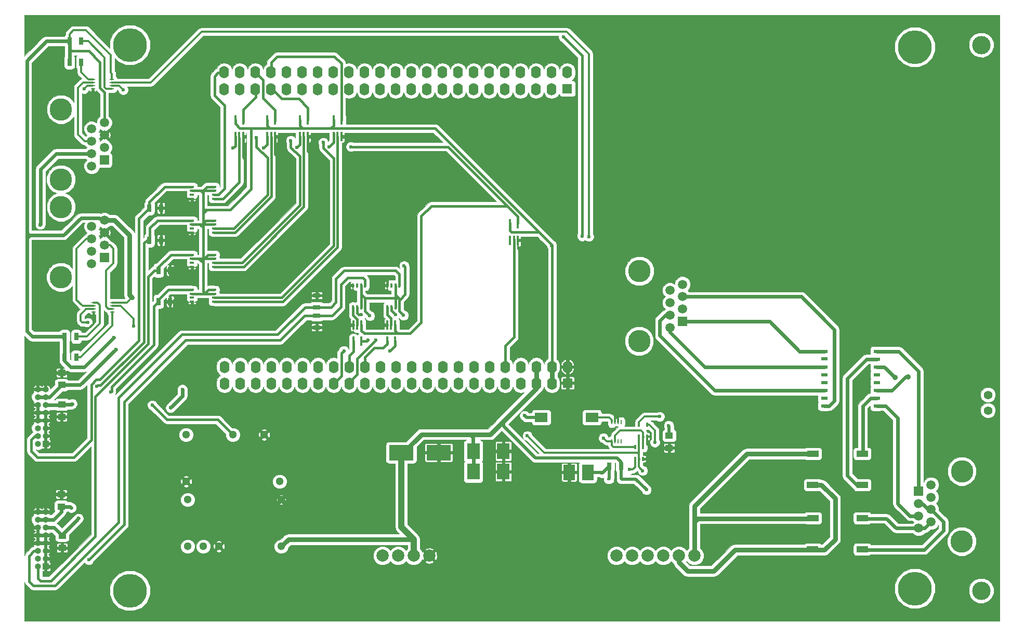
<source format=gbr>
G04 #@! TF.FileFunction,Copper,L1,Top,Signal*
%FSLAX46Y46*%
G04 Gerber Fmt 4.6, Leading zero omitted, Abs format (unit mm)*
G04 Created by KiCad (PCBNEW 4.0.4+e1-6308~48~ubuntu15.10.1-stable) date Fri Apr 13 08:08:00 2018*
%MOMM*%
%LPD*%
G01*
G04 APERTURE LIST*
%ADD10C,0.100000*%
%ADD11R,0.350000X0.750000*%
%ADD12R,1.000000X1.000000*%
%ADD13O,1.000000X1.000000*%
%ADD14R,1.250000X1.000000*%
%ADD15C,3.650000*%
%ADD16C,1.500000*%
%ADD17R,1.500000X1.500000*%
%ADD18R,0.750000X0.350000*%
%ADD19R,1.140000X0.620000*%
%ADD20C,5.500000*%
%ADD21C,3.000000*%
%ADD22C,2.000000*%
%ADD23C,1.300000*%
%ADD24C,1.400000*%
%ADD25R,0.400000X1.500000*%
%ADD26R,1.600000X1.600000*%
%ADD27O,1.600000X2.000000*%
%ADD28R,1.900000X1.000000*%
%ADD29R,2.100000X2.600000*%
%ADD30R,4.000000X2.500000*%
%ADD31R,0.750000X0.250000*%
%ADD32R,0.700000X1.300000*%
%ADD33R,0.600000X0.450000*%
%ADD34R,0.250000X0.750000*%
%ADD35R,0.400000X0.650000*%
%ADD36R,1.950000X2.500000*%
%ADD37R,2.150000X1.500000*%
%ADD38R,1.300000X0.700000*%
%ADD39C,0.600000*%
%ADD40C,0.900000*%
%ADD41C,0.400000*%
%ADD42C,0.250000*%
%ADD43C,0.300000*%
%ADD44C,0.500000*%
%ADD45C,0.600000*%
%ADD46C,0.800000*%
%ADD47C,1.000000*%
%ADD48C,0.050000*%
G04 APERTURE END LIST*
D10*
D11*
X85450240Y-64200000D03*
X86100240Y-64200000D03*
X86750240Y-64200000D03*
X87400240Y-64200000D03*
X85450240Y-67800000D03*
X86100240Y-67800000D03*
X87400240Y-67800000D03*
X86750240Y-67800000D03*
X91025000Y-64200000D03*
X91675000Y-64200000D03*
X92325000Y-64200000D03*
X92975000Y-64200000D03*
X91025000Y-67800000D03*
X91675000Y-67800000D03*
X92975000Y-67800000D03*
X92325000Y-67800000D03*
D12*
X35357240Y-110040840D03*
D13*
X34087240Y-110040840D03*
X35357240Y-108770840D03*
X34087240Y-108770840D03*
X35357240Y-107500840D03*
X34087240Y-107500840D03*
X35357240Y-106230840D03*
X34087240Y-106230840D03*
X35357240Y-104960840D03*
X34087240Y-104960840D03*
X35357240Y-103690840D03*
X34087240Y-103690840D03*
X35357240Y-102420840D03*
X34087240Y-102420840D03*
X35357240Y-101150840D03*
X34087240Y-101150840D03*
D14*
X37978040Y-83630000D03*
X37978040Y-85630000D03*
D15*
X184607240Y-94535840D03*
X184582240Y-105965840D03*
D16*
X179582240Y-96715840D03*
D17*
X177532240Y-97740840D03*
D16*
X179582240Y-98740840D03*
X177532240Y-99765840D03*
X179582240Y-100765840D03*
X177532240Y-101790840D03*
X179582240Y-102790840D03*
X177542240Y-103805840D03*
D18*
X59197240Y-66865840D03*
X59197240Y-66215840D03*
X59197240Y-65565840D03*
X59197240Y-64915840D03*
X62797240Y-66865840D03*
X62797240Y-66215840D03*
X62797240Y-64915840D03*
X62797240Y-65565840D03*
X59197240Y-61165840D03*
X59197240Y-60515840D03*
X59197240Y-59865840D03*
X59197240Y-59215840D03*
X62797240Y-61165840D03*
X62797240Y-60515840D03*
X62797240Y-59215840D03*
X62797240Y-59865840D03*
X59197240Y-55565840D03*
X59197240Y-54915840D03*
X59197240Y-54265840D03*
X59197240Y-53615840D03*
X62797240Y-55565840D03*
X62797240Y-54915840D03*
X62797240Y-53615840D03*
X62797240Y-54265840D03*
X59197240Y-50065840D03*
X59197240Y-49415840D03*
X59197240Y-48765840D03*
X59197240Y-48115840D03*
X62797240Y-50065840D03*
X62797240Y-49415840D03*
X62797240Y-48115840D03*
X62797240Y-48765840D03*
D19*
X170732240Y-74980840D03*
X170732240Y-76230840D03*
X170732240Y-77505840D03*
X170732240Y-78780840D03*
X170732240Y-80055840D03*
X170732240Y-81330840D03*
X170732240Y-82605840D03*
X170732240Y-83855840D03*
X162207240Y-74955840D03*
X162207240Y-82605840D03*
X162207240Y-81330840D03*
X162207240Y-80055840D03*
X162207240Y-78805840D03*
X162207240Y-77530840D03*
X162207240Y-76205840D03*
X162207240Y-83855840D03*
D20*
X176939100Y-25343000D03*
X49088200Y-25001000D03*
X49088200Y-114001000D03*
D21*
X187758200Y-114001000D03*
X187758200Y-25001000D03*
D20*
X176939100Y-113659000D03*
D22*
X141037240Y-108300840D03*
X138497240Y-108300840D03*
X135957240Y-108300840D03*
X133417240Y-108300840D03*
X130877240Y-108300840D03*
X128337240Y-108300840D03*
X90237240Y-108300840D03*
X92777240Y-108300840D03*
X95317240Y-108300840D03*
X97857240Y-108300840D03*
D23*
X73497240Y-96190840D03*
X70957240Y-88570840D03*
X65877240Y-88570840D03*
X58257240Y-96190840D03*
X58257240Y-88570840D03*
X58517240Y-106780840D03*
X61057240Y-106780840D03*
X63597240Y-106780840D03*
X73757240Y-106780840D03*
X73757240Y-99160840D03*
X58517240Y-99160840D03*
D12*
X35357240Y-90040840D03*
D13*
X34087240Y-90040840D03*
X35357240Y-88770840D03*
X34087240Y-88770840D03*
X35357240Y-87500840D03*
X34087240Y-87500840D03*
X35357240Y-86230840D03*
X34087240Y-86230840D03*
X35357240Y-84960840D03*
X34087240Y-84960840D03*
X35357240Y-83690840D03*
X34087240Y-83690840D03*
X35357240Y-82420840D03*
X34087240Y-82420840D03*
X35357240Y-81150840D03*
X34087240Y-81150840D03*
D24*
X188857240Y-82060840D03*
X188857240Y-84600840D03*
D25*
X111000000Y-56830000D03*
X111650000Y-56830000D03*
X112300000Y-56830000D03*
X112300000Y-54170000D03*
X111000000Y-54170000D03*
X66250000Y-39930000D03*
X66900000Y-39930000D03*
X67550000Y-39930000D03*
X67550000Y-37270000D03*
X66250000Y-37270000D03*
X71447240Y-39920840D03*
X72097240Y-39920840D03*
X72747240Y-39920840D03*
X72747240Y-37260840D03*
X71447240Y-37260840D03*
X76747240Y-39920840D03*
X77397240Y-39920840D03*
X78047240Y-39920840D03*
X78047240Y-37260840D03*
X76747240Y-37260840D03*
X82247240Y-39920840D03*
X82897240Y-39920840D03*
X83547240Y-39920840D03*
X83547240Y-37260840D03*
X82247240Y-37260840D03*
D26*
X120370000Y-80135000D03*
D27*
X120370000Y-77495000D03*
X117830000Y-80235000D03*
X117830000Y-77495000D03*
X115290000Y-80235000D03*
X115290000Y-77495000D03*
X112750000Y-80235000D03*
X112750000Y-77495000D03*
X110210000Y-80235000D03*
X110210000Y-77495000D03*
X107670000Y-80235000D03*
X107670000Y-77495000D03*
X105130000Y-80235000D03*
X105130000Y-77495000D03*
X102590000Y-80235000D03*
X102590000Y-77495000D03*
X100050000Y-80235000D03*
X100050000Y-77495000D03*
X97510000Y-80235000D03*
X97510000Y-77495000D03*
X94970000Y-80235000D03*
X94970000Y-77495000D03*
X92430000Y-80235000D03*
X92430000Y-77495000D03*
X89890000Y-80235000D03*
X89890000Y-77495000D03*
X87350000Y-80235000D03*
X87350000Y-77495000D03*
X84810000Y-80235000D03*
X84810000Y-77495000D03*
X82270000Y-80235000D03*
X82270000Y-77495000D03*
X79730000Y-80235000D03*
X79730000Y-77495000D03*
X77190000Y-80235000D03*
X77190000Y-77495000D03*
X74650000Y-80235000D03*
X74650000Y-77495000D03*
X72110000Y-80235000D03*
X72110000Y-77495000D03*
X69570000Y-80235000D03*
X69570000Y-77495000D03*
X67030000Y-80235000D03*
X67030000Y-77495000D03*
X64490000Y-80235000D03*
X64490000Y-77495000D03*
D26*
X120340000Y-32115000D03*
D27*
X120340000Y-29475000D03*
X117800000Y-32215000D03*
X117800000Y-29475000D03*
X115260000Y-32215000D03*
X115260000Y-29475000D03*
X112720000Y-32215000D03*
X112720000Y-29475000D03*
X110180000Y-32215000D03*
X110180000Y-29475000D03*
X107640000Y-32215000D03*
X107640000Y-29475000D03*
X105100000Y-32215000D03*
X105100000Y-29475000D03*
X102560000Y-32215000D03*
X102560000Y-29475000D03*
X100020000Y-32215000D03*
X100020000Y-29475000D03*
X97480000Y-32215000D03*
X97480000Y-29475000D03*
X94940000Y-32215000D03*
X94940000Y-29475000D03*
X92400000Y-32215000D03*
X92400000Y-29475000D03*
X89860000Y-32215000D03*
X89860000Y-29475000D03*
X87320000Y-32215000D03*
X87320000Y-29475000D03*
X84780000Y-32215000D03*
X84780000Y-29475000D03*
X82240000Y-32215000D03*
X82240000Y-29475000D03*
X79700000Y-32215000D03*
X79700000Y-29475000D03*
X77160000Y-32215000D03*
X77160000Y-29475000D03*
X74620000Y-32215000D03*
X74620000Y-29475000D03*
X72080000Y-32215000D03*
X72080000Y-29475000D03*
X69540000Y-32215000D03*
X69540000Y-29475000D03*
X67000000Y-32215000D03*
X67000000Y-29475000D03*
X64460000Y-32215000D03*
X64460000Y-29475000D03*
D28*
X160300000Y-96750000D03*
X168375000Y-96750000D03*
X160325000Y-91650000D03*
X168375000Y-91650000D03*
X160300000Y-107250000D03*
X168375000Y-107250000D03*
X160325000Y-102150000D03*
X168375000Y-102150000D03*
D29*
X105022440Y-91236800D03*
X109922440Y-91236800D03*
X105022440Y-94589600D03*
X109922440Y-94589600D03*
D30*
X93290000Y-91480000D03*
X99390000Y-91480000D03*
D31*
X43150000Y-68550000D03*
X43150000Y-68050000D03*
X43150000Y-67550000D03*
X43150000Y-67050000D03*
X46250000Y-68550000D03*
X46250000Y-68050000D03*
X46250000Y-67050000D03*
X46250000Y-67550000D03*
X43047240Y-32140840D03*
X43047240Y-31640840D03*
X43047240Y-31140840D03*
X43047240Y-30640840D03*
X46147240Y-32140840D03*
X46147240Y-31640840D03*
X46147240Y-30640840D03*
X46147240Y-31140840D03*
D14*
X37978040Y-80448400D03*
X37978040Y-78448400D03*
D32*
X38447240Y-72540840D03*
X40347240Y-72540840D03*
X38450000Y-75950000D03*
X40350000Y-75950000D03*
X39247240Y-27790840D03*
X41147240Y-27790840D03*
X39247240Y-24390840D03*
X41147240Y-24390840D03*
X52250000Y-56850000D03*
X54150000Y-56850000D03*
X52250000Y-51600000D03*
X54150000Y-51600000D03*
X53750000Y-66850000D03*
X55650000Y-66850000D03*
X53750000Y-61750000D03*
X55650000Y-61750000D03*
D15*
X132047240Y-73295840D03*
X132072240Y-61865840D03*
D16*
X137072240Y-71115840D03*
D17*
X139122240Y-70090840D03*
D16*
X137072240Y-69090840D03*
X139122240Y-68065840D03*
X137072240Y-67065840D03*
X139122240Y-66040840D03*
X137072240Y-65040840D03*
X139112240Y-64025840D03*
D15*
X37847240Y-46955000D03*
X37872240Y-35525000D03*
D16*
X42872240Y-44775000D03*
D17*
X44922240Y-43750000D03*
D16*
X42872240Y-42750000D03*
X44922240Y-41725000D03*
X42872240Y-40725000D03*
X44922240Y-39700000D03*
X42872240Y-38700000D03*
X44912240Y-37685000D03*
D15*
X37847240Y-62865840D03*
X37872240Y-51435840D03*
D16*
X42872240Y-60685840D03*
D17*
X44922240Y-59660840D03*
D16*
X42872240Y-58660840D03*
X44922240Y-57635840D03*
X42872240Y-56635840D03*
X44922240Y-55610840D03*
X42872240Y-54610840D03*
X44912240Y-53595840D03*
D14*
X38054240Y-105019600D03*
X38054240Y-107019600D03*
X37927240Y-100263200D03*
X37927240Y-98263200D03*
X136936440Y-88712800D03*
X136936440Y-90712800D03*
D33*
X129198040Y-95808800D03*
X127098040Y-95808800D03*
D32*
X129098040Y-93675200D03*
X127198040Y-93675200D03*
D34*
X129101240Y-89637200D03*
X128601240Y-89637200D03*
X128101240Y-89637200D03*
X127601240Y-89637200D03*
X129101240Y-86537200D03*
X128601240Y-86537200D03*
X127601240Y-86537200D03*
X128101240Y-86537200D03*
D35*
X132019240Y-88834000D03*
X133319240Y-88834000D03*
X132669240Y-88834000D03*
X133319240Y-86934000D03*
X132019240Y-86934000D03*
X131358840Y-92491600D03*
X132658840Y-92491600D03*
X132008840Y-92491600D03*
X132658840Y-90591600D03*
X131358840Y-90591600D03*
D36*
X123678640Y-94691200D03*
X120628640Y-94691200D03*
D37*
X124338040Y-85750400D03*
X116088040Y-85750400D03*
D38*
X79532440Y-69154000D03*
X79532440Y-71054000D03*
X79532440Y-67752000D03*
X79532440Y-65852000D03*
D25*
X86786440Y-70670000D03*
X86136440Y-70670000D03*
X85486440Y-70670000D03*
X85486440Y-73330000D03*
X86786440Y-73330000D03*
X92272840Y-70670000D03*
X91622840Y-70670000D03*
X90972840Y-70670000D03*
X90972840Y-73330000D03*
X92272840Y-73330000D03*
D39*
X55097640Y-104140000D03*
X90403640Y-62890400D03*
X84510840Y-64668400D03*
X89946440Y-70307200D03*
X82682040Y-71069200D03*
X75620840Y-67716400D03*
X141152840Y-91897200D03*
X125150840Y-81534000D03*
X43362840Y-34442400D03*
X38117740Y-68961000D03*
X67697240Y-43390840D03*
X56450000Y-63500000D03*
X116800000Y-74950000D03*
X73197240Y-43290840D03*
X91100000Y-35200000D03*
X56400000Y-56150000D03*
X56600000Y-51450000D03*
X78697240Y-42990840D03*
X46004440Y-81635600D03*
X43718440Y-80645000D03*
X69697240Y-40090840D03*
X80597240Y-40890840D03*
X75297240Y-40590840D03*
X113365240Y-85445600D03*
X46817240Y-74625200D03*
X39552840Y-100482400D03*
X135361640Y-85598000D03*
X133228040Y-97536000D03*
X136834840Y-87071200D03*
X126217640Y-89103200D03*
X46461640Y-72745600D03*
X57637640Y-81178400D03*
X55707240Y-84175600D03*
X49400000Y-66200000D03*
X85097240Y-41590840D03*
X81497240Y-41590840D03*
X76297240Y-41690840D03*
X70897240Y-41790840D03*
X65897240Y-41790840D03*
X49697240Y-70840840D03*
X123847240Y-56240840D03*
X42247240Y-70290840D03*
X122747240Y-56190840D03*
X119697240Y-23690840D03*
X41647240Y-32140840D03*
D40*
X173697240Y-79250840D03*
X175827240Y-79150840D03*
D39*
X132618440Y-94437200D03*
X113822440Y-88747600D03*
X125963640Y-94792800D03*
X134599640Y-89814400D03*
X130434040Y-94234000D03*
X48011040Y-32334200D03*
X42397640Y-108966000D03*
X83952040Y-74879200D03*
X86746040Y-68986400D03*
X89133640Y-73101200D03*
X92334040Y-68986400D03*
X39705240Y-83515200D03*
X40721240Y-102209600D03*
X34472840Y-54305200D03*
X91419640Y-74879200D03*
X93654840Y-69088000D03*
X88168440Y-69189600D03*
X87863640Y-73101200D03*
X93756440Y-61010800D03*
X117797240Y-57690840D03*
X52747240Y-83740840D03*
D41*
X85450240Y-64200000D02*
X84979240Y-64200000D01*
X91025000Y-63511760D02*
X90403640Y-62890400D01*
X91025000Y-63511760D02*
X91025000Y-64200000D01*
X84979240Y-64200000D02*
X84510840Y-64668400D01*
X90972840Y-70670000D02*
X90309240Y-70670000D01*
X90309240Y-70670000D02*
X89946440Y-70307200D01*
X85486440Y-70670000D02*
X83081240Y-70670000D01*
X83081240Y-70670000D02*
X82682040Y-71069200D01*
X132658840Y-92491600D02*
X133090840Y-92491600D01*
X134091640Y-91490800D02*
X134091640Y-90932000D01*
X133090840Y-92491600D02*
X134091640Y-91490800D01*
D42*
X61650840Y-70950000D02*
X62989240Y-70950000D01*
X83850440Y-59385200D02*
X83950000Y-59385200D01*
X83852480Y-59387240D02*
X83850440Y-59385200D01*
X83950000Y-59387240D02*
X83852480Y-59387240D01*
X74452440Y-68884800D02*
X75620840Y-67716400D01*
X75620840Y-67716400D02*
X83950000Y-59387240D01*
X65054440Y-68884800D02*
X74452440Y-68884800D01*
X62989240Y-70950000D02*
X65054440Y-68884800D01*
D43*
X133319240Y-88834000D02*
X133319240Y-90159600D01*
X134091640Y-90932000D02*
X136717240Y-90932000D01*
X133319240Y-90159600D02*
X134091640Y-90932000D01*
X136717240Y-90932000D02*
X136936440Y-90712800D01*
X128601240Y-86537200D02*
X128601240Y-84984400D01*
X128601240Y-84984400D02*
X128101240Y-84484400D01*
X128101240Y-86537200D02*
X128101240Y-84484400D01*
X128101240Y-84484400D02*
X125150840Y-81534000D01*
X43047240Y-32140840D02*
X43047240Y-34076000D01*
X43362840Y-34391600D02*
X43362840Y-34442400D01*
X43047240Y-34076000D02*
X43362840Y-34391600D01*
X43150000Y-68550000D02*
X43150000Y-70469240D01*
X40340240Y-71183500D02*
X38117740Y-68961000D01*
X42435740Y-71183500D02*
X40340240Y-71183500D01*
X43150000Y-70469240D02*
X42435740Y-71183500D01*
D41*
X67547240Y-39920840D02*
X67547240Y-43240840D01*
X67547240Y-43240840D02*
X67697240Y-43390840D01*
D42*
X112300000Y-56730000D02*
X112300000Y-58250000D01*
X116800000Y-62750000D02*
X116800000Y-74950000D01*
X112300000Y-58250000D02*
X116800000Y-62750000D01*
D44*
X56150000Y-61400000D02*
X56150000Y-63200000D01*
X56150000Y-63200000D02*
X56450000Y-63500000D01*
D42*
X56150000Y-63200000D02*
X56450000Y-63500000D01*
X56150000Y-63200000D02*
X56450000Y-63500000D01*
X56200000Y-66500000D02*
X56200000Y-70700000D01*
X56450000Y-70950000D02*
X61650840Y-70950000D01*
X61650840Y-70950000D02*
X61700000Y-70950000D01*
X56200000Y-70700000D02*
X56450000Y-70950000D01*
X59197240Y-61165840D02*
X57884160Y-61165840D01*
X57650000Y-61400000D02*
X56150000Y-61400000D01*
X57884160Y-61165840D02*
X57650000Y-61400000D01*
X72747240Y-39920840D02*
X73570840Y-39920840D01*
D41*
X72747240Y-42840840D02*
X73197240Y-43290840D01*
X72747240Y-39920840D02*
X72747240Y-42840840D01*
D42*
X73197240Y-40294440D02*
X73197240Y-43290840D01*
X73570840Y-39920840D02*
X73197240Y-40294440D01*
X83547240Y-39920840D02*
X84220840Y-39920840D01*
X84220840Y-39920840D02*
X84350000Y-40050000D01*
X84350000Y-40050000D02*
X84350000Y-41000000D01*
X84350000Y-41000000D02*
X83950000Y-41400000D01*
X83950000Y-41400000D02*
X83950000Y-59385200D01*
D41*
X59197240Y-66865840D02*
X59197240Y-68347240D01*
X61700000Y-70850000D02*
X61700000Y-70950000D01*
X59197240Y-68347240D02*
X61700000Y-70850000D01*
X59197240Y-50065840D02*
X57984160Y-50065840D01*
X56984160Y-55565840D02*
X59197240Y-55565840D01*
X56400000Y-56150000D02*
X56984160Y-55565840D01*
X57984160Y-50065840D02*
X56600000Y-51450000D01*
X78047240Y-39920840D02*
X78047240Y-42340840D01*
X78047240Y-42340840D02*
X78697240Y-42990840D01*
X58257240Y-96190840D02*
X58177240Y-96190840D01*
X58257240Y-96190840D02*
X58257240Y-96200840D01*
X58257240Y-96190840D02*
X58257240Y-96210840D01*
X58257240Y-96190840D02*
X58267240Y-96190840D01*
X63597240Y-106780840D02*
X63567240Y-106780840D01*
X63597240Y-106780840D02*
X63597240Y-106830840D01*
X63597240Y-106780840D02*
X63657240Y-106780840D01*
X73757240Y-99160840D02*
X73727240Y-99160840D01*
X73757240Y-99160840D02*
X73557240Y-99160840D01*
X73757240Y-99160840D02*
X73757240Y-99220840D01*
X73757240Y-99160840D02*
X73817240Y-99160840D01*
X62797240Y-50065840D02*
X64222240Y-50065840D01*
X64222240Y-50065840D02*
X66897240Y-47390840D01*
X66897240Y-47390840D02*
X66897240Y-40220840D01*
X46004440Y-81635600D02*
X46100000Y-81540040D01*
X46100000Y-81540040D02*
X46100000Y-80778040D01*
X46100000Y-80778040D02*
X52989440Y-73888600D01*
X52989440Y-73888600D02*
X52989440Y-67610560D01*
X52989440Y-67610560D02*
X53750000Y-66850000D01*
X59197240Y-64915840D02*
X55330240Y-64915840D01*
X55330240Y-64915840D02*
X53755240Y-66490840D01*
X52250000Y-51600000D02*
X52250000Y-50620000D01*
X54754160Y-48115840D02*
X59197240Y-48115840D01*
X52250000Y-50620000D02*
X54754160Y-48115840D01*
X52167500Y-51718500D02*
X50550000Y-53336000D01*
X33606960Y-88773640D02*
X34188840Y-88773640D01*
X33000000Y-89380600D02*
X33606960Y-88773640D01*
X33000000Y-91228200D02*
X33000000Y-89380600D01*
X34003200Y-92231400D02*
X33000000Y-91228200D01*
X39968600Y-92231400D02*
X34003200Y-92231400D01*
X42800000Y-89400000D02*
X39968600Y-92231400D01*
X42800000Y-80400000D02*
X42800000Y-89400000D01*
X43600000Y-79600000D02*
X42800000Y-80400000D01*
X44200000Y-79600000D02*
X43600000Y-79600000D01*
X50550000Y-73250000D02*
X44200000Y-79600000D01*
X50550000Y-53336000D02*
X50550000Y-73250000D01*
X43718440Y-80645000D02*
X43835985Y-80527455D01*
X43835985Y-80527455D02*
X44312095Y-80527455D01*
X44312095Y-80527455D02*
X51400000Y-73439550D01*
X51400000Y-73439550D02*
X51400000Y-57312000D01*
X51400000Y-57312000D02*
X51862000Y-56850000D01*
X51862000Y-56850000D02*
X52250000Y-56850000D01*
X51400000Y-57300000D02*
X51412000Y-57300000D01*
X51400000Y-62150000D02*
X51400000Y-73439550D01*
X51400000Y-62150000D02*
X51400000Y-57300000D01*
X51862000Y-56850000D02*
X52250000Y-56850000D01*
X51412000Y-57300000D02*
X51862000Y-56850000D01*
X59197240Y-53615840D02*
X53584160Y-53615840D01*
X52324000Y-54876000D02*
X52324000Y-56973000D01*
X53584160Y-53615840D02*
X52324000Y-54876000D01*
X62797240Y-54915840D02*
X66023710Y-54915840D01*
X71497238Y-43390838D02*
X69697240Y-41590840D01*
X71497238Y-49442312D02*
X71497238Y-43390838D01*
X66023710Y-54915840D02*
X71497238Y-49442312D01*
X69697240Y-41590840D02*
X69697240Y-40090840D01*
X62797240Y-55565840D02*
X66222240Y-55565840D01*
X72097240Y-49690840D02*
X72097240Y-40020840D01*
X66222240Y-55565840D02*
X72097240Y-49690840D01*
X62797240Y-66215840D02*
X73823710Y-66215840D01*
X82297238Y-43490838D02*
X80597240Y-41790840D01*
X82297238Y-57742312D02*
X82297238Y-43490838D01*
X73823710Y-66215840D02*
X82297238Y-57742312D01*
X80597240Y-41790840D02*
X80597240Y-40890840D01*
X62797240Y-66865840D02*
X74022240Y-66865840D01*
X82897240Y-57990840D02*
X82897240Y-39920840D01*
X74022240Y-66865840D02*
X82897240Y-57990840D01*
X62797240Y-49415840D02*
X63472240Y-49415840D01*
X63447240Y-29540840D02*
X64507240Y-29540840D01*
X62897240Y-30090840D02*
X63447240Y-29540840D01*
X62897240Y-33240840D02*
X62897240Y-30090840D01*
X64497240Y-34840840D02*
X62897240Y-33240840D01*
X64497240Y-48390840D02*
X64497240Y-34840840D01*
X63472240Y-49415840D02*
X64497240Y-48390840D01*
X62797240Y-61165840D02*
X67622240Y-61165840D01*
X77397240Y-51390840D02*
X77397240Y-39920840D01*
X67622240Y-61165840D02*
X77397240Y-51390840D01*
X66847240Y-32280840D02*
X67047240Y-32080840D01*
X62797240Y-60515840D02*
X67423710Y-60515840D01*
X76797238Y-43190838D02*
X75297240Y-41690840D01*
X76797238Y-51142312D02*
X76797238Y-43190838D01*
X67423710Y-60515840D02*
X76797238Y-51142312D01*
X75297240Y-41690840D02*
X75297240Y-40590840D01*
X34112640Y-110022040D02*
X34112640Y-111958600D01*
X43450000Y-105170440D02*
X43450000Y-89650000D01*
X36225440Y-112395000D02*
X43450000Y-105170440D01*
X34549040Y-112395000D02*
X36225440Y-112395000D01*
X34112640Y-111958600D02*
X34549040Y-112395000D01*
X52050000Y-62800000D02*
X52050000Y-62758000D01*
X52050000Y-62800000D02*
X52050000Y-73750000D01*
X52050000Y-73750000D02*
X43450000Y-82350000D01*
X43450000Y-82350000D02*
X43450000Y-89650000D01*
X53058000Y-61750000D02*
X53750000Y-61750000D01*
X52050000Y-62758000D02*
X53058000Y-61750000D01*
X59197240Y-59215840D02*
X55800160Y-59215840D01*
X55800160Y-59215840D02*
X53704000Y-61312000D01*
D44*
X116088040Y-85750400D02*
X113670040Y-85750400D01*
X113670040Y-85750400D02*
X113365240Y-85445600D01*
D41*
X111650000Y-56730000D02*
X111650000Y-72650000D01*
X111650000Y-72650000D02*
X110257240Y-74042760D01*
X110257240Y-74042760D02*
X110257240Y-77560840D01*
X110257240Y-76580840D02*
X110257240Y-77560840D01*
X110197240Y-77500840D02*
X110257240Y-77560840D01*
X78047240Y-37260840D02*
X78047240Y-35240840D01*
X73837240Y-33790840D02*
X72127240Y-32080840D01*
X76597240Y-33790840D02*
X73837240Y-33790840D01*
X78047240Y-35240840D02*
X76597240Y-33790840D01*
X83547240Y-37260840D02*
X83547240Y-33440840D01*
X72127240Y-27860840D02*
X72127240Y-29540840D01*
X73097240Y-26890840D02*
X72127240Y-27860840D01*
X82397240Y-26890840D02*
X73097240Y-26890840D01*
X83547240Y-28040840D02*
X82397240Y-26890840D01*
X83547240Y-33440840D02*
X83547240Y-28040840D01*
X83547240Y-33440840D02*
X83547240Y-33440840D01*
X69587240Y-33500840D02*
X69587240Y-32080840D01*
X67547240Y-35540840D02*
X69587240Y-33500840D01*
X67547240Y-37560840D02*
X67547240Y-35540840D01*
X72747240Y-37360840D02*
X72747240Y-35640840D01*
X70797240Y-30750840D02*
X69587240Y-29540840D01*
X70797240Y-33690840D02*
X70797240Y-30750840D01*
X72747240Y-35640840D02*
X70797240Y-33690840D01*
D45*
X34087240Y-102420840D02*
X35357240Y-102420840D01*
X37927240Y-100263200D02*
X37927240Y-101117400D01*
X36623800Y-102420840D02*
X34087240Y-102420840D01*
X37927240Y-101117400D02*
X36623800Y-102420840D01*
X37978040Y-80448400D02*
X40994040Y-80448400D01*
X40994040Y-80448400D02*
X46817240Y-74625200D01*
X34087240Y-82420840D02*
X35357240Y-82420840D01*
X35357240Y-82420840D02*
X35359400Y-82423000D01*
X35359400Y-82423000D02*
X36003440Y-82423000D01*
X36003440Y-82423000D02*
X37978040Y-80448400D01*
X39333640Y-100263200D02*
X39552840Y-100482400D01*
X37927240Y-100263200D02*
X39333640Y-100263200D01*
X37769600Y-100420840D02*
X37927240Y-100263200D01*
D44*
X129098040Y-93675200D02*
X129098040Y-93050400D01*
X129098040Y-93050400D02*
X128402040Y-92354400D01*
X109961640Y-87172800D02*
X109961640Y-86338360D01*
X115143240Y-92354400D02*
X109961640Y-87172800D01*
X128402040Y-92354400D02*
X115143240Y-92354400D01*
D43*
X132019240Y-86934000D02*
X132019240Y-86502000D01*
X132923240Y-85598000D02*
X135361640Y-85598000D01*
X132019240Y-86502000D02*
X132923240Y-85598000D01*
D44*
X129198040Y-95808800D02*
X131500840Y-95808800D01*
X131500840Y-95808800D02*
X133228040Y-97536000D01*
X129098040Y-93675200D02*
X129098040Y-95708800D01*
D43*
X129098040Y-95708800D02*
X129198040Y-95808800D01*
D44*
X136936440Y-87172800D02*
X136936440Y-88712800D01*
D43*
X136834840Y-87071200D02*
X136936440Y-87172800D01*
X127601240Y-89637200D02*
X127601240Y-90334400D01*
X127858440Y-90591600D02*
X131358840Y-90591600D01*
X127601240Y-90334400D02*
X127858440Y-90591600D01*
X127601238Y-89637200D02*
X126751640Y-89637200D01*
X126751640Y-89637200D02*
X126217640Y-89103200D01*
X127601238Y-89637200D02*
X127601240Y-89637200D01*
D45*
X105022440Y-94589600D02*
X105022440Y-91236800D01*
X105022440Y-91236800D02*
X104983240Y-91197600D01*
X104983240Y-91197600D02*
X104983240Y-89052400D01*
X104983240Y-89052400D02*
X104430840Y-88500000D01*
X38450000Y-76087760D02*
X38450000Y-74654600D01*
X39476640Y-77520800D02*
X38450000Y-76494160D01*
X41686440Y-77520800D02*
X39476640Y-77520800D01*
X46461640Y-72745600D02*
X41686440Y-77520800D01*
X57637640Y-82245200D02*
X57637640Y-81178400D01*
X55707240Y-84175600D02*
X57637640Y-82245200D01*
X32297240Y-56590840D02*
X32297240Y-71687600D01*
X33150480Y-72540840D02*
X38447240Y-72540840D01*
X32297240Y-71687600D02*
X33150480Y-72540840D01*
X39247240Y-27790840D02*
X39247240Y-24390840D01*
D43*
X46147240Y-30640840D02*
X46147240Y-29708400D01*
X39247240Y-23216400D02*
X39247240Y-24390840D01*
X39908440Y-22555200D02*
X39247240Y-23216400D01*
X41889640Y-22555200D02*
X39908440Y-22555200D01*
X45953640Y-26619200D02*
X41889640Y-22555200D01*
X45953640Y-29514800D02*
X45953640Y-26619200D01*
X46147240Y-29708400D02*
X45953640Y-29514800D01*
X46250000Y-67050000D02*
X48550000Y-67050000D01*
X48550000Y-67050000D02*
X49400000Y-66200000D01*
D44*
X39253640Y-24390840D02*
X39253640Y-25753640D01*
X39253640Y-25753640D02*
X39490840Y-25990840D01*
D46*
X46595840Y-53595840D02*
X44912240Y-53595840D01*
X49000000Y-56000000D02*
X46595840Y-53595840D01*
X49000000Y-65800000D02*
X49000000Y-56000000D01*
X49400000Y-66200000D02*
X49000000Y-65800000D01*
X115337240Y-80100840D02*
X115337240Y-80962760D01*
X115337240Y-80962760D02*
X109961640Y-86338360D01*
X109961640Y-86338360D02*
X107800000Y-88500000D01*
X96558080Y-88500000D02*
X93317240Y-91740840D01*
X107800000Y-88500000D02*
X104430840Y-88500000D01*
X104430840Y-88500000D02*
X96558080Y-88500000D01*
X115337240Y-77560840D02*
X115337240Y-80100840D01*
X95317240Y-105640840D02*
X74897240Y-105640840D01*
X74897240Y-105640840D02*
X73757240Y-106780840D01*
D45*
X38428240Y-75771840D02*
X38428240Y-72540840D01*
X34097240Y-55990840D02*
X32897240Y-55990840D01*
D41*
X32897240Y-55990840D02*
X32297240Y-56590840D01*
X32897240Y-55990840D02*
X32797240Y-55990840D01*
X32797240Y-55990840D02*
X32297240Y-55490840D01*
X44912240Y-53595840D02*
X44502240Y-53595840D01*
D45*
X44502240Y-53595840D02*
X44097240Y-53190840D01*
X38297240Y-55990840D02*
X34097240Y-55990840D01*
X32897240Y-55990840D02*
X32297240Y-55990840D01*
X41097240Y-53190840D02*
X38297240Y-55990840D01*
X44097240Y-53190840D02*
X41097240Y-53190840D01*
X35497240Y-24390840D02*
X39253640Y-24390840D01*
X32297240Y-55490840D02*
X32297240Y-27590840D01*
X32297240Y-27590840D02*
X35497240Y-24390840D01*
X32297240Y-56590840D02*
X32297240Y-55990840D01*
X32297240Y-55990840D02*
X32297240Y-55490840D01*
D41*
X44912240Y-37655840D02*
X44912240Y-32705840D01*
X44912240Y-32705840D02*
X44197240Y-31990840D01*
X44197240Y-31990840D02*
X44197240Y-27790840D01*
X44197240Y-27790840D02*
X42397240Y-25990840D01*
X42397240Y-25990840D02*
X39490840Y-25990840D01*
D47*
X93317240Y-91740840D02*
X93317240Y-103640840D01*
X95317240Y-105640840D02*
X95317240Y-108300840D01*
X93317240Y-103640840D02*
X95317240Y-105640840D01*
D41*
X92272840Y-70670000D02*
X92272840Y-71617600D01*
X92272840Y-71617600D02*
X92689640Y-72034400D01*
X86786440Y-70670000D02*
X86786440Y-71566800D01*
X98226840Y-51257200D02*
X110563600Y-51257200D01*
X96550440Y-52933600D02*
X98226840Y-51257200D01*
X96550440Y-70256400D02*
X96550440Y-52933600D01*
X94772440Y-72034400D02*
X96550440Y-70256400D01*
X87254040Y-72034400D02*
X92689640Y-72034400D01*
X92689640Y-72034400D02*
X94772440Y-72034400D01*
X86786440Y-71566800D02*
X87254040Y-72034400D01*
X112300000Y-54070000D02*
X112300000Y-53000000D01*
X112000000Y-52700000D02*
X112000000Y-52693600D01*
X112300000Y-53000000D02*
X112000000Y-52700000D01*
X100897240Y-41590840D02*
X85097240Y-41590840D01*
X112000000Y-52693600D02*
X110563600Y-51257200D01*
X110563600Y-51257200D02*
X100897240Y-41590840D01*
X66247240Y-39920840D02*
X66247240Y-41440840D01*
X66247240Y-41440840D02*
X65897240Y-41790840D01*
X81497240Y-41590840D02*
X82247240Y-40840840D01*
X76297240Y-41690840D02*
X76747240Y-41240840D01*
X70897240Y-41790840D02*
X71447240Y-41240840D01*
X82247240Y-40840840D02*
X82247240Y-39920840D01*
X76747240Y-41240840D02*
X76747240Y-39920840D01*
X71447240Y-41240840D02*
X71447240Y-39920840D01*
X82247240Y-39440840D02*
X82247240Y-39920840D01*
D43*
X40347240Y-72540840D02*
X42081700Y-72540840D01*
X43826740Y-67050000D02*
X43150000Y-67050000D01*
X44213740Y-67437000D02*
X43826740Y-67050000D01*
X44213740Y-70408800D02*
X44213740Y-67437000D01*
X42081700Y-72540840D02*
X44213740Y-70408800D01*
X46229740Y-68561840D02*
X46229740Y-70716740D01*
X41055640Y-75890840D02*
X40497240Y-75890840D01*
X46229740Y-70716740D02*
X41055640Y-75890840D01*
X43047240Y-30640840D02*
X42355280Y-30640840D01*
X41147240Y-29432800D02*
X41147240Y-27790840D01*
X42355280Y-30640840D02*
X41147240Y-29432800D01*
X46147240Y-32140840D02*
X45226880Y-32140840D01*
X42302880Y-24390840D02*
X41147240Y-24390840D01*
X44988440Y-27076400D02*
X42302880Y-24390840D01*
X44988440Y-31902400D02*
X44988440Y-27076400D01*
X45226880Y-32140840D02*
X44988440Y-31902400D01*
X49697240Y-69640840D02*
X49697240Y-70840840D01*
X47585740Y-67529340D02*
X49697240Y-69640840D01*
X46197240Y-67529340D02*
X47585740Y-67529340D01*
X123847240Y-26440840D02*
X123847240Y-56240840D01*
X120247240Y-22840840D02*
X123847240Y-26440840D01*
X60747240Y-22840840D02*
X120247240Y-22840840D01*
X52446040Y-31142040D02*
X60747240Y-22840840D01*
X46092440Y-31142040D02*
X52446040Y-31142040D01*
X41340840Y-70290840D02*
X41047240Y-69997240D01*
X42247240Y-70290840D02*
X41340840Y-70290840D01*
X41047240Y-69997240D02*
X41047240Y-69090840D01*
X41872240Y-68115840D02*
X41047240Y-68940840D01*
X41047240Y-68940840D02*
X41047240Y-69090840D01*
X41938080Y-68050000D02*
X41872240Y-68115840D01*
X43150000Y-68050000D02*
X41938080Y-68050000D01*
D41*
X122747240Y-26740840D02*
X122747240Y-56190840D01*
X119697240Y-23690840D02*
X122747240Y-26740840D01*
D43*
X42123040Y-31665040D02*
X41647240Y-32140840D01*
X43000440Y-31665040D02*
X42123040Y-31665040D01*
D46*
X160367240Y-96750840D02*
X161717240Y-96750840D01*
X162247240Y-107310840D02*
X160317240Y-107310840D01*
X163947240Y-105610840D02*
X162247240Y-107310840D01*
X163947240Y-98980840D02*
X163947240Y-105610840D01*
X161717240Y-96750840D02*
X163947240Y-98980840D01*
X160317240Y-107310840D02*
X147687240Y-107310840D01*
X138497240Y-109390840D02*
X138497240Y-108300840D01*
X139937240Y-110830840D02*
X138497240Y-109390840D01*
X144167240Y-110830840D02*
X139937240Y-110830840D01*
X147687240Y-107310840D02*
X144167240Y-110830840D01*
D45*
X170732240Y-76230840D02*
X169087240Y-76230840D01*
X167467240Y-96750840D02*
X168442240Y-96750840D01*
X165927240Y-95210840D02*
X167467240Y-96750840D01*
X165927240Y-79390840D02*
X165927240Y-95210840D01*
X169087240Y-76230840D02*
X165927240Y-79390840D01*
D46*
X160342240Y-102210840D02*
X141587240Y-102210840D01*
X141587240Y-102210840D02*
X141037240Y-102760840D01*
X141037240Y-108300840D02*
X141037240Y-102760840D01*
X141037240Y-102760840D02*
X141037240Y-100190840D01*
X149577240Y-91650840D02*
X160392240Y-91650840D01*
X141037240Y-100190840D02*
X149577240Y-91650840D01*
D45*
X168442240Y-91650840D02*
X168442240Y-83915840D01*
X169752240Y-82605840D02*
X170732240Y-82605840D01*
X168442240Y-83915840D02*
X169752240Y-82605840D01*
D42*
X177532240Y-99765840D02*
X178079080Y-99765840D01*
X178079080Y-99765840D02*
X179079080Y-100765840D01*
X179079080Y-100765840D02*
X179582240Y-100765840D01*
D45*
X179582240Y-100765840D02*
X179142240Y-100765840D01*
X179142240Y-100765840D02*
X178142240Y-99765840D01*
X178142240Y-99765840D02*
X177532240Y-99765840D01*
X168392240Y-107310840D02*
X178477240Y-107310840D01*
X181587240Y-102770840D02*
X179582240Y-100765840D01*
X181587240Y-104200840D02*
X181587240Y-102770840D01*
X178477240Y-107310840D02*
X181587240Y-104200840D01*
X179582240Y-102790840D02*
X178567240Y-103805840D01*
D42*
X178567240Y-103805840D02*
X177542240Y-103805840D01*
X177542240Y-103805840D02*
X173912240Y-103805840D01*
X173912240Y-103805840D02*
X172317240Y-102210840D01*
X172317240Y-102210840D02*
X168435840Y-102210840D01*
X168435840Y-102210840D02*
X168375000Y-102150000D01*
D45*
X177542240Y-103805840D02*
X178567240Y-103805840D01*
X168392240Y-102210840D02*
X172317240Y-102210840D01*
X173912240Y-103805840D02*
X177542240Y-103805840D01*
X172317240Y-102210840D02*
X173912240Y-103805840D01*
X162207240Y-74955840D02*
X158162240Y-74955840D01*
X153297240Y-70090840D02*
X139122240Y-70090840D01*
X158162240Y-74955840D02*
X153297240Y-70090840D01*
X137072240Y-71115840D02*
X137072240Y-71865840D01*
X137072240Y-71865840D02*
X142737240Y-77530840D01*
X142737240Y-77530840D02*
X162207240Y-77530840D01*
X137072240Y-69090840D02*
X136297240Y-69090840D01*
X144337240Y-81330840D02*
X162207240Y-81330840D01*
X135397240Y-72390840D02*
X144337240Y-81330840D01*
X135397240Y-69990840D02*
X135397240Y-72390840D01*
X136297240Y-69090840D02*
X135397240Y-69990840D01*
X139122240Y-66040840D02*
X158447240Y-66040840D01*
X163002240Y-83855840D02*
X163817240Y-83040840D01*
X163817240Y-83040840D02*
X163817240Y-71410840D01*
X163817240Y-71410840D02*
X162387240Y-69980840D01*
X163002240Y-83855840D02*
X162207240Y-83855840D01*
X158447240Y-66040840D02*
X162387240Y-69980840D01*
X177532240Y-97740840D02*
X177532240Y-96869000D01*
X177532240Y-96869000D02*
X177532240Y-78175840D01*
X174337240Y-74980840D02*
X170732240Y-74980840D01*
X177532240Y-78175840D02*
X174337240Y-74980840D01*
X171952240Y-77505840D02*
X170732240Y-77505840D01*
X173697240Y-79250840D02*
X171952240Y-77505840D01*
X175827240Y-79150840D02*
X175827240Y-79130840D01*
X175827240Y-79130840D02*
X175827240Y-79150840D01*
X175827240Y-79150840D02*
X175827240Y-79130840D01*
X175827240Y-79130840D02*
X175377240Y-79130840D01*
X173177240Y-81330840D02*
X170732240Y-81330840D01*
X175377240Y-79130840D02*
X173177240Y-81330840D01*
X177532240Y-101790840D02*
X176137240Y-101790840D01*
X172162240Y-83855840D02*
X170732240Y-83855840D01*
X174117240Y-85810840D02*
X172162240Y-83855840D01*
X174117240Y-99770840D02*
X174117240Y-85810840D01*
X176137240Y-101790840D02*
X174117240Y-99770840D01*
D43*
X132008840Y-92491600D02*
X132008840Y-93827600D01*
X132008840Y-93827600D02*
X132618440Y-94437200D01*
X131754840Y-91490800D02*
X132019240Y-91755200D01*
X116565640Y-91490800D02*
X131754840Y-91490800D01*
X113822440Y-88747600D02*
X116565640Y-91490800D01*
X132019240Y-88834000D02*
X132019240Y-91755200D01*
X132019240Y-91755200D02*
X132019240Y-92481200D01*
D41*
X132019240Y-92481200D02*
X132008840Y-92491600D01*
D44*
X127198040Y-93675200D02*
X127198040Y-95708800D01*
D43*
X127198040Y-95708800D02*
X127098040Y-95808800D01*
X125963640Y-94792800D02*
X126080440Y-94792800D01*
D44*
X126080440Y-94792800D02*
X127198040Y-93675200D01*
X125862040Y-94691200D02*
X123678640Y-94691200D01*
D43*
X125963640Y-94792800D02*
X125862040Y-94691200D01*
X127601240Y-86537200D02*
X127601240Y-86168800D01*
X127601240Y-86168800D02*
X127182840Y-85750400D01*
X127182840Y-85750400D02*
X124338040Y-85750400D01*
X128101240Y-89637200D02*
X128101240Y-88692800D01*
X132669240Y-88188800D02*
X132669240Y-88834000D01*
X132313640Y-87833200D02*
X132669240Y-88188800D01*
X128960840Y-87833200D02*
X132313640Y-87833200D01*
X128101240Y-88692800D02*
X128960840Y-87833200D01*
X132658840Y-90591600D02*
X132658840Y-88844400D01*
D41*
X132658840Y-88844400D02*
X132669240Y-88834000D01*
D43*
X133700440Y-86934000D02*
X133319240Y-86934000D01*
X134650440Y-87884000D02*
X133700440Y-86934000D01*
X134650440Y-89763600D02*
X134650440Y-87884000D01*
X134599640Y-89814400D02*
X134650440Y-89763600D01*
X131358840Y-93868000D02*
X131358840Y-92491600D01*
X130992840Y-94234000D02*
X131358840Y-93868000D01*
X130434040Y-94234000D02*
X130992840Y-94234000D01*
X46197240Y-68052340D02*
X45554740Y-68052340D01*
X45842240Y-57635840D02*
X44922240Y-57635840D01*
X46397240Y-58190840D02*
X45842240Y-57635840D01*
X46397240Y-60590840D02*
X46397240Y-58190840D01*
X45166240Y-61821840D02*
X46397240Y-60590840D01*
X45166240Y-67663840D02*
X45166240Y-61821840D01*
X45554740Y-68052340D02*
X45166240Y-67663840D01*
X43150000Y-67550000D02*
X41356400Y-67550000D01*
X41272240Y-67465840D02*
X40397240Y-66590840D01*
X40397240Y-66590840D02*
X40397240Y-58190840D01*
X40397240Y-58190840D02*
X41952240Y-56635840D01*
X41952240Y-56635840D02*
X42872240Y-56635840D01*
X41356400Y-67550000D02*
X41272240Y-67465840D01*
X46147240Y-31640840D02*
X47317680Y-31640840D01*
X47317680Y-31640840D02*
X48011040Y-32334200D01*
X43051240Y-31116640D02*
X41471440Y-31116640D01*
X41702240Y-40695840D02*
X42872240Y-40695840D01*
X40597240Y-39590840D02*
X41702240Y-40695840D01*
X40597240Y-31990840D02*
X40597240Y-39590840D01*
X41471440Y-31116640D02*
X40597240Y-31990840D01*
D41*
X77586840Y-69154000D02*
X79532440Y-69154000D01*
X73588840Y-73152000D02*
X77586840Y-69154000D01*
X58196440Y-73152000D02*
X73588840Y-73152000D01*
X48138040Y-83210400D02*
X58196440Y-73152000D01*
X48138040Y-103225600D02*
X48138040Y-83210400D01*
X42397640Y-108966000D02*
X48138040Y-103225600D01*
X87400240Y-64200000D02*
X87400240Y-63290600D01*
X82006440Y-69154000D02*
X79532440Y-69154000D01*
X83444040Y-67716400D02*
X82006440Y-69154000D01*
X83444040Y-64058800D02*
X83444040Y-67716400D01*
X84561640Y-62941200D02*
X83444040Y-64058800D01*
X87050840Y-62941200D02*
X84561640Y-62941200D01*
X87400240Y-63290600D02*
X87050840Y-62941200D01*
X79532440Y-67752000D02*
X77617240Y-67752000D01*
X33467600Y-107507440D02*
X34011040Y-107507440D01*
X32644040Y-108331000D02*
X33467600Y-107507440D01*
X32644040Y-112522000D02*
X32644040Y-108331000D01*
X33329840Y-113207800D02*
X32644040Y-112522000D01*
X36885840Y-113207800D02*
X33329840Y-113207800D01*
X47223640Y-102870000D02*
X36885840Y-113207800D01*
X47223640Y-82550000D02*
X47223640Y-102870000D01*
X57536040Y-72237600D02*
X47223640Y-82550000D01*
X73131640Y-72237600D02*
X57536040Y-72237600D01*
X77617240Y-67752000D02*
X73131640Y-72237600D01*
X79532440Y-67752000D02*
X81833640Y-67752000D01*
X92975000Y-62413760D02*
X92975000Y-64200000D01*
X92384840Y-61823600D02*
X92975000Y-62413760D01*
X83952040Y-61823600D02*
X92384840Y-61823600D01*
X82631240Y-63144400D02*
X83952040Y-61823600D01*
X82631240Y-66954400D02*
X82631240Y-63144400D01*
X81833640Y-67752000D02*
X82631240Y-66954400D01*
X86136440Y-70670000D02*
X86136440Y-69748800D01*
X85450240Y-69062600D02*
X85450240Y-67800000D01*
X86136440Y-69748800D02*
X85450240Y-69062600D01*
X82270000Y-80135000D02*
X82353840Y-80135000D01*
X82353840Y-80135000D02*
X83545640Y-78943200D01*
X83545640Y-78943200D02*
X83545640Y-75285600D01*
X83545640Y-75285600D02*
X83952040Y-74879200D01*
X86746040Y-68986400D02*
X86339640Y-68986400D01*
X86339640Y-68986400D02*
X86100240Y-68747000D01*
X86100240Y-68747000D02*
X86100240Y-67800000D01*
X91622840Y-70670000D02*
X91622840Y-69596000D01*
X91025000Y-68998160D02*
X91025000Y-67800000D01*
X91622840Y-69596000D02*
X91025000Y-68998160D01*
X84810000Y-80135000D02*
X84810000Y-79964840D01*
X84810000Y-79964840D02*
X86085640Y-78689200D01*
X86085640Y-78689200D02*
X86085640Y-76200000D01*
X86085640Y-76200000D02*
X89133640Y-73152000D01*
X89133640Y-73152000D02*
X89133640Y-73101200D01*
X92334040Y-68986400D02*
X91675000Y-68327360D01*
X91675000Y-68327360D02*
X91675000Y-67800000D01*
X84810000Y-77595000D02*
X84810000Y-75646840D01*
X84810000Y-75646840D02*
X85486440Y-74970400D01*
X85486440Y-74970400D02*
X85486440Y-73330000D01*
X87350000Y-75951640D02*
X87350000Y-77595000D01*
X88930440Y-74371200D02*
X87350000Y-75951640D01*
X90302040Y-74371200D02*
X88930440Y-74371200D01*
X90972840Y-73330000D02*
X90972840Y-73700400D01*
X90972840Y-73700400D02*
X90302040Y-74371200D01*
D45*
X37978040Y-83630000D02*
X39590440Y-83630000D01*
X39590440Y-83630000D02*
X39705240Y-83515200D01*
X35357240Y-83690840D02*
X37917200Y-83690840D01*
X37917200Y-83690840D02*
X38042040Y-83566000D01*
X38054240Y-105019600D02*
X38054240Y-104876600D01*
X38054240Y-104876600D02*
X40721240Y-102209600D01*
X35408040Y-103700240D02*
X36734880Y-103700240D01*
X36734880Y-103700240D02*
X38054240Y-105019600D01*
X40654440Y-102276400D02*
X40721240Y-102209600D01*
X40721240Y-102209600D02*
X40654440Y-102276400D01*
X34523640Y-45262800D02*
X37036440Y-42750000D01*
X34472840Y-54305200D02*
X34523640Y-54254400D01*
X34523640Y-54254400D02*
X34523640Y-45262800D01*
X37036440Y-42750000D02*
X42872240Y-42750000D01*
D41*
X92272840Y-73330000D02*
X92272840Y-74026000D01*
X92272840Y-74026000D02*
X91419640Y-74879200D01*
X93654840Y-69088000D02*
X92975000Y-68408160D01*
X92975000Y-68408160D02*
X92975000Y-67800000D01*
X86786440Y-73330000D02*
X87634840Y-73330000D01*
X87400240Y-68421400D02*
X87400240Y-67800000D01*
X88168440Y-69189600D02*
X87400240Y-68421400D01*
X87634840Y-73330000D02*
X87863640Y-73101200D01*
X87400240Y-66287800D02*
X92886640Y-66287800D01*
X92886640Y-66287800D02*
X93096040Y-66497200D01*
X93756440Y-61010800D02*
X93908840Y-61163200D01*
X93908840Y-61163200D02*
X93908840Y-65684400D01*
X93908840Y-65684400D02*
X93096040Y-66497200D01*
X93096040Y-66497200D02*
X92975000Y-66618240D01*
X92975000Y-67800000D02*
X92975000Y-66618240D01*
X92975000Y-66618240D02*
X92975000Y-66376160D01*
X92975000Y-66376160D02*
X92325000Y-65726160D01*
X92325000Y-64200000D02*
X92325000Y-65726160D01*
X92325000Y-65726160D02*
X92325000Y-67800000D01*
X87400240Y-67800000D02*
X87400240Y-66287800D01*
X87400240Y-66287800D02*
X86750240Y-65637800D01*
X86750240Y-67800000D02*
X86750240Y-65637800D01*
X86750240Y-65637800D02*
X86750240Y-64200000D01*
X62797240Y-64915840D02*
X61860600Y-64915840D01*
X61860600Y-64915840D02*
X61291420Y-65485020D01*
X62797240Y-59215840D02*
X61769400Y-59215840D01*
X61769400Y-59215840D02*
X60997240Y-59988000D01*
X62797240Y-53615840D02*
X61425800Y-53615840D01*
X61425800Y-53615840D02*
X60997240Y-54044400D01*
X62797240Y-48115840D02*
X61647240Y-48115840D01*
X61647240Y-48115840D02*
X60997240Y-48765840D01*
X111000000Y-54170000D02*
X111000000Y-55300000D01*
X116250000Y-56050000D02*
X116250000Y-56043600D01*
X115750000Y-55550000D02*
X116250000Y-56050000D01*
X111250000Y-55550000D02*
X115750000Y-55550000D01*
X111000000Y-55300000D02*
X111250000Y-55550000D01*
X111000000Y-54070000D02*
X111000000Y-54800000D01*
X117847240Y-57640840D02*
X117877240Y-57670840D01*
X117797240Y-57690840D02*
X117847240Y-57640840D01*
X60997240Y-52390840D02*
X61097240Y-52390840D01*
X61097240Y-52390840D02*
X61597240Y-51890840D01*
X68797240Y-38590840D02*
X68797240Y-48490840D01*
X68797240Y-48490840D02*
X65397240Y-51890840D01*
X65397240Y-51890840D02*
X61597240Y-51890840D01*
X61597240Y-51890840D02*
X60997240Y-51890840D01*
D46*
X117877240Y-80100840D02*
X117877240Y-77560840D01*
D41*
X81797240Y-38590840D02*
X98797240Y-38590840D01*
X98797240Y-38590840D02*
X116000000Y-55793600D01*
X116000000Y-55793600D02*
X116250000Y-56043600D01*
X116250000Y-56043600D02*
X117877240Y-57670840D01*
X117877240Y-57670840D02*
X117877240Y-68310840D01*
X117877240Y-68310840D02*
X117877240Y-69270840D01*
X117877240Y-69270840D02*
X117877240Y-77560840D01*
X71447240Y-37260840D02*
X71447240Y-38140840D01*
X71447240Y-38140840D02*
X71897240Y-38590840D01*
X76747240Y-37260840D02*
X76747240Y-38140840D01*
X76747240Y-38140840D02*
X77197240Y-38590840D01*
X66247240Y-37260840D02*
X66247240Y-37840840D01*
X66247240Y-37840840D02*
X66997240Y-38590840D01*
X66997240Y-38590840D02*
X68797240Y-38590840D01*
X68797240Y-38590840D02*
X71897240Y-38590840D01*
X71897240Y-38590840D02*
X77197240Y-38590840D01*
X77197240Y-38590840D02*
X81797240Y-38590840D01*
X81797240Y-38590840D02*
X82247240Y-38140840D01*
X82247240Y-38140840D02*
X82247240Y-37260840D01*
X60997240Y-49290840D02*
X60997240Y-48765840D01*
X60997240Y-48765840D02*
X60997240Y-48790840D01*
X60997240Y-48790840D02*
X60997240Y-48765840D01*
X60497240Y-54265840D02*
X60497240Y-54290840D01*
X60497240Y-54290840D02*
X60997240Y-54790840D01*
X60397240Y-59865840D02*
X60397240Y-59890840D01*
X60397240Y-59890840D02*
X60997240Y-60490840D01*
X59197240Y-48765840D02*
X60572240Y-48765840D01*
X60997240Y-49190840D02*
X60997240Y-49290840D01*
X60997240Y-49290840D02*
X60997240Y-51890840D01*
X60997240Y-51890840D02*
X60997240Y-52390840D01*
X60997240Y-52390840D02*
X60997240Y-54044400D01*
X60997240Y-54044400D02*
X60997240Y-54790840D01*
X60572240Y-48765840D02*
X60997240Y-49190840D01*
X60997240Y-54790840D02*
X60997240Y-59988000D01*
X60997240Y-59988000D02*
X60997240Y-60490840D01*
X60997240Y-65190840D02*
X61291420Y-65485020D01*
X61291420Y-65485020D02*
X61372240Y-65565840D01*
X60997240Y-60490840D02*
X60997240Y-65190840D01*
X59197240Y-65565840D02*
X61372240Y-65565840D01*
X61372240Y-65565840D02*
X62797240Y-65565840D01*
X59197240Y-59865840D02*
X60397240Y-59865840D01*
X60397240Y-59865840D02*
X62797240Y-59865840D01*
X59197240Y-54265840D02*
X60497240Y-54265840D01*
X60497240Y-54265840D02*
X62747242Y-54265840D01*
X59197240Y-48765840D02*
X60997240Y-48765840D01*
X60997240Y-48765840D02*
X62797240Y-48765840D01*
X55097240Y-86090840D02*
X52747240Y-83740840D01*
X63397240Y-86090840D02*
X65877240Y-88570840D01*
X56897240Y-86090840D02*
X63397240Y-86090840D01*
X56897240Y-86090840D02*
X55097240Y-86090840D01*
D48*
G36*
X190737240Y-118890840D02*
X31927240Y-118890840D01*
X31927240Y-114649580D01*
X45812633Y-114649580D01*
X46310171Y-115853715D01*
X47230639Y-116775791D01*
X48433904Y-117275430D01*
X49736780Y-117276567D01*
X50940915Y-116779029D01*
X51862991Y-115858561D01*
X52362630Y-114655296D01*
X52362933Y-114307580D01*
X173663533Y-114307580D01*
X174161071Y-115511715D01*
X175081539Y-116433791D01*
X176284804Y-116933430D01*
X177587680Y-116934567D01*
X178791815Y-116437029D01*
X179713891Y-115516561D01*
X180176684Y-114402030D01*
X185732849Y-114402030D01*
X186040488Y-115146572D01*
X186609632Y-115716710D01*
X187353635Y-116025648D01*
X188159230Y-116026351D01*
X188903772Y-115718712D01*
X189473910Y-115149568D01*
X189782848Y-114405565D01*
X189783551Y-113599970D01*
X189475912Y-112855428D01*
X188906768Y-112285290D01*
X188162765Y-111976352D01*
X187357170Y-111975649D01*
X186612628Y-112283288D01*
X186042490Y-112852432D01*
X185733552Y-113596435D01*
X185732849Y-114402030D01*
X180176684Y-114402030D01*
X180213530Y-114313296D01*
X180214667Y-113010420D01*
X179717129Y-111806285D01*
X178796661Y-110884209D01*
X177593396Y-110384570D01*
X176290520Y-110383433D01*
X175086385Y-110880971D01*
X174164309Y-111801439D01*
X173664670Y-113004704D01*
X173663533Y-114307580D01*
X52362933Y-114307580D01*
X52363767Y-113352420D01*
X51866229Y-112148285D01*
X50945761Y-111226209D01*
X49742496Y-110726570D01*
X48439620Y-110725433D01*
X47235485Y-111222971D01*
X46313409Y-112143439D01*
X45813770Y-113346704D01*
X45812633Y-114649580D01*
X31927240Y-114649580D01*
X31927240Y-112563224D01*
X31951184Y-112683600D01*
X31974227Y-112799446D01*
X32131388Y-113034652D01*
X32817188Y-113720453D01*
X33052394Y-113877613D01*
X33329840Y-113932800D01*
X36885840Y-113932800D01*
X37117255Y-113886769D01*
X37163286Y-113877613D01*
X37398492Y-113720452D01*
X41694439Y-109424505D01*
X41697831Y-109432715D01*
X41929705Y-109664993D01*
X42232817Y-109790857D01*
X42561023Y-109791143D01*
X42864355Y-109665809D01*
X43096633Y-109433935D01*
X43197200Y-109191744D01*
X45375407Y-107013537D01*
X57342036Y-107013537D01*
X57520542Y-107445555D01*
X57850787Y-107776376D01*
X58282493Y-107955636D01*
X58749937Y-107956044D01*
X59181955Y-107777538D01*
X59512776Y-107447293D01*
X59692036Y-107015587D01*
X59692037Y-107013537D01*
X59882036Y-107013537D01*
X60060542Y-107445555D01*
X60390787Y-107776376D01*
X60822493Y-107955636D01*
X61289937Y-107956044D01*
X61721955Y-107777538D01*
X61959996Y-107539911D01*
X63162024Y-107539911D01*
X63244248Y-107656291D01*
X63606139Y-107724735D01*
X63950232Y-107656291D01*
X64032456Y-107539911D01*
X63597240Y-107104695D01*
X63162024Y-107539911D01*
X61959996Y-107539911D01*
X62052776Y-107447293D01*
X62232036Y-107015587D01*
X62232233Y-106789739D01*
X62653345Y-106789739D01*
X62721789Y-107133832D01*
X62838169Y-107216056D01*
X63273385Y-106780840D01*
X63921095Y-106780840D01*
X64356311Y-107216056D01*
X64472691Y-107133832D01*
X64541135Y-106771941D01*
X64472691Y-106427848D01*
X64356311Y-106345624D01*
X63921095Y-106780840D01*
X63273385Y-106780840D01*
X62838169Y-106345624D01*
X62721789Y-106427848D01*
X62653345Y-106789739D01*
X62232233Y-106789739D01*
X62232444Y-106548143D01*
X62053938Y-106116125D01*
X61959747Y-106021769D01*
X63162024Y-106021769D01*
X63597240Y-106456985D01*
X64032456Y-106021769D01*
X63950232Y-105905389D01*
X63588341Y-105836945D01*
X63244248Y-105905389D01*
X63162024Y-106021769D01*
X61959747Y-106021769D01*
X61723693Y-105785304D01*
X61291987Y-105606044D01*
X60824543Y-105605636D01*
X60392525Y-105784142D01*
X60061704Y-106114387D01*
X59882444Y-106546093D01*
X59882036Y-107013537D01*
X59692037Y-107013537D01*
X59692444Y-106548143D01*
X59513938Y-106116125D01*
X59183693Y-105785304D01*
X58751987Y-105606044D01*
X58284543Y-105605636D01*
X57852525Y-105784142D01*
X57521704Y-106114387D01*
X57342444Y-106546093D01*
X57342036Y-107013537D01*
X45375407Y-107013537D01*
X48650693Y-103738252D01*
X48807853Y-103503046D01*
X48863040Y-103225600D01*
X48863040Y-99393537D01*
X57342036Y-99393537D01*
X57520542Y-99825555D01*
X57850787Y-100156376D01*
X58282493Y-100335636D01*
X58749937Y-100336044D01*
X59181955Y-100157538D01*
X59464383Y-99875601D01*
X73502099Y-99875601D01*
X73596817Y-99934567D01*
X73905121Y-99937062D01*
X73917663Y-99934567D01*
X74012381Y-99875601D01*
X73757240Y-99620459D01*
X73502099Y-99875601D01*
X59464383Y-99875601D01*
X59512776Y-99827293D01*
X59692036Y-99395587D01*
X59692111Y-99308721D01*
X72981018Y-99308721D01*
X72983513Y-99321263D01*
X73042479Y-99415981D01*
X73297621Y-99160840D01*
X74216859Y-99160840D01*
X74472001Y-99415981D01*
X74530967Y-99321263D01*
X74533462Y-99012959D01*
X74530967Y-99000417D01*
X74472001Y-98905699D01*
X74216859Y-99160840D01*
X73297621Y-99160840D01*
X73042479Y-98905699D01*
X72983513Y-99000417D01*
X72981018Y-99308721D01*
X59692111Y-99308721D01*
X59692444Y-98928143D01*
X59513938Y-98496125D01*
X59463980Y-98446079D01*
X73502099Y-98446079D01*
X73757240Y-98701221D01*
X74012381Y-98446079D01*
X73917663Y-98387113D01*
X73609359Y-98384618D01*
X73596817Y-98387113D01*
X73502099Y-98446079D01*
X59463980Y-98446079D01*
X59183693Y-98165304D01*
X58751987Y-97986044D01*
X58284543Y-97985636D01*
X57852525Y-98164142D01*
X57521704Y-98494387D01*
X57342444Y-98926093D01*
X57342036Y-99393537D01*
X48863040Y-99393537D01*
X48863040Y-96949911D01*
X57822024Y-96949911D01*
X57904248Y-97066291D01*
X58266139Y-97134735D01*
X58610232Y-97066291D01*
X58692456Y-96949911D01*
X58257240Y-96514695D01*
X57822024Y-96949911D01*
X48863040Y-96949911D01*
X48863040Y-96199739D01*
X57313345Y-96199739D01*
X57381789Y-96543832D01*
X57498169Y-96626056D01*
X57933385Y-96190840D01*
X58581095Y-96190840D01*
X59016311Y-96626056D01*
X59132691Y-96543832D01*
X59155442Y-96423537D01*
X72322036Y-96423537D01*
X72500542Y-96855555D01*
X72830787Y-97186376D01*
X73262493Y-97365636D01*
X73729937Y-97366044D01*
X74161955Y-97187538D01*
X74492776Y-96857293D01*
X74672036Y-96425587D01*
X74672444Y-95958143D01*
X74493938Y-95526125D01*
X74163693Y-95195304D01*
X73731987Y-95016044D01*
X73264543Y-95015636D01*
X72832525Y-95194142D01*
X72501704Y-95524387D01*
X72322444Y-95956093D01*
X72322036Y-96423537D01*
X59155442Y-96423537D01*
X59201135Y-96181941D01*
X59132691Y-95837848D01*
X59016311Y-95755624D01*
X58581095Y-96190840D01*
X57933385Y-96190840D01*
X57498169Y-95755624D01*
X57381789Y-95837848D01*
X57313345Y-96199739D01*
X48863040Y-96199739D01*
X48863040Y-95431769D01*
X57822024Y-95431769D01*
X58257240Y-95866985D01*
X58692456Y-95431769D01*
X58610232Y-95315389D01*
X58248341Y-95246945D01*
X57904248Y-95315389D01*
X57822024Y-95431769D01*
X48863040Y-95431769D01*
X48863040Y-88803537D01*
X57082036Y-88803537D01*
X57260542Y-89235555D01*
X57590787Y-89566376D01*
X58022493Y-89745636D01*
X58489937Y-89746044D01*
X58921955Y-89567538D01*
X59252776Y-89237293D01*
X59432036Y-88805587D01*
X59432444Y-88338143D01*
X59253938Y-87906125D01*
X58923693Y-87575304D01*
X58491987Y-87396044D01*
X58024543Y-87395636D01*
X57592525Y-87574142D01*
X57261704Y-87904387D01*
X57082444Y-88336093D01*
X57082036Y-88803537D01*
X48863040Y-88803537D01*
X48863040Y-83904223D01*
X51922097Y-83904223D01*
X52047431Y-84207555D01*
X52279305Y-84439833D01*
X52521496Y-84540400D01*
X54584588Y-86603493D01*
X54819794Y-86760653D01*
X55097240Y-86815840D01*
X63096936Y-86815840D01*
X64702370Y-88421274D01*
X64702036Y-88803537D01*
X64880542Y-89235555D01*
X65210787Y-89566376D01*
X65642493Y-89745636D01*
X66109937Y-89746044D01*
X66541955Y-89567538D01*
X66779996Y-89329911D01*
X70522024Y-89329911D01*
X70604248Y-89446291D01*
X70966139Y-89514735D01*
X71310232Y-89446291D01*
X71392456Y-89329911D01*
X70957240Y-88894695D01*
X70522024Y-89329911D01*
X66779996Y-89329911D01*
X66872776Y-89237293D01*
X67052036Y-88805587D01*
X67052233Y-88579739D01*
X70013345Y-88579739D01*
X70081789Y-88923832D01*
X70198169Y-89006056D01*
X70633385Y-88570840D01*
X71281095Y-88570840D01*
X71716311Y-89006056D01*
X71832691Y-88923832D01*
X71901135Y-88561941D01*
X71832691Y-88217848D01*
X71716311Y-88135624D01*
X71281095Y-88570840D01*
X70633385Y-88570840D01*
X70198169Y-88135624D01*
X70081789Y-88217848D01*
X70013345Y-88579739D01*
X67052233Y-88579739D01*
X67052444Y-88338143D01*
X66873938Y-87906125D01*
X66779747Y-87811769D01*
X70522024Y-87811769D01*
X70957240Y-88246985D01*
X71392456Y-87811769D01*
X71310232Y-87695389D01*
X70948341Y-87626945D01*
X70604248Y-87695389D01*
X70522024Y-87811769D01*
X66779747Y-87811769D01*
X66543693Y-87575304D01*
X66111987Y-87396044D01*
X65727413Y-87395708D01*
X63909892Y-85578188D01*
X63674686Y-85421027D01*
X63628655Y-85411871D01*
X63397240Y-85365840D01*
X55397545Y-85365840D01*
X54370688Y-84338983D01*
X54882097Y-84338983D01*
X55007431Y-84642315D01*
X55239305Y-84874593D01*
X55542417Y-85000457D01*
X55870623Y-85000743D01*
X56173955Y-84875409D01*
X56406233Y-84643535D01*
X56406376Y-84643190D01*
X58221003Y-82828563D01*
X58399841Y-82560914D01*
X58462640Y-82245200D01*
X58462640Y-81179120D01*
X58462783Y-81015017D01*
X58337449Y-80711685D01*
X58105575Y-80479407D01*
X57802463Y-80353543D01*
X57474257Y-80353257D01*
X57170925Y-80478591D01*
X56938647Y-80710465D01*
X56812783Y-81013577D01*
X56812497Y-81341783D01*
X56812640Y-81342129D01*
X56812640Y-81903474D01*
X55124386Y-83591728D01*
X55008247Y-83707665D01*
X54882383Y-84010777D01*
X54882097Y-84338983D01*
X54370688Y-84338983D01*
X53546486Y-83514782D01*
X53447049Y-83274125D01*
X53215175Y-83041847D01*
X52912063Y-82915983D01*
X52583857Y-82915697D01*
X52280525Y-83041031D01*
X52048247Y-83272905D01*
X51922383Y-83576017D01*
X51922097Y-83904223D01*
X48863040Y-83904223D01*
X48863040Y-83510704D01*
X58496745Y-73877000D01*
X73588840Y-73877000D01*
X73827137Y-73829600D01*
X73866286Y-73821813D01*
X74101492Y-73664652D01*
X76468194Y-71297950D01*
X78606640Y-71297950D01*
X78606640Y-71458860D01*
X78648628Y-71560228D01*
X78726212Y-71637812D01*
X78827580Y-71679800D01*
X79234490Y-71679800D01*
X79303440Y-71610850D01*
X79303440Y-71229000D01*
X79761440Y-71229000D01*
X79761440Y-71610850D01*
X79830390Y-71679800D01*
X80237300Y-71679800D01*
X80338668Y-71637812D01*
X80416252Y-71560228D01*
X80458240Y-71458860D01*
X80458240Y-71297950D01*
X80389290Y-71229000D01*
X79761440Y-71229000D01*
X79303440Y-71229000D01*
X78675590Y-71229000D01*
X78606640Y-71297950D01*
X76468194Y-71297950D01*
X76798194Y-70967950D01*
X85010640Y-70967950D01*
X85010640Y-71474860D01*
X85052628Y-71576228D01*
X85130212Y-71653812D01*
X85231580Y-71695800D01*
X85317490Y-71695800D01*
X85386440Y-71626850D01*
X85386440Y-70899000D01*
X85079590Y-70899000D01*
X85010640Y-70967950D01*
X76798194Y-70967950D01*
X77117004Y-70649140D01*
X78606640Y-70649140D01*
X78606640Y-70810050D01*
X78675590Y-70879000D01*
X79303440Y-70879000D01*
X79303440Y-70497150D01*
X79761440Y-70497150D01*
X79761440Y-70879000D01*
X80389290Y-70879000D01*
X80458240Y-70810050D01*
X80458240Y-70649140D01*
X80416252Y-70547772D01*
X80338668Y-70470188D01*
X80237300Y-70428200D01*
X79830390Y-70428200D01*
X79761440Y-70497150D01*
X79303440Y-70497150D01*
X79234490Y-70428200D01*
X78827580Y-70428200D01*
X78726212Y-70470188D01*
X78648628Y-70547772D01*
X78606640Y-70649140D01*
X77117004Y-70649140D01*
X77887145Y-69879000D01*
X78501321Y-69879000D01*
X78674184Y-69997112D01*
X78882440Y-70039285D01*
X80182440Y-70039285D01*
X80376993Y-70002677D01*
X80555679Y-69887696D01*
X80561621Y-69879000D01*
X82006440Y-69879000D01*
X82237855Y-69832969D01*
X82283886Y-69823813D01*
X82519092Y-69666652D01*
X83956692Y-68229053D01*
X84082142Y-68041304D01*
X84113853Y-67993845D01*
X84169040Y-67716400D01*
X84169040Y-64456450D01*
X84999440Y-64456450D01*
X84999440Y-64629860D01*
X85041428Y-64731228D01*
X85119012Y-64808812D01*
X85220380Y-64850800D01*
X85293790Y-64850800D01*
X85362740Y-64781850D01*
X85362740Y-64387500D01*
X85068390Y-64387500D01*
X84999440Y-64456450D01*
X84169040Y-64456450D01*
X84169040Y-64359104D01*
X84861944Y-63666200D01*
X85044000Y-63666200D01*
X85041428Y-63668772D01*
X84999440Y-63770140D01*
X84999440Y-63943550D01*
X85068390Y-64012500D01*
X85362740Y-64012500D01*
X85362740Y-63951000D01*
X85389955Y-63951000D01*
X85389955Y-64575000D01*
X85426563Y-64769553D01*
X85541544Y-64948239D01*
X85716984Y-65068112D01*
X85925240Y-65110285D01*
X86025240Y-65110285D01*
X86025240Y-66889715D01*
X85925240Y-66889715D01*
X85769734Y-66918976D01*
X85625240Y-66889715D01*
X85275240Y-66889715D01*
X85080687Y-66926323D01*
X84902001Y-67041304D01*
X84782128Y-67216744D01*
X84739955Y-67425000D01*
X84739955Y-67726022D01*
X84725240Y-67800000D01*
X84725240Y-69062600D01*
X84759761Y-69236148D01*
X84780427Y-69340046D01*
X84937588Y-69575252D01*
X85089368Y-69727032D01*
X85052628Y-69763772D01*
X85010640Y-69865140D01*
X85010640Y-70372050D01*
X85079590Y-70441000D01*
X85386440Y-70441000D01*
X85386440Y-70421000D01*
X85401155Y-70421000D01*
X85401155Y-71420000D01*
X85437763Y-71614553D01*
X85552744Y-71793239D01*
X85728184Y-71913112D01*
X85936440Y-71955285D01*
X86190822Y-71955285D01*
X86273788Y-72079452D01*
X86321166Y-72126830D01*
X86213201Y-72196304D01*
X86136058Y-72309207D01*
X86070136Y-72206761D01*
X85894696Y-72086888D01*
X85686440Y-72044715D01*
X85286440Y-72044715D01*
X85091887Y-72081323D01*
X84913201Y-72196304D01*
X84793328Y-72371744D01*
X84751155Y-72580000D01*
X84751155Y-74080000D01*
X84761440Y-74134660D01*
X84761440Y-74670095D01*
X84759212Y-74672323D01*
X84651849Y-74412485D01*
X84419975Y-74180207D01*
X84116863Y-74054343D01*
X83788657Y-74054057D01*
X83485325Y-74179391D01*
X83253047Y-74411265D01*
X83152480Y-74653456D01*
X83032988Y-74772948D01*
X82875827Y-75008154D01*
X82875827Y-75008155D01*
X82820640Y-75285600D01*
X82820640Y-76070105D01*
X82777056Y-76040983D01*
X82270000Y-75940123D01*
X81762944Y-76040983D01*
X81333084Y-76328207D01*
X81045860Y-76758067D01*
X81000000Y-76988620D01*
X80954140Y-76758067D01*
X80666916Y-76328207D01*
X80237056Y-76040983D01*
X79730000Y-75940123D01*
X79222944Y-76040983D01*
X78793084Y-76328207D01*
X78505860Y-76758067D01*
X78460000Y-76988620D01*
X78414140Y-76758067D01*
X78126916Y-76328207D01*
X77697056Y-76040983D01*
X77190000Y-75940123D01*
X76682944Y-76040983D01*
X76253084Y-76328207D01*
X75965860Y-76758067D01*
X75920000Y-76988620D01*
X75874140Y-76758067D01*
X75586916Y-76328207D01*
X75157056Y-76040983D01*
X74650000Y-75940123D01*
X74142944Y-76040983D01*
X73713084Y-76328207D01*
X73425860Y-76758067D01*
X73380000Y-76988620D01*
X73334140Y-76758067D01*
X73046916Y-76328207D01*
X72617056Y-76040983D01*
X72110000Y-75940123D01*
X71602944Y-76040983D01*
X71173084Y-76328207D01*
X70885860Y-76758067D01*
X70840000Y-76988620D01*
X70794140Y-76758067D01*
X70506916Y-76328207D01*
X70077056Y-76040983D01*
X69570000Y-75940123D01*
X69062944Y-76040983D01*
X68633084Y-76328207D01*
X68345860Y-76758067D01*
X68300000Y-76988620D01*
X68254140Y-76758067D01*
X67966916Y-76328207D01*
X67537056Y-76040983D01*
X67030000Y-75940123D01*
X66522944Y-76040983D01*
X66093084Y-76328207D01*
X65805860Y-76758067D01*
X65760000Y-76988620D01*
X65714140Y-76758067D01*
X65426916Y-76328207D01*
X64997056Y-76040983D01*
X64490000Y-75940123D01*
X63982944Y-76040983D01*
X63553084Y-76328207D01*
X63265860Y-76758067D01*
X63165000Y-77265123D01*
X63165000Y-77724877D01*
X63265860Y-78231933D01*
X63553084Y-78661793D01*
X63857204Y-78865000D01*
X63553084Y-79068207D01*
X63265860Y-79498067D01*
X63165000Y-80005123D01*
X63165000Y-80464877D01*
X63265860Y-80971933D01*
X63553084Y-81401793D01*
X63982944Y-81689017D01*
X64490000Y-81789877D01*
X64997056Y-81689017D01*
X65426916Y-81401793D01*
X65714140Y-80971933D01*
X65760000Y-80741380D01*
X65805860Y-80971933D01*
X66093084Y-81401793D01*
X66522944Y-81689017D01*
X67030000Y-81789877D01*
X67537056Y-81689017D01*
X67966916Y-81401793D01*
X68254140Y-80971933D01*
X68300000Y-80741380D01*
X68345860Y-80971933D01*
X68633084Y-81401793D01*
X69062944Y-81689017D01*
X69570000Y-81789877D01*
X70077056Y-81689017D01*
X70506916Y-81401793D01*
X70794140Y-80971933D01*
X70840000Y-80741380D01*
X70885860Y-80971933D01*
X71173084Y-81401793D01*
X71602944Y-81689017D01*
X72110000Y-81789877D01*
X72617056Y-81689017D01*
X73046916Y-81401793D01*
X73334140Y-80971933D01*
X73380000Y-80741380D01*
X73425860Y-80971933D01*
X73713084Y-81401793D01*
X74142944Y-81689017D01*
X74650000Y-81789877D01*
X75157056Y-81689017D01*
X75586916Y-81401793D01*
X75874140Y-80971933D01*
X75920000Y-80741380D01*
X75965860Y-80971933D01*
X76253084Y-81401793D01*
X76682944Y-81689017D01*
X77190000Y-81789877D01*
X77697056Y-81689017D01*
X78126916Y-81401793D01*
X78414140Y-80971933D01*
X78460000Y-80741380D01*
X78505860Y-80971933D01*
X78793084Y-81401793D01*
X79222944Y-81689017D01*
X79730000Y-81789877D01*
X80237056Y-81689017D01*
X80666916Y-81401793D01*
X80954140Y-80971933D01*
X81000000Y-80741380D01*
X81045860Y-80971933D01*
X81333084Y-81401793D01*
X81762944Y-81689017D01*
X82270000Y-81789877D01*
X82777056Y-81689017D01*
X83206916Y-81401793D01*
X83494140Y-80971933D01*
X83540000Y-80741380D01*
X83585860Y-80971933D01*
X83873084Y-81401793D01*
X84302944Y-81689017D01*
X84810000Y-81789877D01*
X85317056Y-81689017D01*
X85746916Y-81401793D01*
X86034140Y-80971933D01*
X86080000Y-80741380D01*
X86125860Y-80971933D01*
X86413084Y-81401793D01*
X86842944Y-81689017D01*
X87350000Y-81789877D01*
X87857056Y-81689017D01*
X88286916Y-81401793D01*
X88574140Y-80971933D01*
X88620000Y-80741380D01*
X88665860Y-80971933D01*
X88953084Y-81401793D01*
X89382944Y-81689017D01*
X89890000Y-81789877D01*
X90397056Y-81689017D01*
X90826916Y-81401793D01*
X91114140Y-80971933D01*
X91160000Y-80741380D01*
X91205860Y-80971933D01*
X91493084Y-81401793D01*
X91922944Y-81689017D01*
X92430000Y-81789877D01*
X92937056Y-81689017D01*
X93366916Y-81401793D01*
X93654140Y-80971933D01*
X93700000Y-80741380D01*
X93745860Y-80971933D01*
X94033084Y-81401793D01*
X94462944Y-81689017D01*
X94970000Y-81789877D01*
X95477056Y-81689017D01*
X95906916Y-81401793D01*
X96194140Y-80971933D01*
X96240000Y-80741380D01*
X96285860Y-80971933D01*
X96573084Y-81401793D01*
X97002944Y-81689017D01*
X97510000Y-81789877D01*
X98017056Y-81689017D01*
X98446916Y-81401793D01*
X98734140Y-80971933D01*
X98780000Y-80741380D01*
X98825860Y-80971933D01*
X99113084Y-81401793D01*
X99542944Y-81689017D01*
X100050000Y-81789877D01*
X100557056Y-81689017D01*
X100986916Y-81401793D01*
X101274140Y-80971933D01*
X101320000Y-80741380D01*
X101365860Y-80971933D01*
X101653084Y-81401793D01*
X102082944Y-81689017D01*
X102590000Y-81789877D01*
X103097056Y-81689017D01*
X103526916Y-81401793D01*
X103814140Y-80971933D01*
X103860000Y-80741380D01*
X103905860Y-80971933D01*
X104193084Y-81401793D01*
X104622944Y-81689017D01*
X105130000Y-81789877D01*
X105637056Y-81689017D01*
X106066916Y-81401793D01*
X106354140Y-80971933D01*
X106400000Y-80741380D01*
X106445860Y-80971933D01*
X106733084Y-81401793D01*
X107162944Y-81689017D01*
X107670000Y-81789877D01*
X108177056Y-81689017D01*
X108606916Y-81401793D01*
X108894140Y-80971933D01*
X108940000Y-80741380D01*
X108985860Y-80971933D01*
X109273084Y-81401793D01*
X109702944Y-81689017D01*
X110210000Y-81789877D01*
X110717056Y-81689017D01*
X111146916Y-81401793D01*
X111434140Y-80971933D01*
X111480000Y-80741380D01*
X111525860Y-80971933D01*
X111813084Y-81401793D01*
X112242944Y-81689017D01*
X112750000Y-81789877D01*
X113257056Y-81689017D01*
X113395022Y-81596831D01*
X109307566Y-85684286D01*
X109307564Y-85684289D01*
X107416852Y-87575000D01*
X96558080Y-87575000D01*
X96204097Y-87645411D01*
X95904006Y-87845926D01*
X94055217Y-89694715D01*
X91290000Y-89694715D01*
X91095447Y-89731323D01*
X90916761Y-89846304D01*
X90796888Y-90021744D01*
X90754715Y-90230000D01*
X90754715Y-92730000D01*
X90791323Y-92924553D01*
X90906304Y-93103239D01*
X91081744Y-93223112D01*
X91290000Y-93265285D01*
X92292240Y-93265285D01*
X92292240Y-103640840D01*
X92347736Y-103919840D01*
X92370263Y-104033091D01*
X92592456Y-104365624D01*
X92942672Y-104715840D01*
X74897240Y-104715840D01*
X74543258Y-104786251D01*
X74243166Y-104986766D01*
X74243164Y-104986769D01*
X73624209Y-105605723D01*
X73524543Y-105605636D01*
X73092525Y-105784142D01*
X72761704Y-106114387D01*
X72582444Y-106546093D01*
X72582036Y-107013537D01*
X72760542Y-107445555D01*
X73090787Y-107776376D01*
X73522493Y-107955636D01*
X73989937Y-107956044D01*
X74421955Y-107777538D01*
X74752776Y-107447293D01*
X74932036Y-107015587D01*
X74932125Y-106914103D01*
X75280387Y-106565840D01*
X94292240Y-106565840D01*
X94292240Y-107169256D01*
X94046905Y-107414163D01*
X93642211Y-107008761D01*
X93081912Y-106776105D01*
X92475229Y-106775575D01*
X91914525Y-107007254D01*
X91506905Y-107414163D01*
X91102211Y-107008761D01*
X90541912Y-106776105D01*
X89935229Y-106775575D01*
X89374525Y-107007254D01*
X88945161Y-107435869D01*
X88712505Y-107996168D01*
X88711975Y-108602851D01*
X88943654Y-109163555D01*
X89372269Y-109592919D01*
X89932568Y-109825575D01*
X90539251Y-109826105D01*
X91099955Y-109594426D01*
X91507575Y-109187517D01*
X91912269Y-109592919D01*
X92472568Y-109825575D01*
X93079251Y-109826105D01*
X93639955Y-109594426D01*
X94047575Y-109187517D01*
X94452269Y-109592919D01*
X95012568Y-109825575D01*
X95619251Y-109826105D01*
X96179955Y-109594426D01*
X96456233Y-109318629D01*
X97163306Y-109318629D01*
X97289859Y-109471372D01*
X97780991Y-109599398D01*
X98283732Y-109529730D01*
X98424621Y-109471372D01*
X98551174Y-109318629D01*
X97857240Y-108624695D01*
X97163306Y-109318629D01*
X96456233Y-109318629D01*
X96609319Y-109165811D01*
X96721068Y-108896689D01*
X96839451Y-108994774D01*
X97533385Y-108300840D01*
X98181095Y-108300840D01*
X98875029Y-108994774D01*
X99027772Y-108868221D01*
X99096947Y-108602851D01*
X126811975Y-108602851D01*
X127043654Y-109163555D01*
X127472269Y-109592919D01*
X128032568Y-109825575D01*
X128639251Y-109826105D01*
X129199955Y-109594426D01*
X129607575Y-109187517D01*
X130012269Y-109592919D01*
X130572568Y-109825575D01*
X131179251Y-109826105D01*
X131739955Y-109594426D01*
X132147575Y-109187517D01*
X132552269Y-109592919D01*
X133112568Y-109825575D01*
X133719251Y-109826105D01*
X134279955Y-109594426D01*
X134687575Y-109187517D01*
X135092269Y-109592919D01*
X135652568Y-109825575D01*
X136259251Y-109826105D01*
X136819955Y-109594426D01*
X137227575Y-109187517D01*
X137607500Y-109568107D01*
X137642651Y-109744823D01*
X137843166Y-110044914D01*
X139283164Y-111484911D01*
X139283166Y-111484914D01*
X139560167Y-111670000D01*
X139583258Y-111685429D01*
X139937240Y-111755841D01*
X139937245Y-111755840D01*
X144167240Y-111755840D01*
X144521223Y-111685429D01*
X144821314Y-111484914D01*
X148070388Y-108235840D01*
X159131101Y-108235840D01*
X159141744Y-108243112D01*
X159350000Y-108285285D01*
X161250000Y-108285285D01*
X161444553Y-108248677D01*
X161464502Y-108235840D01*
X162247240Y-108235840D01*
X162601223Y-108165429D01*
X162901314Y-107964914D01*
X164601314Y-106264914D01*
X164801829Y-105964823D01*
X164872240Y-105610840D01*
X164872240Y-98980840D01*
X164801829Y-98626858D01*
X164801829Y-98626857D01*
X164601314Y-98326766D01*
X162371314Y-96096766D01*
X162071223Y-95896251D01*
X161717240Y-95825840D01*
X161559171Y-95825840D01*
X161458256Y-95756888D01*
X161250000Y-95714715D01*
X159350000Y-95714715D01*
X159155447Y-95751323D01*
X158976761Y-95866304D01*
X158856888Y-96041744D01*
X158814715Y-96250000D01*
X158814715Y-97250000D01*
X158851323Y-97444553D01*
X158966304Y-97623239D01*
X159141744Y-97743112D01*
X159350000Y-97785285D01*
X161250000Y-97785285D01*
X161412887Y-97754635D01*
X163022240Y-99363988D01*
X163022240Y-105227692D01*
X161864092Y-106385840D01*
X161639538Y-106385840D01*
X161633696Y-106376761D01*
X161458256Y-106256888D01*
X161250000Y-106214715D01*
X159350000Y-106214715D01*
X159155447Y-106251323D01*
X158976761Y-106366304D01*
X158963413Y-106385840D01*
X147687245Y-106385840D01*
X147687240Y-106385839D01*
X147333258Y-106456251D01*
X147033166Y-106656766D01*
X143784092Y-109905840D01*
X140320387Y-109905840D01*
X139684748Y-109270200D01*
X139767575Y-109187517D01*
X140172269Y-109592919D01*
X140732568Y-109825575D01*
X141339251Y-109826105D01*
X141899955Y-109594426D01*
X142329319Y-109165811D01*
X142561975Y-108605512D01*
X142562505Y-107998829D01*
X142330826Y-107438125D01*
X141962240Y-107068895D01*
X141962240Y-103143988D01*
X141970387Y-103135840D01*
X159156101Y-103135840D01*
X159166744Y-103143112D01*
X159375000Y-103185285D01*
X161275000Y-103185285D01*
X161469553Y-103148677D01*
X161648239Y-103033696D01*
X161768112Y-102858256D01*
X161810285Y-102650000D01*
X161810285Y-101650000D01*
X161773677Y-101455447D01*
X161658696Y-101276761D01*
X161483256Y-101156888D01*
X161275000Y-101114715D01*
X159375000Y-101114715D01*
X159180447Y-101151323D01*
X159001761Y-101266304D01*
X158988413Y-101285840D01*
X141962240Y-101285840D01*
X141962240Y-100573988D01*
X149960388Y-92575840D01*
X159068288Y-92575840D01*
X159166744Y-92643112D01*
X159375000Y-92685285D01*
X161275000Y-92685285D01*
X161469553Y-92648677D01*
X161648239Y-92533696D01*
X161768112Y-92358256D01*
X161810285Y-92150000D01*
X161810285Y-91150000D01*
X161773677Y-90955447D01*
X161658696Y-90776761D01*
X161483256Y-90656888D01*
X161275000Y-90614715D01*
X159375000Y-90614715D01*
X159180447Y-90651323D01*
X159064644Y-90725840D01*
X149577240Y-90725840D01*
X149223258Y-90796251D01*
X148923166Y-90996766D01*
X140383166Y-99536766D01*
X140182651Y-99836857D01*
X140113903Y-100182477D01*
X140112240Y-100190840D01*
X140112240Y-107069430D01*
X139766905Y-107414163D01*
X139362211Y-107008761D01*
X138801912Y-106776105D01*
X138195229Y-106775575D01*
X137634525Y-107007254D01*
X137226905Y-107414163D01*
X136822211Y-107008761D01*
X136261912Y-106776105D01*
X135655229Y-106775575D01*
X135094525Y-107007254D01*
X134686905Y-107414163D01*
X134282211Y-107008761D01*
X133721912Y-106776105D01*
X133115229Y-106775575D01*
X132554525Y-107007254D01*
X132146905Y-107414163D01*
X131742211Y-107008761D01*
X131181912Y-106776105D01*
X130575229Y-106775575D01*
X130014525Y-107007254D01*
X129606905Y-107414163D01*
X129202211Y-107008761D01*
X128641912Y-106776105D01*
X128035229Y-106775575D01*
X127474525Y-107007254D01*
X127045161Y-107435869D01*
X126812505Y-107996168D01*
X126811975Y-108602851D01*
X99096947Y-108602851D01*
X99155798Y-108377089D01*
X99086130Y-107874348D01*
X99027772Y-107733459D01*
X98875029Y-107606906D01*
X98181095Y-108300840D01*
X97533385Y-108300840D01*
X96839451Y-107606906D01*
X96721087Y-107704975D01*
X96610826Y-107438125D01*
X96456023Y-107283051D01*
X97163306Y-107283051D01*
X97857240Y-107976985D01*
X98551174Y-107283051D01*
X98424621Y-107130308D01*
X97933489Y-107002282D01*
X97430748Y-107071950D01*
X97289859Y-107130308D01*
X97163306Y-107283051D01*
X96456023Y-107283051D01*
X96342240Y-107169070D01*
X96342240Y-105640840D01*
X96264217Y-105248589D01*
X96115380Y-105025840D01*
X96042024Y-104916055D01*
X94342240Y-103216272D01*
X94342240Y-93265285D01*
X95290000Y-93265285D01*
X95484553Y-93228677D01*
X95663239Y-93113696D01*
X95783112Y-92938256D01*
X95825285Y-92730000D01*
X95825285Y-91777950D01*
X97114200Y-91777950D01*
X97114200Y-92784860D01*
X97156188Y-92886228D01*
X97233772Y-92963812D01*
X97335140Y-93005800D01*
X99092050Y-93005800D01*
X99161000Y-92936850D01*
X99161000Y-91709000D01*
X99619000Y-91709000D01*
X99619000Y-92936850D01*
X99687950Y-93005800D01*
X101444860Y-93005800D01*
X101546228Y-92963812D01*
X101623812Y-92886228D01*
X101665800Y-92784860D01*
X101665800Y-91777950D01*
X101596850Y-91709000D01*
X99619000Y-91709000D01*
X99161000Y-91709000D01*
X97183150Y-91709000D01*
X97114200Y-91777950D01*
X95825285Y-91777950D01*
X95825285Y-90540943D01*
X96191088Y-90175140D01*
X97114200Y-90175140D01*
X97114200Y-91182050D01*
X97183150Y-91251000D01*
X99161000Y-91251000D01*
X99161000Y-90023150D01*
X99619000Y-90023150D01*
X99619000Y-91251000D01*
X101596850Y-91251000D01*
X101665800Y-91182050D01*
X101665800Y-90175140D01*
X101623812Y-90073772D01*
X101546228Y-89996188D01*
X101444860Y-89954200D01*
X99687950Y-89954200D01*
X99619000Y-90023150D01*
X99161000Y-90023150D01*
X99092050Y-89954200D01*
X97335140Y-89954200D01*
X97233772Y-89996188D01*
X97156188Y-90073772D01*
X97114200Y-90175140D01*
X96191088Y-90175140D01*
X96941228Y-89425000D01*
X103847629Y-89425000D01*
X103777887Y-89438123D01*
X103599201Y-89553104D01*
X103479328Y-89728544D01*
X103437155Y-89936800D01*
X103437155Y-92536800D01*
X103473763Y-92731353D01*
X103588744Y-92910039D01*
X103593947Y-92913594D01*
X103479328Y-93081344D01*
X103437155Y-93289600D01*
X103437155Y-95889600D01*
X103473763Y-96084153D01*
X103588744Y-96262839D01*
X103764184Y-96382712D01*
X103972440Y-96424885D01*
X106072440Y-96424885D01*
X106266993Y-96388277D01*
X106445679Y-96273296D01*
X106565552Y-96097856D01*
X106607725Y-95889600D01*
X106607725Y-94887550D01*
X108596640Y-94887550D01*
X108596640Y-95944460D01*
X108638628Y-96045828D01*
X108716212Y-96123412D01*
X108817580Y-96165400D01*
X109624490Y-96165400D01*
X109693440Y-96096450D01*
X109693440Y-94818600D01*
X110151440Y-94818600D01*
X110151440Y-96096450D01*
X110220390Y-96165400D01*
X111027300Y-96165400D01*
X111128668Y-96123412D01*
X111206252Y-96045828D01*
X111248240Y-95944460D01*
X111248240Y-94989150D01*
X119377840Y-94989150D01*
X119377840Y-95996060D01*
X119419828Y-96097428D01*
X119497412Y-96175012D01*
X119598780Y-96217000D01*
X120330690Y-96217000D01*
X120399640Y-96148050D01*
X120399640Y-94920200D01*
X120857640Y-94920200D01*
X120857640Y-96148050D01*
X120926590Y-96217000D01*
X121658500Y-96217000D01*
X121759868Y-96175012D01*
X121837452Y-96097428D01*
X121879440Y-95996060D01*
X121879440Y-94989150D01*
X121810490Y-94920200D01*
X120857640Y-94920200D01*
X120399640Y-94920200D01*
X119446790Y-94920200D01*
X119377840Y-94989150D01*
X111248240Y-94989150D01*
X111248240Y-94887550D01*
X111179290Y-94818600D01*
X110151440Y-94818600D01*
X109693440Y-94818600D01*
X108665590Y-94818600D01*
X108596640Y-94887550D01*
X106607725Y-94887550D01*
X106607725Y-93289600D01*
X106597403Y-93234740D01*
X108596640Y-93234740D01*
X108596640Y-94291650D01*
X108665590Y-94360600D01*
X109693440Y-94360600D01*
X109693440Y-93082750D01*
X110151440Y-93082750D01*
X110151440Y-94360600D01*
X111179290Y-94360600D01*
X111248240Y-94291650D01*
X111248240Y-93386340D01*
X119377840Y-93386340D01*
X119377840Y-94393250D01*
X119446790Y-94462200D01*
X120399640Y-94462200D01*
X120399640Y-93234350D01*
X120857640Y-93234350D01*
X120857640Y-94462200D01*
X121810490Y-94462200D01*
X121879440Y-94393250D01*
X121879440Y-93386340D01*
X121837452Y-93284972D01*
X121759868Y-93207388D01*
X121658500Y-93165400D01*
X120926590Y-93165400D01*
X120857640Y-93234350D01*
X120399640Y-93234350D01*
X120330690Y-93165400D01*
X119598780Y-93165400D01*
X119497412Y-93207388D01*
X119419828Y-93284972D01*
X119377840Y-93386340D01*
X111248240Y-93386340D01*
X111248240Y-93234740D01*
X111206252Y-93133372D01*
X111128668Y-93055788D01*
X111027300Y-93013800D01*
X110220390Y-93013800D01*
X110151440Y-93082750D01*
X109693440Y-93082750D01*
X109624490Y-93013800D01*
X108817580Y-93013800D01*
X108716212Y-93055788D01*
X108638628Y-93133372D01*
X108596640Y-93234740D01*
X106597403Y-93234740D01*
X106571117Y-93095047D01*
X106456136Y-92916361D01*
X106450933Y-92912806D01*
X106565552Y-92745056D01*
X106607725Y-92536800D01*
X106607725Y-91534750D01*
X108596640Y-91534750D01*
X108596640Y-92591660D01*
X108638628Y-92693028D01*
X108716212Y-92770612D01*
X108817580Y-92812600D01*
X109624490Y-92812600D01*
X109693440Y-92743650D01*
X109693440Y-91465800D01*
X110151440Y-91465800D01*
X110151440Y-92743650D01*
X110220390Y-92812600D01*
X111027300Y-92812600D01*
X111128668Y-92770612D01*
X111206252Y-92693028D01*
X111248240Y-92591660D01*
X111248240Y-91534750D01*
X111179290Y-91465800D01*
X110151440Y-91465800D01*
X109693440Y-91465800D01*
X108665590Y-91465800D01*
X108596640Y-91534750D01*
X106607725Y-91534750D01*
X106607725Y-89936800D01*
X106597403Y-89881940D01*
X108596640Y-89881940D01*
X108596640Y-90938850D01*
X108665590Y-91007800D01*
X109693440Y-91007800D01*
X109693440Y-89729950D01*
X110151440Y-89729950D01*
X110151440Y-91007800D01*
X111179290Y-91007800D01*
X111248240Y-90938850D01*
X111248240Y-89881940D01*
X111206252Y-89780572D01*
X111128668Y-89702988D01*
X111027300Y-89661000D01*
X110220390Y-89661000D01*
X110151440Y-89729950D01*
X109693440Y-89729950D01*
X109624490Y-89661000D01*
X108817580Y-89661000D01*
X108716212Y-89702988D01*
X108638628Y-89780572D01*
X108596640Y-89881940D01*
X106597403Y-89881940D01*
X106571117Y-89742247D01*
X106456136Y-89563561D01*
X106280696Y-89443688D01*
X106188412Y-89425000D01*
X107800000Y-89425000D01*
X108153983Y-89354589D01*
X108454074Y-89154074D01*
X109650486Y-87957662D01*
X114595232Y-92902408D01*
X114846660Y-93070407D01*
X115143240Y-93129400D01*
X122281277Y-93129400D01*
X122210528Y-93232944D01*
X122168355Y-93441200D01*
X122168355Y-95941200D01*
X122204963Y-96135753D01*
X122319944Y-96314439D01*
X122495384Y-96434312D01*
X122703640Y-96476485D01*
X124653640Y-96476485D01*
X124848193Y-96439877D01*
X125026879Y-96324896D01*
X125146752Y-96149456D01*
X125188925Y-95941200D01*
X125188925Y-95466200D01*
X125470157Y-95466200D01*
X125495705Y-95491793D01*
X125798817Y-95617657D01*
X126127023Y-95617943D01*
X126267604Y-95559856D01*
X126262755Y-95583800D01*
X126262755Y-96033800D01*
X126299363Y-96228353D01*
X126414344Y-96407039D01*
X126589784Y-96526912D01*
X126798040Y-96569085D01*
X127398040Y-96569085D01*
X127592593Y-96532477D01*
X127771279Y-96417496D01*
X127891152Y-96242056D01*
X127933325Y-96033800D01*
X127933325Y-95908462D01*
X127973040Y-95708800D01*
X127973040Y-94633141D01*
X128041152Y-94533456D01*
X128083325Y-94325200D01*
X128083325Y-93131701D01*
X128212755Y-93261131D01*
X128212755Y-94325200D01*
X128249363Y-94519753D01*
X128323040Y-94634251D01*
X128323040Y-95708800D01*
X128362755Y-95908462D01*
X128362755Y-96033800D01*
X128399363Y-96228353D01*
X128514344Y-96407039D01*
X128689784Y-96526912D01*
X128898040Y-96569085D01*
X129124062Y-96569085D01*
X129198040Y-96583800D01*
X131179824Y-96583800D01*
X132478584Y-97882560D01*
X132528231Y-98002715D01*
X132760105Y-98234993D01*
X133063217Y-98360857D01*
X133391423Y-98361143D01*
X133694755Y-98235809D01*
X133927033Y-98003935D01*
X134052897Y-97700823D01*
X134053183Y-97372617D01*
X133927849Y-97069285D01*
X133695975Y-96837007D01*
X133574708Y-96786652D01*
X132048848Y-95260792D01*
X131797420Y-95092793D01*
X131500840Y-95033800D01*
X130658758Y-95033800D01*
X130900755Y-94933809D01*
X130925607Y-94909000D01*
X130992840Y-94909000D01*
X131251152Y-94857619D01*
X131470137Y-94711297D01*
X131704040Y-94477394D01*
X131793327Y-94566681D01*
X131793297Y-94600583D01*
X131918631Y-94903915D01*
X132150505Y-95136193D01*
X132453617Y-95262057D01*
X132781823Y-95262343D01*
X133085155Y-95137009D01*
X133317433Y-94905135D01*
X133443297Y-94602023D01*
X133443583Y-94273817D01*
X133318249Y-93970485D01*
X133086375Y-93738207D01*
X132783263Y-93612343D01*
X132748146Y-93612312D01*
X132683840Y-93548006D01*
X132683840Y-93092400D01*
X132913700Y-93092400D01*
X133015068Y-93050412D01*
X133092652Y-92972828D01*
X133134640Y-92871460D01*
X133134640Y-92723050D01*
X133065690Y-92654100D01*
X132758840Y-92654100D01*
X132758840Y-92740600D01*
X132744125Y-92740600D01*
X132744125Y-92481778D01*
X132744240Y-92481200D01*
X132744125Y-92480622D01*
X132744125Y-92242600D01*
X132758840Y-92242600D01*
X132758840Y-92329100D01*
X133065690Y-92329100D01*
X133134640Y-92260150D01*
X133134640Y-92111740D01*
X133092652Y-92010372D01*
X133015068Y-91932788D01*
X132913700Y-91890800D01*
X132694240Y-91890800D01*
X132694240Y-91451885D01*
X132858840Y-91451885D01*
X133053393Y-91415277D01*
X133232079Y-91300296D01*
X133351952Y-91124856D01*
X133375059Y-91010750D01*
X136035640Y-91010750D01*
X136035640Y-91267660D01*
X136077628Y-91369028D01*
X136155212Y-91446612D01*
X136256580Y-91488600D01*
X136638490Y-91488600D01*
X136707440Y-91419650D01*
X136707440Y-90941800D01*
X137165440Y-90941800D01*
X137165440Y-91419650D01*
X137234390Y-91488600D01*
X137616300Y-91488600D01*
X137717668Y-91446612D01*
X137795252Y-91369028D01*
X137837240Y-91267660D01*
X137837240Y-91010750D01*
X137768290Y-90941800D01*
X137165440Y-90941800D01*
X136707440Y-90941800D01*
X136104590Y-90941800D01*
X136035640Y-91010750D01*
X133375059Y-91010750D01*
X133394125Y-90916600D01*
X133394125Y-90266600D01*
X133357517Y-90072047D01*
X133333840Y-90035252D01*
X133333840Y-89434800D01*
X133574100Y-89434800D01*
X133675468Y-89392812D01*
X133753052Y-89315228D01*
X133795040Y-89213860D01*
X133795040Y-89065450D01*
X133726090Y-88996500D01*
X133419240Y-88996500D01*
X133419240Y-89083000D01*
X133404525Y-89083000D01*
X133404525Y-88585000D01*
X133419240Y-88585000D01*
X133419240Y-88671500D01*
X133726090Y-88671500D01*
X133795040Y-88602550D01*
X133795040Y-88454140D01*
X133753052Y-88352772D01*
X133675468Y-88275188D01*
X133574100Y-88233200D01*
X133344240Y-88233200D01*
X133344240Y-88188800D01*
X133292859Y-87930489D01*
X133201850Y-87794285D01*
X133519240Y-87794285D01*
X133592370Y-87780524D01*
X133975440Y-88163594D01*
X133975440Y-89271802D01*
X133900647Y-89346465D01*
X133774783Y-89649577D01*
X133774497Y-89977783D01*
X133899831Y-90281115D01*
X134131705Y-90513393D01*
X134434817Y-90639257D01*
X134763023Y-90639543D01*
X135066355Y-90514209D01*
X135298633Y-90282335D01*
X135350286Y-90157940D01*
X136035640Y-90157940D01*
X136035640Y-90414850D01*
X136104590Y-90483800D01*
X136707440Y-90483800D01*
X136707440Y-90005950D01*
X137165440Y-90005950D01*
X137165440Y-90483800D01*
X137768290Y-90483800D01*
X137837240Y-90414850D01*
X137837240Y-90157940D01*
X137795252Y-90056572D01*
X137717668Y-89978988D01*
X137616300Y-89937000D01*
X137234390Y-89937000D01*
X137165440Y-90005950D01*
X136707440Y-90005950D01*
X136638490Y-89937000D01*
X136256580Y-89937000D01*
X136155212Y-89978988D01*
X136077628Y-90056572D01*
X136035640Y-90157940D01*
X135350286Y-90157940D01*
X135424497Y-89979223D01*
X135424783Y-89651017D01*
X135325440Y-89410588D01*
X135325440Y-88212800D01*
X135776155Y-88212800D01*
X135776155Y-89212800D01*
X135812763Y-89407353D01*
X135927744Y-89586039D01*
X136103184Y-89705912D01*
X136311440Y-89748085D01*
X137561440Y-89748085D01*
X137755993Y-89711477D01*
X137934679Y-89596496D01*
X138054552Y-89421056D01*
X138096725Y-89212800D01*
X138096725Y-88212800D01*
X138060117Y-88018247D01*
X137945136Y-87839561D01*
X137769696Y-87719688D01*
X137711440Y-87707891D01*
X137711440Y-87172800D01*
X137659978Y-86914079D01*
X137659983Y-86907817D01*
X137657571Y-86901979D01*
X137652447Y-86876220D01*
X137637983Y-86854574D01*
X137534649Y-86604485D01*
X137302775Y-86372207D01*
X136999663Y-86246343D01*
X136671457Y-86246057D01*
X136368125Y-86371391D01*
X136135847Y-86603265D01*
X136009983Y-86906377D01*
X136009697Y-87234583D01*
X136135031Y-87537915D01*
X136161440Y-87564370D01*
X136161440Y-87705740D01*
X136116887Y-87714123D01*
X135938201Y-87829104D01*
X135818328Y-88004544D01*
X135776155Y-88212800D01*
X135325440Y-88212800D01*
X135325440Y-87884000D01*
X135302965Y-87771009D01*
X135274059Y-87625688D01*
X135127737Y-87406703D01*
X134177737Y-86456703D01*
X133958752Y-86310381D01*
X133949808Y-86308602D01*
X133926899Y-86273000D01*
X134869754Y-86273000D01*
X134893705Y-86296993D01*
X135196817Y-86422857D01*
X135525023Y-86423143D01*
X135828355Y-86297809D01*
X136060633Y-86065935D01*
X136186497Y-85762823D01*
X136186783Y-85434617D01*
X136061449Y-85131285D01*
X135829575Y-84899007D01*
X135526463Y-84773143D01*
X135198257Y-84772857D01*
X134894925Y-84898191D01*
X134870073Y-84923000D01*
X132923240Y-84923000D01*
X132664928Y-84974381D01*
X132445943Y-85120703D01*
X131541943Y-86024703D01*
X131395621Y-86243688D01*
X131380090Y-86321768D01*
X131326128Y-86400744D01*
X131283955Y-86609000D01*
X131283955Y-87158200D01*
X129693563Y-87158200D01*
X129719352Y-87120456D01*
X129761525Y-86912200D01*
X129761525Y-86162200D01*
X129724917Y-85967647D01*
X129609936Y-85788961D01*
X129434496Y-85669088D01*
X129226240Y-85626915D01*
X128976240Y-85626915D01*
X128781687Y-85663523D01*
X128603001Y-85778504D01*
X128529279Y-85886400D01*
X128372238Y-85886400D01*
X128372238Y-85906755D01*
X128351240Y-85915453D01*
X128330242Y-85906755D01*
X128330242Y-85886400D01*
X128208763Y-85886400D01*
X128078537Y-85691503D01*
X127660137Y-85273103D01*
X127441152Y-85126781D01*
X127182840Y-85075400D01*
X125948325Y-85075400D01*
X125948325Y-85000400D01*
X125911717Y-84805847D01*
X125796736Y-84627161D01*
X125621296Y-84507288D01*
X125413040Y-84465115D01*
X123263040Y-84465115D01*
X123068487Y-84501723D01*
X122889801Y-84616704D01*
X122769928Y-84792144D01*
X122727755Y-85000400D01*
X122727755Y-86500400D01*
X122764363Y-86694953D01*
X122879344Y-86873639D01*
X123054784Y-86993512D01*
X123263040Y-87035685D01*
X125413040Y-87035685D01*
X125607593Y-86999077D01*
X125786279Y-86884096D01*
X125906152Y-86708656D01*
X125948325Y-86500400D01*
X125948325Y-86425400D01*
X126903246Y-86425400D01*
X126926240Y-86448394D01*
X126926240Y-86537200D01*
X126940955Y-86611178D01*
X126940955Y-86912200D01*
X126977563Y-87106753D01*
X127092544Y-87285439D01*
X127267984Y-87405312D01*
X127476240Y-87447485D01*
X127726240Y-87447485D01*
X127920793Y-87410877D01*
X128099479Y-87295896D01*
X128173201Y-87188000D01*
X128330242Y-87188000D01*
X128330242Y-87167645D01*
X128351240Y-87158947D01*
X128372238Y-87167645D01*
X128372238Y-87188000D01*
X128529844Y-87188000D01*
X128591478Y-87283783D01*
X128483543Y-87355903D01*
X127623943Y-88215503D01*
X127477621Y-88434488D01*
X127431552Y-88666097D01*
X127426240Y-88692800D01*
X127426240Y-88736323D01*
X127281687Y-88763523D01*
X127103001Y-88878504D01*
X127045814Y-88962200D01*
X127042763Y-88962200D01*
X127042783Y-88939817D01*
X126917449Y-88636485D01*
X126685575Y-88404207D01*
X126382463Y-88278343D01*
X126054257Y-88278057D01*
X125750925Y-88403391D01*
X125518647Y-88635265D01*
X125392783Y-88938377D01*
X125392497Y-89266583D01*
X125517831Y-89569915D01*
X125749705Y-89802193D01*
X126052817Y-89928057D01*
X126087934Y-89928088D01*
X126274343Y-90114497D01*
X126493328Y-90260819D01*
X126751640Y-90312200D01*
X126926240Y-90312200D01*
X126926240Y-90334400D01*
X126977621Y-90592712D01*
X127123943Y-90811697D01*
X127128046Y-90815800D01*
X116845234Y-90815800D01*
X114647553Y-88618119D01*
X114647583Y-88584217D01*
X114522249Y-88280885D01*
X114290375Y-88048607D01*
X113987263Y-87922743D01*
X113659057Y-87922457D01*
X113355725Y-88047791D01*
X113123447Y-88279665D01*
X112997583Y-88582777D01*
X112997297Y-88910983D01*
X113122631Y-89214315D01*
X113354505Y-89446593D01*
X113657617Y-89572457D01*
X113692734Y-89572488D01*
X115699646Y-91579400D01*
X115464256Y-91579400D01*
X110746502Y-86861646D01*
X111999164Y-85608983D01*
X112540097Y-85608983D01*
X112665431Y-85912315D01*
X112897305Y-86144593D01*
X113018572Y-86194948D01*
X113122032Y-86298408D01*
X113373460Y-86466407D01*
X113670040Y-86525400D01*
X114482459Y-86525400D01*
X114514363Y-86694953D01*
X114629344Y-86873639D01*
X114804784Y-86993512D01*
X115013040Y-87035685D01*
X117163040Y-87035685D01*
X117357593Y-86999077D01*
X117536279Y-86884096D01*
X117656152Y-86708656D01*
X117698325Y-86500400D01*
X117698325Y-85000400D01*
X117661717Y-84805847D01*
X117546736Y-84627161D01*
X117371296Y-84507288D01*
X117163040Y-84465115D01*
X115013040Y-84465115D01*
X114818487Y-84501723D01*
X114639801Y-84616704D01*
X114519928Y-84792144D01*
X114482818Y-84975400D01*
X114061570Y-84975400D01*
X113833175Y-84746607D01*
X113530063Y-84620743D01*
X113201857Y-84620457D01*
X112898525Y-84745791D01*
X112666247Y-84977665D01*
X112540383Y-85280777D01*
X112540097Y-85608983D01*
X111999164Y-85608983D01*
X115991311Y-81616836D01*
X115991314Y-81616834D01*
X116060863Y-81512746D01*
X116226916Y-81401793D01*
X116514140Y-80971933D01*
X116560000Y-80741380D01*
X116605860Y-80971933D01*
X116893084Y-81401793D01*
X117322944Y-81689017D01*
X117830000Y-81789877D01*
X118337056Y-81689017D01*
X118766916Y-81401793D01*
X119054140Y-80971933D01*
X119155000Y-80464877D01*
X119155000Y-80432950D01*
X119294200Y-80432950D01*
X119294200Y-80989860D01*
X119336188Y-81091228D01*
X119413772Y-81168812D01*
X119515140Y-81210800D01*
X120072050Y-81210800D01*
X120141000Y-81141850D01*
X120141000Y-80364000D01*
X120599000Y-80364000D01*
X120599000Y-81141850D01*
X120667950Y-81210800D01*
X121224860Y-81210800D01*
X121326228Y-81168812D01*
X121403812Y-81091228D01*
X121445800Y-80989860D01*
X121445800Y-80432950D01*
X121376850Y-80364000D01*
X120599000Y-80364000D01*
X120141000Y-80364000D01*
X119363150Y-80364000D01*
X119294200Y-80432950D01*
X119155000Y-80432950D01*
X119155000Y-80005123D01*
X119054140Y-79498067D01*
X118908526Y-79280140D01*
X119294200Y-79280140D01*
X119294200Y-79837050D01*
X119363150Y-79906000D01*
X120141000Y-79906000D01*
X120141000Y-79128150D01*
X120599000Y-79128150D01*
X120599000Y-79906000D01*
X121376850Y-79906000D01*
X121445800Y-79837050D01*
X121445800Y-79280140D01*
X121403812Y-79178772D01*
X121326228Y-79101188D01*
X121224860Y-79059200D01*
X120667950Y-79059200D01*
X120599000Y-79128150D01*
X120141000Y-79128150D01*
X120072050Y-79059200D01*
X119515140Y-79059200D01*
X119413772Y-79101188D01*
X119336188Y-79178772D01*
X119294200Y-79280140D01*
X118908526Y-79280140D01*
X118802240Y-79121073D01*
X118802240Y-78608927D01*
X119054140Y-78231933D01*
X119121866Y-77891452D01*
X119315031Y-77891452D01*
X119470515Y-78280217D01*
X119762937Y-78579888D01*
X119979384Y-78697379D01*
X120141000Y-78675462D01*
X120141000Y-77724000D01*
X120599000Y-77724000D01*
X120599000Y-78675462D01*
X120760616Y-78697379D01*
X120977063Y-78579888D01*
X121269485Y-78280217D01*
X121424969Y-77891452D01*
X121373762Y-77724000D01*
X120599000Y-77724000D01*
X120141000Y-77724000D01*
X119366238Y-77724000D01*
X119315031Y-77891452D01*
X119121866Y-77891452D01*
X119155000Y-77724877D01*
X119155000Y-77265123D01*
X119121867Y-77098548D01*
X119315031Y-77098548D01*
X119366238Y-77266000D01*
X120141000Y-77266000D01*
X120141000Y-76314538D01*
X120599000Y-76314538D01*
X120599000Y-77266000D01*
X121373762Y-77266000D01*
X121424969Y-77098548D01*
X121269485Y-76709783D01*
X120977063Y-76410112D01*
X120760616Y-76292621D01*
X120599000Y-76314538D01*
X120141000Y-76314538D01*
X119979384Y-76292621D01*
X119762937Y-76410112D01*
X119470515Y-76709783D01*
X119315031Y-77098548D01*
X119121867Y-77098548D01*
X119054140Y-76758067D01*
X118766916Y-76328207D01*
X118602240Y-76218174D01*
X118602240Y-73761233D01*
X129696833Y-73761233D01*
X130053845Y-74625269D01*
X130714334Y-75286911D01*
X131577745Y-75645431D01*
X132512633Y-75646247D01*
X133376669Y-75289235D01*
X134038311Y-74628746D01*
X134396831Y-73765335D01*
X134397647Y-72830447D01*
X134040635Y-71966411D01*
X133380146Y-71304769D01*
X132516735Y-70946249D01*
X131581847Y-70945433D01*
X130717811Y-71302445D01*
X130056169Y-71962934D01*
X129697649Y-72826345D01*
X129696833Y-73761233D01*
X118602240Y-73761233D01*
X118602240Y-69990840D01*
X134572240Y-69990840D01*
X134572240Y-72390840D01*
X134635039Y-72706554D01*
X134813877Y-72974203D01*
X143753877Y-81914203D01*
X144021526Y-82093041D01*
X144337240Y-82155840D01*
X161130306Y-82155840D01*
X161101955Y-82295840D01*
X161101955Y-82915840D01*
X161138563Y-83110393D01*
X161216551Y-83231590D01*
X161144128Y-83337584D01*
X161101955Y-83545840D01*
X161101955Y-84165840D01*
X161138563Y-84360393D01*
X161253544Y-84539079D01*
X161428984Y-84658952D01*
X161637240Y-84701125D01*
X162777240Y-84701125D01*
X162885045Y-84680840D01*
X163002240Y-84680840D01*
X163317954Y-84618041D01*
X163585603Y-84439203D01*
X164400603Y-83624203D01*
X164579441Y-83356554D01*
X164642240Y-83040840D01*
X164642240Y-79390840D01*
X165102240Y-79390840D01*
X165102240Y-95210840D01*
X165165039Y-95526554D01*
X165343877Y-95794203D01*
X166883877Y-97334203D01*
X166908677Y-97350774D01*
X166926323Y-97444553D01*
X167041304Y-97623239D01*
X167216744Y-97743112D01*
X167425000Y-97785285D01*
X169325000Y-97785285D01*
X169519553Y-97748677D01*
X169698239Y-97633696D01*
X169818112Y-97458256D01*
X169860285Y-97250000D01*
X169860285Y-96250000D01*
X169823677Y-96055447D01*
X169708696Y-95876761D01*
X169533256Y-95756888D01*
X169325000Y-95714715D01*
X167597841Y-95714715D01*
X166752240Y-94869114D01*
X166752240Y-79732566D01*
X169428966Y-77055840D01*
X169655306Y-77055840D01*
X169626955Y-77195840D01*
X169626955Y-77815840D01*
X169663563Y-78010393D01*
X169749836Y-78144465D01*
X169669128Y-78262584D01*
X169626955Y-78470840D01*
X169626955Y-79090840D01*
X169663563Y-79285393D01*
X169749836Y-79419465D01*
X169669128Y-79537584D01*
X169626955Y-79745840D01*
X169626955Y-80365840D01*
X169663563Y-80560393D01*
X169749836Y-80694465D01*
X169669128Y-80812584D01*
X169626955Y-81020840D01*
X169626955Y-81640840D01*
X169656868Y-81799811D01*
X169436526Y-81843639D01*
X169168877Y-82022477D01*
X167858877Y-83332477D01*
X167680039Y-83600126D01*
X167617240Y-83915840D01*
X167617240Y-90614715D01*
X167425000Y-90614715D01*
X167230447Y-90651323D01*
X167051761Y-90766304D01*
X166931888Y-90941744D01*
X166889715Y-91150000D01*
X166889715Y-92150000D01*
X166926323Y-92344553D01*
X167041304Y-92523239D01*
X167216744Y-92643112D01*
X167425000Y-92685285D01*
X169325000Y-92685285D01*
X169519553Y-92648677D01*
X169698239Y-92533696D01*
X169818112Y-92358256D01*
X169860285Y-92150000D01*
X169860285Y-91150000D01*
X169823677Y-90955447D01*
X169708696Y-90776761D01*
X169533256Y-90656888D01*
X169325000Y-90614715D01*
X169267240Y-90614715D01*
X169267240Y-84257566D01*
X169626955Y-83897851D01*
X169626955Y-84165840D01*
X169663563Y-84360393D01*
X169778544Y-84539079D01*
X169953984Y-84658952D01*
X170162240Y-84701125D01*
X171302240Y-84701125D01*
X171410045Y-84680840D01*
X171820514Y-84680840D01*
X173292240Y-86152566D01*
X173292240Y-99770840D01*
X173355039Y-100086554D01*
X173533877Y-100354203D01*
X175553877Y-102374203D01*
X175821526Y-102553041D01*
X176137240Y-102615840D01*
X176554250Y-102615840D01*
X176741608Y-102803525D01*
X176563983Y-102980840D01*
X174253966Y-102980840D01*
X172900603Y-101627477D01*
X172632954Y-101448639D01*
X172317240Y-101385840D01*
X169778886Y-101385840D01*
X169708696Y-101276761D01*
X169533256Y-101156888D01*
X169325000Y-101114715D01*
X167425000Y-101114715D01*
X167230447Y-101151323D01*
X167051761Y-101266304D01*
X166931888Y-101441744D01*
X166889715Y-101650000D01*
X166889715Y-102650000D01*
X166926323Y-102844553D01*
X167041304Y-103023239D01*
X167216744Y-103143112D01*
X167425000Y-103185285D01*
X169325000Y-103185285D01*
X169519553Y-103148677D01*
X169694907Y-103035840D01*
X171975514Y-103035840D01*
X173328877Y-104389203D01*
X173596526Y-104568041D01*
X173912240Y-104630840D01*
X176564250Y-104630840D01*
X176819067Y-104886102D01*
X177287514Y-105080618D01*
X177794741Y-105081061D01*
X178263526Y-104887363D01*
X178520497Y-104630840D01*
X178567240Y-104630840D01*
X178882954Y-104568041D01*
X179150603Y-104389203D01*
X179474060Y-104065746D01*
X179834741Y-104066061D01*
X180303526Y-103872363D01*
X180662502Y-103514013D01*
X180762240Y-103273817D01*
X180762240Y-103859114D01*
X178135514Y-106485840D01*
X169778886Y-106485840D01*
X169708696Y-106376761D01*
X169533256Y-106256888D01*
X169325000Y-106214715D01*
X167425000Y-106214715D01*
X167230447Y-106251323D01*
X167051761Y-106366304D01*
X166931888Y-106541744D01*
X166889715Y-106750000D01*
X166889715Y-107750000D01*
X166926323Y-107944553D01*
X167041304Y-108123239D01*
X167216744Y-108243112D01*
X167425000Y-108285285D01*
X169325000Y-108285285D01*
X169519553Y-108248677D01*
X169694907Y-108135840D01*
X178477240Y-108135840D01*
X178792954Y-108073041D01*
X179060603Y-107894203D01*
X180523573Y-106431233D01*
X182231833Y-106431233D01*
X182588845Y-107295269D01*
X183249334Y-107956911D01*
X184112745Y-108315431D01*
X185047633Y-108316247D01*
X185911669Y-107959235D01*
X186573311Y-107298746D01*
X186931831Y-106435335D01*
X186932647Y-105500447D01*
X186575635Y-104636411D01*
X185915146Y-103974769D01*
X185051735Y-103616249D01*
X184116847Y-103615433D01*
X183252811Y-103972445D01*
X182591169Y-104632934D01*
X182232649Y-105496345D01*
X182231833Y-106431233D01*
X180523573Y-106431233D01*
X182170603Y-104784203D01*
X182349441Y-104516554D01*
X182412240Y-104200840D01*
X182412240Y-102770840D01*
X182349441Y-102455126D01*
X182170603Y-102187477D01*
X180857146Y-100874020D01*
X180857461Y-100513339D01*
X180663763Y-100044554D01*
X180372864Y-99753146D01*
X180662502Y-99464013D01*
X180857018Y-98995566D01*
X180857461Y-98488339D01*
X180663763Y-98019554D01*
X180372864Y-97728146D01*
X180662502Y-97439013D01*
X180857018Y-96970566D01*
X180857461Y-96463339D01*
X180663763Y-95994554D01*
X180305413Y-95635578D01*
X179836966Y-95441062D01*
X179329739Y-95440619D01*
X178860954Y-95634317D01*
X178501978Y-95992667D01*
X178357240Y-96341235D01*
X178357240Y-95001233D01*
X182256833Y-95001233D01*
X182613845Y-95865269D01*
X183274334Y-96526911D01*
X184137745Y-96885431D01*
X185072633Y-96886247D01*
X185936669Y-96529235D01*
X186598311Y-95868746D01*
X186956831Y-95005335D01*
X186957647Y-94070447D01*
X186600635Y-93206411D01*
X185940146Y-92544769D01*
X185076735Y-92186249D01*
X184141847Y-92185433D01*
X183277811Y-92542445D01*
X182616169Y-93202934D01*
X182257649Y-94066345D01*
X182256833Y-95001233D01*
X178357240Y-95001233D01*
X178357240Y-84843439D01*
X187632028Y-84843439D01*
X187818130Y-85293840D01*
X188162427Y-85638739D01*
X188612503Y-85825627D01*
X189099839Y-85826052D01*
X189550240Y-85639950D01*
X189895139Y-85295653D01*
X190082027Y-84845577D01*
X190082452Y-84358241D01*
X189896350Y-83907840D01*
X189552053Y-83562941D01*
X189101977Y-83376053D01*
X188614641Y-83375628D01*
X188164240Y-83561730D01*
X187819341Y-83906027D01*
X187632453Y-84356103D01*
X187632028Y-84843439D01*
X178357240Y-84843439D01*
X178357240Y-82303439D01*
X187632028Y-82303439D01*
X187818130Y-82753840D01*
X188162427Y-83098739D01*
X188612503Y-83285627D01*
X189099839Y-83286052D01*
X189550240Y-83099950D01*
X189895139Y-82755653D01*
X190082027Y-82305577D01*
X190082452Y-81818241D01*
X189896350Y-81367840D01*
X189552053Y-81022941D01*
X189101977Y-80836053D01*
X188614641Y-80835628D01*
X188164240Y-81021730D01*
X187819341Y-81366027D01*
X187632453Y-81816103D01*
X187632028Y-82303439D01*
X178357240Y-82303439D01*
X178357240Y-78175840D01*
X178294441Y-77860126D01*
X178115603Y-77592477D01*
X174920603Y-74397477D01*
X174652954Y-74218639D01*
X174337240Y-74155840D01*
X171402410Y-74155840D01*
X171302240Y-74135555D01*
X170162240Y-74135555D01*
X169967687Y-74172163D01*
X169789001Y-74287144D01*
X169669128Y-74462584D01*
X169626955Y-74670840D01*
X169626955Y-75290840D01*
X169648594Y-75405840D01*
X169087240Y-75405840D01*
X168771526Y-75468639D01*
X168503877Y-75647477D01*
X165343877Y-78807477D01*
X165165039Y-79075126D01*
X165102240Y-79390840D01*
X164642240Y-79390840D01*
X164642240Y-71410840D01*
X164579441Y-71095126D01*
X164400603Y-70827477D01*
X159030603Y-65457477D01*
X158762954Y-65278639D01*
X158447240Y-65215840D01*
X140100230Y-65215840D01*
X139912872Y-65028155D01*
X140192502Y-64749013D01*
X140387018Y-64280566D01*
X140387461Y-63773339D01*
X140193763Y-63304554D01*
X139835413Y-62945578D01*
X139366966Y-62751062D01*
X138859739Y-62750619D01*
X138390954Y-62944317D01*
X138031978Y-63302667D01*
X137837462Y-63771114D01*
X137837260Y-64002498D01*
X137795413Y-63960578D01*
X137326966Y-63766062D01*
X136819739Y-63765619D01*
X136350954Y-63959317D01*
X135991978Y-64317667D01*
X135797462Y-64786114D01*
X135797019Y-65293341D01*
X135990717Y-65762126D01*
X136281616Y-66053534D01*
X135991978Y-66342667D01*
X135797462Y-66811114D01*
X135797019Y-67318341D01*
X135990717Y-67787126D01*
X136281616Y-68078534D01*
X136043404Y-68316331D01*
X135981526Y-68328639D01*
X135713877Y-68507477D01*
X134813877Y-69407477D01*
X134635039Y-69675126D01*
X134572240Y-69990840D01*
X118602240Y-69990840D01*
X118602240Y-62331233D01*
X129721833Y-62331233D01*
X130078845Y-63195269D01*
X130739334Y-63856911D01*
X131602745Y-64215431D01*
X132537633Y-64216247D01*
X133401669Y-63859235D01*
X134063311Y-63198746D01*
X134421831Y-62335335D01*
X134422647Y-61400447D01*
X134065635Y-60536411D01*
X133405146Y-59874769D01*
X132541735Y-59516249D01*
X131606847Y-59515433D01*
X130742811Y-59872445D01*
X130081169Y-60532934D01*
X129722649Y-61396345D01*
X129721833Y-62331233D01*
X118602240Y-62331233D01*
X118602240Y-57903484D01*
X118622097Y-57855663D01*
X118622383Y-57527457D01*
X118497049Y-57224125D01*
X118265175Y-56991847D01*
X118193995Y-56962290D01*
X116762654Y-55530950D01*
X116762652Y-55530947D01*
X116512655Y-55280951D01*
X116512653Y-55280948D01*
X99309892Y-38078188D01*
X99074686Y-37921027D01*
X99028655Y-37911871D01*
X98797240Y-37865840D01*
X84282525Y-37865840D01*
X84282525Y-36510840D01*
X84272240Y-36456180D01*
X84272240Y-33668547D01*
X84272944Y-33669017D01*
X84780000Y-33769877D01*
X85287056Y-33669017D01*
X85716916Y-33381793D01*
X86004140Y-32951933D01*
X86050000Y-32721380D01*
X86095860Y-32951933D01*
X86383084Y-33381793D01*
X86812944Y-33669017D01*
X87320000Y-33769877D01*
X87827056Y-33669017D01*
X88256916Y-33381793D01*
X88544140Y-32951933D01*
X88590000Y-32721380D01*
X88635860Y-32951933D01*
X88923084Y-33381793D01*
X89352944Y-33669017D01*
X89860000Y-33769877D01*
X90367056Y-33669017D01*
X90796916Y-33381793D01*
X91084140Y-32951933D01*
X91130000Y-32721380D01*
X91175860Y-32951933D01*
X91463084Y-33381793D01*
X91892944Y-33669017D01*
X92400000Y-33769877D01*
X92907056Y-33669017D01*
X93336916Y-33381793D01*
X93624140Y-32951933D01*
X93670000Y-32721380D01*
X93715860Y-32951933D01*
X94003084Y-33381793D01*
X94432944Y-33669017D01*
X94940000Y-33769877D01*
X95447056Y-33669017D01*
X95876916Y-33381793D01*
X96164140Y-32951933D01*
X96210000Y-32721380D01*
X96255860Y-32951933D01*
X96543084Y-33381793D01*
X96972944Y-33669017D01*
X97480000Y-33769877D01*
X97987056Y-33669017D01*
X98416916Y-33381793D01*
X98704140Y-32951933D01*
X98750000Y-32721380D01*
X98795860Y-32951933D01*
X99083084Y-33381793D01*
X99512944Y-33669017D01*
X100020000Y-33769877D01*
X100527056Y-33669017D01*
X100956916Y-33381793D01*
X101244140Y-32951933D01*
X101290000Y-32721380D01*
X101335860Y-32951933D01*
X101623084Y-33381793D01*
X102052944Y-33669017D01*
X102560000Y-33769877D01*
X103067056Y-33669017D01*
X103496916Y-33381793D01*
X103784140Y-32951933D01*
X103830000Y-32721380D01*
X103875860Y-32951933D01*
X104163084Y-33381793D01*
X104592944Y-33669017D01*
X105100000Y-33769877D01*
X105607056Y-33669017D01*
X106036916Y-33381793D01*
X106324140Y-32951933D01*
X106370000Y-32721380D01*
X106415860Y-32951933D01*
X106703084Y-33381793D01*
X107132944Y-33669017D01*
X107640000Y-33769877D01*
X108147056Y-33669017D01*
X108576916Y-33381793D01*
X108864140Y-32951933D01*
X108910000Y-32721380D01*
X108955860Y-32951933D01*
X109243084Y-33381793D01*
X109672944Y-33669017D01*
X110180000Y-33769877D01*
X110687056Y-33669017D01*
X111116916Y-33381793D01*
X111404140Y-32951933D01*
X111450000Y-32721380D01*
X111495860Y-32951933D01*
X111783084Y-33381793D01*
X112212944Y-33669017D01*
X112720000Y-33769877D01*
X113227056Y-33669017D01*
X113656916Y-33381793D01*
X113944140Y-32951933D01*
X113990000Y-32721380D01*
X114035860Y-32951933D01*
X114323084Y-33381793D01*
X114752944Y-33669017D01*
X115260000Y-33769877D01*
X115767056Y-33669017D01*
X116196916Y-33381793D01*
X116484140Y-32951933D01*
X116530000Y-32721380D01*
X116575860Y-32951933D01*
X116863084Y-33381793D01*
X117292944Y-33669017D01*
X117800000Y-33769877D01*
X118307056Y-33669017D01*
X118736916Y-33381793D01*
X119014406Y-32966501D01*
X119041323Y-33109553D01*
X119156304Y-33288239D01*
X119331744Y-33408112D01*
X119540000Y-33450285D01*
X121140000Y-33450285D01*
X121334553Y-33413677D01*
X121513239Y-33298696D01*
X121633112Y-33123256D01*
X121675285Y-32915000D01*
X121675285Y-31315000D01*
X121638677Y-31120447D01*
X121523696Y-30941761D01*
X121348256Y-30821888D01*
X121140000Y-30779715D01*
X121070502Y-30779715D01*
X121276916Y-30641793D01*
X121564140Y-30211933D01*
X121665000Y-29704877D01*
X121665000Y-29245123D01*
X121564140Y-28738067D01*
X121276916Y-28308207D01*
X120847056Y-28020983D01*
X120340000Y-27920123D01*
X119832944Y-28020983D01*
X119403084Y-28308207D01*
X119115860Y-28738067D01*
X119070000Y-28968620D01*
X119024140Y-28738067D01*
X118736916Y-28308207D01*
X118307056Y-28020983D01*
X117800000Y-27920123D01*
X117292944Y-28020983D01*
X116863084Y-28308207D01*
X116575860Y-28738067D01*
X116530000Y-28968620D01*
X116484140Y-28738067D01*
X116196916Y-28308207D01*
X115767056Y-28020983D01*
X115260000Y-27920123D01*
X114752944Y-28020983D01*
X114323084Y-28308207D01*
X114035860Y-28738067D01*
X113990000Y-28968620D01*
X113944140Y-28738067D01*
X113656916Y-28308207D01*
X113227056Y-28020983D01*
X112720000Y-27920123D01*
X112212944Y-28020983D01*
X111783084Y-28308207D01*
X111495860Y-28738067D01*
X111450000Y-28968620D01*
X111404140Y-28738067D01*
X111116916Y-28308207D01*
X110687056Y-28020983D01*
X110180000Y-27920123D01*
X109672944Y-28020983D01*
X109243084Y-28308207D01*
X108955860Y-28738067D01*
X108910000Y-28968620D01*
X108864140Y-28738067D01*
X108576916Y-28308207D01*
X108147056Y-28020983D01*
X107640000Y-27920123D01*
X107132944Y-28020983D01*
X106703084Y-28308207D01*
X106415860Y-28738067D01*
X106370000Y-28968620D01*
X106324140Y-28738067D01*
X106036916Y-28308207D01*
X105607056Y-28020983D01*
X105100000Y-27920123D01*
X104592944Y-28020983D01*
X104163084Y-28308207D01*
X103875860Y-28738067D01*
X103830000Y-28968620D01*
X103784140Y-28738067D01*
X103496916Y-28308207D01*
X103067056Y-28020983D01*
X102560000Y-27920123D01*
X102052944Y-28020983D01*
X101623084Y-28308207D01*
X101335860Y-28738067D01*
X101290000Y-28968620D01*
X101244140Y-28738067D01*
X100956916Y-28308207D01*
X100527056Y-28020983D01*
X100020000Y-27920123D01*
X99512944Y-28020983D01*
X99083084Y-28308207D01*
X98795860Y-28738067D01*
X98750000Y-28968620D01*
X98704140Y-28738067D01*
X98416916Y-28308207D01*
X97987056Y-28020983D01*
X97480000Y-27920123D01*
X96972944Y-28020983D01*
X96543084Y-28308207D01*
X96255860Y-28738067D01*
X96210000Y-28968620D01*
X96164140Y-28738067D01*
X95876916Y-28308207D01*
X95447056Y-28020983D01*
X94940000Y-27920123D01*
X94432944Y-28020983D01*
X94003084Y-28308207D01*
X93715860Y-28738067D01*
X93670000Y-28968620D01*
X93624140Y-28738067D01*
X93336916Y-28308207D01*
X92907056Y-28020983D01*
X92400000Y-27920123D01*
X91892944Y-28020983D01*
X91463084Y-28308207D01*
X91175860Y-28738067D01*
X91130000Y-28968620D01*
X91084140Y-28738067D01*
X90796916Y-28308207D01*
X90367056Y-28020983D01*
X89860000Y-27920123D01*
X89352944Y-28020983D01*
X88923084Y-28308207D01*
X88635860Y-28738067D01*
X88590000Y-28968620D01*
X88544140Y-28738067D01*
X88256916Y-28308207D01*
X87827056Y-28020983D01*
X87320000Y-27920123D01*
X86812944Y-28020983D01*
X86383084Y-28308207D01*
X86095860Y-28738067D01*
X86050000Y-28968620D01*
X86004140Y-28738067D01*
X85716916Y-28308207D01*
X85287056Y-28020983D01*
X84780000Y-27920123D01*
X84272944Y-28020983D01*
X84268836Y-28023728D01*
X84217053Y-27763395D01*
X84217053Y-27763394D01*
X84059893Y-27528188D01*
X82909892Y-26378188D01*
X82674686Y-26221027D01*
X82628655Y-26211871D01*
X82397240Y-26165840D01*
X73097240Y-26165840D01*
X72819795Y-26221027D01*
X72809078Y-26228188D01*
X72584587Y-26378188D01*
X71614588Y-27348188D01*
X71457427Y-27583394D01*
X71457427Y-27583395D01*
X71402240Y-27860840D01*
X71402240Y-28135044D01*
X71143084Y-28308207D01*
X70855860Y-28738067D01*
X70810000Y-28968620D01*
X70764140Y-28738067D01*
X70476916Y-28308207D01*
X70047056Y-28020983D01*
X69540000Y-27920123D01*
X69032944Y-28020983D01*
X68603084Y-28308207D01*
X68315860Y-28738067D01*
X68270000Y-28968620D01*
X68224140Y-28738067D01*
X67936916Y-28308207D01*
X67507056Y-28020983D01*
X67000000Y-27920123D01*
X66492944Y-28020983D01*
X66063084Y-28308207D01*
X65775860Y-28738067D01*
X65730000Y-28968620D01*
X65684140Y-28738067D01*
X65396916Y-28308207D01*
X64967056Y-28020983D01*
X64460000Y-27920123D01*
X63952944Y-28020983D01*
X63523084Y-28308207D01*
X63235860Y-28738067D01*
X63211045Y-28862822D01*
X63169795Y-28871027D01*
X63169793Y-28871028D01*
X63169794Y-28871028D01*
X62934587Y-29028188D01*
X62384588Y-29578188D01*
X62227427Y-29813394D01*
X62227427Y-29813395D01*
X62172240Y-30090840D01*
X62172240Y-33240840D01*
X62210033Y-33430840D01*
X62227427Y-33518286D01*
X62384588Y-33753492D01*
X63772240Y-35141145D01*
X63772240Y-48090536D01*
X63707525Y-48155251D01*
X63707525Y-47940840D01*
X63670917Y-47746287D01*
X63555936Y-47567601D01*
X63380496Y-47447728D01*
X63172240Y-47405555D01*
X62871218Y-47405555D01*
X62797240Y-47390840D01*
X61647240Y-47390840D01*
X61369794Y-47446027D01*
X61134588Y-47603187D01*
X60696936Y-48040840D01*
X60107525Y-48040840D01*
X60107525Y-47940840D01*
X60070917Y-47746287D01*
X59955936Y-47567601D01*
X59780496Y-47447728D01*
X59572240Y-47405555D01*
X59271218Y-47405555D01*
X59197240Y-47390840D01*
X54754160Y-47390840D01*
X54522745Y-47436871D01*
X54476714Y-47446027D01*
X54241508Y-47603188D01*
X51737348Y-50107348D01*
X51580187Y-50342554D01*
X51576587Y-50360653D01*
X51536990Y-50559722D01*
X51526761Y-50566304D01*
X51406888Y-50741744D01*
X51364715Y-50950000D01*
X51364715Y-51495980D01*
X50037348Y-52823348D01*
X49880187Y-53058554D01*
X49875287Y-53083188D01*
X49825000Y-53336000D01*
X49825000Y-55601735D01*
X49654074Y-55345926D01*
X47249914Y-52941766D01*
X46949823Y-52741251D01*
X46595840Y-52670840D01*
X45790404Y-52670840D01*
X45635413Y-52515578D01*
X45166966Y-52321062D01*
X44659739Y-52320619D01*
X44403069Y-52426673D01*
X44097240Y-52365840D01*
X41097240Y-52365840D01*
X40781526Y-52428639D01*
X40513877Y-52607477D01*
X37955514Y-55165840D01*
X33122240Y-55165840D01*
X33122240Y-27932566D01*
X35838966Y-25215840D01*
X38394884Y-25215840D01*
X38398563Y-25235393D01*
X38422240Y-25272188D01*
X38422240Y-26906076D01*
X38404128Y-26932584D01*
X38361955Y-27140840D01*
X38361955Y-28440840D01*
X38398563Y-28635393D01*
X38513544Y-28814079D01*
X38688984Y-28933952D01*
X38897240Y-28976125D01*
X39597240Y-28976125D01*
X39791793Y-28939517D01*
X39970479Y-28824536D01*
X40090352Y-28649096D01*
X40132525Y-28440840D01*
X40132525Y-27140840D01*
X40095917Y-26946287D01*
X40072240Y-26909492D01*
X40072240Y-26715840D01*
X40488189Y-26715840D01*
X40424001Y-26757144D01*
X40304128Y-26932584D01*
X40261955Y-27140840D01*
X40261955Y-28440840D01*
X40298563Y-28635393D01*
X40413544Y-28814079D01*
X40472240Y-28854184D01*
X40472240Y-29432800D01*
X40523621Y-29691112D01*
X40669943Y-29910097D01*
X41246274Y-30486428D01*
X41213129Y-30493021D01*
X41047798Y-30603492D01*
X40994143Y-30639343D01*
X40119943Y-31513543D01*
X39973621Y-31732528D01*
X39948343Y-31859612D01*
X39922240Y-31990840D01*
X39922240Y-34332566D01*
X39865635Y-34195571D01*
X39205146Y-33533929D01*
X38341735Y-33175409D01*
X37406847Y-33174593D01*
X36542811Y-33531605D01*
X35881169Y-34192094D01*
X35522649Y-35055505D01*
X35521833Y-35990393D01*
X35878845Y-36854429D01*
X36539334Y-37516071D01*
X37402745Y-37874591D01*
X38337633Y-37875407D01*
X39201669Y-37518395D01*
X39863311Y-36857906D01*
X39922240Y-36715989D01*
X39922240Y-39590840D01*
X39973621Y-39849152D01*
X40119943Y-40068137D01*
X41224943Y-41173137D01*
X41443928Y-41319459D01*
X41702240Y-41370840D01*
X41759543Y-41370840D01*
X41790717Y-41446286D01*
X42081616Y-41737694D01*
X41893983Y-41925000D01*
X37036440Y-41925000D01*
X36720726Y-41987799D01*
X36453077Y-42166637D01*
X33940277Y-44679437D01*
X33761439Y-44947086D01*
X33698640Y-45262800D01*
X33698640Y-54018382D01*
X33647983Y-54140377D01*
X33647697Y-54468583D01*
X33773031Y-54771915D01*
X34004905Y-55004193D01*
X34308017Y-55130057D01*
X34636223Y-55130343D01*
X34939555Y-55005009D01*
X35171833Y-54773135D01*
X35207369Y-54687555D01*
X35285841Y-54570114D01*
X35348640Y-54254400D01*
X35348640Y-47420393D01*
X35496833Y-47420393D01*
X35853845Y-48284429D01*
X36514334Y-48946071D01*
X37127713Y-49200769D01*
X36542811Y-49442445D01*
X35881169Y-50102934D01*
X35522649Y-50966345D01*
X35521833Y-51901233D01*
X35878845Y-52765269D01*
X36539334Y-53426911D01*
X37402745Y-53785431D01*
X38337633Y-53786247D01*
X39201669Y-53429235D01*
X39863311Y-52768746D01*
X40221831Y-51905335D01*
X40222647Y-50970447D01*
X39865635Y-50106411D01*
X39205146Y-49444769D01*
X38591767Y-49190071D01*
X39176669Y-48948395D01*
X39838311Y-48287906D01*
X40196831Y-47424495D01*
X40197647Y-46489607D01*
X39840635Y-45625571D01*
X39180146Y-44963929D01*
X38316735Y-44605409D01*
X37381847Y-44604593D01*
X36517811Y-44961605D01*
X35856169Y-45622094D01*
X35497649Y-46485505D01*
X35496833Y-47420393D01*
X35348640Y-47420393D01*
X35348640Y-45604526D01*
X37378166Y-43575000D01*
X41894250Y-43575000D01*
X42081616Y-43762694D01*
X41791978Y-44051827D01*
X41597462Y-44520274D01*
X41597019Y-45027501D01*
X41790717Y-45496286D01*
X42149067Y-45855262D01*
X42617514Y-46049778D01*
X43124741Y-46050221D01*
X43593526Y-45856523D01*
X43952502Y-45498173D01*
X44146845Y-45030142D01*
X44172240Y-45035285D01*
X45672240Y-45035285D01*
X45866793Y-44998677D01*
X46045479Y-44883696D01*
X46165352Y-44708256D01*
X46207525Y-44500000D01*
X46207525Y-43000000D01*
X46170917Y-42805447D01*
X46055936Y-42626761D01*
X45918008Y-42532519D01*
X46002502Y-42448173D01*
X46197018Y-41979726D01*
X46197461Y-41472499D01*
X46003763Y-41003714D01*
X45645413Y-40644738D01*
X45418958Y-40550706D01*
X45431872Y-40533487D01*
X44922240Y-40023855D01*
X44412608Y-40533487D01*
X44425512Y-40550692D01*
X44200954Y-40643477D01*
X44147265Y-40697073D01*
X44147461Y-40472499D01*
X44016436Y-40155393D01*
X44088753Y-40209632D01*
X44598385Y-39700000D01*
X45246095Y-39700000D01*
X45755727Y-40209632D01*
X45882460Y-40114581D01*
X45968021Y-39715563D01*
X45894371Y-39314175D01*
X45882460Y-39285419D01*
X45755727Y-39190368D01*
X45246095Y-39700000D01*
X44598385Y-39700000D01*
X44088753Y-39190368D01*
X44031269Y-39233482D01*
X44147018Y-38954726D01*
X44147220Y-38723342D01*
X44189067Y-38765262D01*
X44417428Y-38860086D01*
X44412608Y-38866513D01*
X44922240Y-39376145D01*
X45431872Y-38866513D01*
X45422328Y-38853788D01*
X45633526Y-38766523D01*
X45992502Y-38408173D01*
X46187018Y-37939726D01*
X46187461Y-37432499D01*
X45993763Y-36963714D01*
X45637240Y-36606568D01*
X45637240Y-32815840D01*
X46147240Y-32815840D01*
X46221218Y-32801125D01*
X46522240Y-32801125D01*
X46716793Y-32764517D01*
X46895479Y-32649536D01*
X47015352Y-32474096D01*
X47045831Y-32323585D01*
X47185927Y-32463681D01*
X47185897Y-32497583D01*
X47311231Y-32800915D01*
X47543105Y-33033193D01*
X47846217Y-33159057D01*
X48174423Y-33159343D01*
X48477755Y-33034009D01*
X48710033Y-32802135D01*
X48835897Y-32499023D01*
X48836183Y-32170817D01*
X48710849Y-31867485D01*
X48660492Y-31817040D01*
X52446040Y-31817040D01*
X52704352Y-31765659D01*
X52923337Y-31619337D01*
X61026834Y-23515840D01*
X118876609Y-23515840D01*
X118872383Y-23526017D01*
X118872097Y-23854223D01*
X118997431Y-24157555D01*
X119229305Y-24389833D01*
X119471496Y-24490400D01*
X122022240Y-27041145D01*
X122022240Y-55785536D01*
X121922383Y-56026017D01*
X121922097Y-56354223D01*
X122047431Y-56657555D01*
X122279305Y-56889833D01*
X122582417Y-57015697D01*
X122910623Y-57015983D01*
X123213955Y-56890649D01*
X123272182Y-56832523D01*
X123379305Y-56939833D01*
X123682417Y-57065697D01*
X124010623Y-57065983D01*
X124313955Y-56940649D01*
X124546233Y-56708775D01*
X124672097Y-56405663D01*
X124672383Y-56077457D01*
X124547049Y-55774125D01*
X124522240Y-55749273D01*
X124522240Y-26440840D01*
X124470859Y-26182529D01*
X124470859Y-26182528D01*
X124343271Y-25991580D01*
X173663533Y-25991580D01*
X174161071Y-27195715D01*
X175081539Y-28117791D01*
X176284804Y-28617430D01*
X177587680Y-28618567D01*
X178791815Y-28121029D01*
X179713891Y-27200561D01*
X180213530Y-25997296D01*
X180214049Y-25402030D01*
X185732849Y-25402030D01*
X186040488Y-26146572D01*
X186609632Y-26716710D01*
X187353635Y-27025648D01*
X188159230Y-27026351D01*
X188903772Y-26718712D01*
X189473910Y-26149568D01*
X189782848Y-25405565D01*
X189783551Y-24599970D01*
X189475912Y-23855428D01*
X188906768Y-23285290D01*
X188162765Y-22976352D01*
X187357170Y-22975649D01*
X186612628Y-23283288D01*
X186042490Y-23852432D01*
X185733552Y-24596435D01*
X185732849Y-25402030D01*
X180214049Y-25402030D01*
X180214667Y-24694420D01*
X179717129Y-23490285D01*
X178796661Y-22568209D01*
X177593396Y-22068570D01*
X176290520Y-22067433D01*
X175086385Y-22564971D01*
X174164309Y-23485439D01*
X173664670Y-24688704D01*
X173663533Y-25991580D01*
X124343271Y-25991580D01*
X124324537Y-25963543D01*
X120724537Y-22363543D01*
X120505552Y-22217221D01*
X120247240Y-22165840D01*
X60747240Y-22165840D01*
X60488929Y-22217221D01*
X60269943Y-22363543D01*
X52166446Y-30467040D01*
X47048343Y-30467040D01*
X47020917Y-30321287D01*
X46905936Y-30142601D01*
X46822240Y-30085414D01*
X46822240Y-29708400D01*
X46796339Y-29578188D01*
X46770859Y-29450088D01*
X46628640Y-29237244D01*
X46628640Y-27172740D01*
X47230639Y-27775791D01*
X48433904Y-28275430D01*
X49736780Y-28276567D01*
X50940915Y-27779029D01*
X51862991Y-26858561D01*
X52362630Y-25655296D01*
X52363767Y-24352420D01*
X51866229Y-23148285D01*
X50945761Y-22226209D01*
X49742496Y-21726570D01*
X48439620Y-21725433D01*
X47235485Y-22222971D01*
X46313409Y-23143439D01*
X45813770Y-24346704D01*
X45812743Y-25523709D01*
X42366937Y-22077903D01*
X42147952Y-21931581D01*
X41889640Y-21880200D01*
X39908440Y-21880200D01*
X39650128Y-21931581D01*
X39431143Y-22077903D01*
X38769943Y-22739103D01*
X38623621Y-22958088D01*
X38623621Y-22958089D01*
X38572240Y-23216400D01*
X38572240Y-23326103D01*
X38524001Y-23357144D01*
X38404128Y-23532584D01*
X38397393Y-23565840D01*
X35497240Y-23565840D01*
X35181526Y-23628639D01*
X34913877Y-23807477D01*
X31927240Y-26794114D01*
X31927240Y-20110840D01*
X190737240Y-20110840D01*
X190737240Y-118890840D01*
X190737240Y-118890840D01*
G37*
X190737240Y-118890840D02*
X31927240Y-118890840D01*
X31927240Y-114649580D01*
X45812633Y-114649580D01*
X46310171Y-115853715D01*
X47230639Y-116775791D01*
X48433904Y-117275430D01*
X49736780Y-117276567D01*
X50940915Y-116779029D01*
X51862991Y-115858561D01*
X52362630Y-114655296D01*
X52362933Y-114307580D01*
X173663533Y-114307580D01*
X174161071Y-115511715D01*
X175081539Y-116433791D01*
X176284804Y-116933430D01*
X177587680Y-116934567D01*
X178791815Y-116437029D01*
X179713891Y-115516561D01*
X180176684Y-114402030D01*
X185732849Y-114402030D01*
X186040488Y-115146572D01*
X186609632Y-115716710D01*
X187353635Y-116025648D01*
X188159230Y-116026351D01*
X188903772Y-115718712D01*
X189473910Y-115149568D01*
X189782848Y-114405565D01*
X189783551Y-113599970D01*
X189475912Y-112855428D01*
X188906768Y-112285290D01*
X188162765Y-111976352D01*
X187357170Y-111975649D01*
X186612628Y-112283288D01*
X186042490Y-112852432D01*
X185733552Y-113596435D01*
X185732849Y-114402030D01*
X180176684Y-114402030D01*
X180213530Y-114313296D01*
X180214667Y-113010420D01*
X179717129Y-111806285D01*
X178796661Y-110884209D01*
X177593396Y-110384570D01*
X176290520Y-110383433D01*
X175086385Y-110880971D01*
X174164309Y-111801439D01*
X173664670Y-113004704D01*
X173663533Y-114307580D01*
X52362933Y-114307580D01*
X52363767Y-113352420D01*
X51866229Y-112148285D01*
X50945761Y-111226209D01*
X49742496Y-110726570D01*
X48439620Y-110725433D01*
X47235485Y-111222971D01*
X46313409Y-112143439D01*
X45813770Y-113346704D01*
X45812633Y-114649580D01*
X31927240Y-114649580D01*
X31927240Y-112563224D01*
X31951184Y-112683600D01*
X31974227Y-112799446D01*
X32131388Y-113034652D01*
X32817188Y-113720453D01*
X33052394Y-113877613D01*
X33329840Y-113932800D01*
X36885840Y-113932800D01*
X37117255Y-113886769D01*
X37163286Y-113877613D01*
X37398492Y-113720452D01*
X41694439Y-109424505D01*
X41697831Y-109432715D01*
X41929705Y-109664993D01*
X42232817Y-109790857D01*
X42561023Y-109791143D01*
X42864355Y-109665809D01*
X43096633Y-109433935D01*
X43197200Y-109191744D01*
X45375407Y-107013537D01*
X57342036Y-107013537D01*
X57520542Y-107445555D01*
X57850787Y-107776376D01*
X58282493Y-107955636D01*
X58749937Y-107956044D01*
X59181955Y-107777538D01*
X59512776Y-107447293D01*
X59692036Y-107015587D01*
X59692037Y-107013537D01*
X59882036Y-107013537D01*
X60060542Y-107445555D01*
X60390787Y-107776376D01*
X60822493Y-107955636D01*
X61289937Y-107956044D01*
X61721955Y-107777538D01*
X61959996Y-107539911D01*
X63162024Y-107539911D01*
X63244248Y-107656291D01*
X63606139Y-107724735D01*
X63950232Y-107656291D01*
X64032456Y-107539911D01*
X63597240Y-107104695D01*
X63162024Y-107539911D01*
X61959996Y-107539911D01*
X62052776Y-107447293D01*
X62232036Y-107015587D01*
X62232233Y-106789739D01*
X62653345Y-106789739D01*
X62721789Y-107133832D01*
X62838169Y-107216056D01*
X63273385Y-106780840D01*
X63921095Y-106780840D01*
X64356311Y-107216056D01*
X64472691Y-107133832D01*
X64541135Y-106771941D01*
X64472691Y-106427848D01*
X64356311Y-106345624D01*
X63921095Y-106780840D01*
X63273385Y-106780840D01*
X62838169Y-106345624D01*
X62721789Y-106427848D01*
X62653345Y-106789739D01*
X62232233Y-106789739D01*
X62232444Y-106548143D01*
X62053938Y-106116125D01*
X61959747Y-106021769D01*
X63162024Y-106021769D01*
X63597240Y-106456985D01*
X64032456Y-106021769D01*
X63950232Y-105905389D01*
X63588341Y-105836945D01*
X63244248Y-105905389D01*
X63162024Y-106021769D01*
X61959747Y-106021769D01*
X61723693Y-105785304D01*
X61291987Y-105606044D01*
X60824543Y-105605636D01*
X60392525Y-105784142D01*
X60061704Y-106114387D01*
X59882444Y-106546093D01*
X59882036Y-107013537D01*
X59692037Y-107013537D01*
X59692444Y-106548143D01*
X59513938Y-106116125D01*
X59183693Y-105785304D01*
X58751987Y-105606044D01*
X58284543Y-105605636D01*
X57852525Y-105784142D01*
X57521704Y-106114387D01*
X57342444Y-106546093D01*
X57342036Y-107013537D01*
X45375407Y-107013537D01*
X48650693Y-103738252D01*
X48807853Y-103503046D01*
X48863040Y-103225600D01*
X48863040Y-99393537D01*
X57342036Y-99393537D01*
X57520542Y-99825555D01*
X57850787Y-100156376D01*
X58282493Y-100335636D01*
X58749937Y-100336044D01*
X59181955Y-100157538D01*
X59464383Y-99875601D01*
X73502099Y-99875601D01*
X73596817Y-99934567D01*
X73905121Y-99937062D01*
X73917663Y-99934567D01*
X74012381Y-99875601D01*
X73757240Y-99620459D01*
X73502099Y-99875601D01*
X59464383Y-99875601D01*
X59512776Y-99827293D01*
X59692036Y-99395587D01*
X59692111Y-99308721D01*
X72981018Y-99308721D01*
X72983513Y-99321263D01*
X73042479Y-99415981D01*
X73297621Y-99160840D01*
X74216859Y-99160840D01*
X74472001Y-99415981D01*
X74530967Y-99321263D01*
X74533462Y-99012959D01*
X74530967Y-99000417D01*
X74472001Y-98905699D01*
X74216859Y-99160840D01*
X73297621Y-99160840D01*
X73042479Y-98905699D01*
X72983513Y-99000417D01*
X72981018Y-99308721D01*
X59692111Y-99308721D01*
X59692444Y-98928143D01*
X59513938Y-98496125D01*
X59463980Y-98446079D01*
X73502099Y-98446079D01*
X73757240Y-98701221D01*
X74012381Y-98446079D01*
X73917663Y-98387113D01*
X73609359Y-98384618D01*
X73596817Y-98387113D01*
X73502099Y-98446079D01*
X59463980Y-98446079D01*
X59183693Y-98165304D01*
X58751987Y-97986044D01*
X58284543Y-97985636D01*
X57852525Y-98164142D01*
X57521704Y-98494387D01*
X57342444Y-98926093D01*
X57342036Y-99393537D01*
X48863040Y-99393537D01*
X48863040Y-96949911D01*
X57822024Y-96949911D01*
X57904248Y-97066291D01*
X58266139Y-97134735D01*
X58610232Y-97066291D01*
X58692456Y-96949911D01*
X58257240Y-96514695D01*
X57822024Y-96949911D01*
X48863040Y-96949911D01*
X48863040Y-96199739D01*
X57313345Y-96199739D01*
X57381789Y-96543832D01*
X57498169Y-96626056D01*
X57933385Y-96190840D01*
X58581095Y-96190840D01*
X59016311Y-96626056D01*
X59132691Y-96543832D01*
X59155442Y-96423537D01*
X72322036Y-96423537D01*
X72500542Y-96855555D01*
X72830787Y-97186376D01*
X73262493Y-97365636D01*
X73729937Y-97366044D01*
X74161955Y-97187538D01*
X74492776Y-96857293D01*
X74672036Y-96425587D01*
X74672444Y-95958143D01*
X74493938Y-95526125D01*
X74163693Y-95195304D01*
X73731987Y-95016044D01*
X73264543Y-95015636D01*
X72832525Y-95194142D01*
X72501704Y-95524387D01*
X72322444Y-95956093D01*
X72322036Y-96423537D01*
X59155442Y-96423537D01*
X59201135Y-96181941D01*
X59132691Y-95837848D01*
X59016311Y-95755624D01*
X58581095Y-96190840D01*
X57933385Y-96190840D01*
X57498169Y-95755624D01*
X57381789Y-95837848D01*
X57313345Y-96199739D01*
X48863040Y-96199739D01*
X48863040Y-95431769D01*
X57822024Y-95431769D01*
X58257240Y-95866985D01*
X58692456Y-95431769D01*
X58610232Y-95315389D01*
X58248341Y-95246945D01*
X57904248Y-95315389D01*
X57822024Y-95431769D01*
X48863040Y-95431769D01*
X48863040Y-88803537D01*
X57082036Y-88803537D01*
X57260542Y-89235555D01*
X57590787Y-89566376D01*
X58022493Y-89745636D01*
X58489937Y-89746044D01*
X58921955Y-89567538D01*
X59252776Y-89237293D01*
X59432036Y-88805587D01*
X59432444Y-88338143D01*
X59253938Y-87906125D01*
X58923693Y-87575304D01*
X58491987Y-87396044D01*
X58024543Y-87395636D01*
X57592525Y-87574142D01*
X57261704Y-87904387D01*
X57082444Y-88336093D01*
X57082036Y-88803537D01*
X48863040Y-88803537D01*
X48863040Y-83904223D01*
X51922097Y-83904223D01*
X52047431Y-84207555D01*
X52279305Y-84439833D01*
X52521496Y-84540400D01*
X54584588Y-86603493D01*
X54819794Y-86760653D01*
X55097240Y-86815840D01*
X63096936Y-86815840D01*
X64702370Y-88421274D01*
X64702036Y-88803537D01*
X64880542Y-89235555D01*
X65210787Y-89566376D01*
X65642493Y-89745636D01*
X66109937Y-89746044D01*
X66541955Y-89567538D01*
X66779996Y-89329911D01*
X70522024Y-89329911D01*
X70604248Y-89446291D01*
X70966139Y-89514735D01*
X71310232Y-89446291D01*
X71392456Y-89329911D01*
X70957240Y-88894695D01*
X70522024Y-89329911D01*
X66779996Y-89329911D01*
X66872776Y-89237293D01*
X67052036Y-88805587D01*
X67052233Y-88579739D01*
X70013345Y-88579739D01*
X70081789Y-88923832D01*
X70198169Y-89006056D01*
X70633385Y-88570840D01*
X71281095Y-88570840D01*
X71716311Y-89006056D01*
X71832691Y-88923832D01*
X71901135Y-88561941D01*
X71832691Y-88217848D01*
X71716311Y-88135624D01*
X71281095Y-88570840D01*
X70633385Y-88570840D01*
X70198169Y-88135624D01*
X70081789Y-88217848D01*
X70013345Y-88579739D01*
X67052233Y-88579739D01*
X67052444Y-88338143D01*
X66873938Y-87906125D01*
X66779747Y-87811769D01*
X70522024Y-87811769D01*
X70957240Y-88246985D01*
X71392456Y-87811769D01*
X71310232Y-87695389D01*
X70948341Y-87626945D01*
X70604248Y-87695389D01*
X70522024Y-87811769D01*
X66779747Y-87811769D01*
X66543693Y-87575304D01*
X66111987Y-87396044D01*
X65727413Y-87395708D01*
X63909892Y-85578188D01*
X63674686Y-85421027D01*
X63628655Y-85411871D01*
X63397240Y-85365840D01*
X55397545Y-85365840D01*
X54370688Y-84338983D01*
X54882097Y-84338983D01*
X55007431Y-84642315D01*
X55239305Y-84874593D01*
X55542417Y-85000457D01*
X55870623Y-85000743D01*
X56173955Y-84875409D01*
X56406233Y-84643535D01*
X56406376Y-84643190D01*
X58221003Y-82828563D01*
X58399841Y-82560914D01*
X58462640Y-82245200D01*
X58462640Y-81179120D01*
X58462783Y-81015017D01*
X58337449Y-80711685D01*
X58105575Y-80479407D01*
X57802463Y-80353543D01*
X57474257Y-80353257D01*
X57170925Y-80478591D01*
X56938647Y-80710465D01*
X56812783Y-81013577D01*
X56812497Y-81341783D01*
X56812640Y-81342129D01*
X56812640Y-81903474D01*
X55124386Y-83591728D01*
X55008247Y-83707665D01*
X54882383Y-84010777D01*
X54882097Y-84338983D01*
X54370688Y-84338983D01*
X53546486Y-83514782D01*
X53447049Y-83274125D01*
X53215175Y-83041847D01*
X52912063Y-82915983D01*
X52583857Y-82915697D01*
X52280525Y-83041031D01*
X52048247Y-83272905D01*
X51922383Y-83576017D01*
X51922097Y-83904223D01*
X48863040Y-83904223D01*
X48863040Y-83510704D01*
X58496745Y-73877000D01*
X73588840Y-73877000D01*
X73827137Y-73829600D01*
X73866286Y-73821813D01*
X74101492Y-73664652D01*
X76468194Y-71297950D01*
X78606640Y-71297950D01*
X78606640Y-71458860D01*
X78648628Y-71560228D01*
X78726212Y-71637812D01*
X78827580Y-71679800D01*
X79234490Y-71679800D01*
X79303440Y-71610850D01*
X79303440Y-71229000D01*
X79761440Y-71229000D01*
X79761440Y-71610850D01*
X79830390Y-71679800D01*
X80237300Y-71679800D01*
X80338668Y-71637812D01*
X80416252Y-71560228D01*
X80458240Y-71458860D01*
X80458240Y-71297950D01*
X80389290Y-71229000D01*
X79761440Y-71229000D01*
X79303440Y-71229000D01*
X78675590Y-71229000D01*
X78606640Y-71297950D01*
X76468194Y-71297950D01*
X76798194Y-70967950D01*
X85010640Y-70967950D01*
X85010640Y-71474860D01*
X85052628Y-71576228D01*
X85130212Y-71653812D01*
X85231580Y-71695800D01*
X85317490Y-71695800D01*
X85386440Y-71626850D01*
X85386440Y-70899000D01*
X85079590Y-70899000D01*
X85010640Y-70967950D01*
X76798194Y-70967950D01*
X77117004Y-70649140D01*
X78606640Y-70649140D01*
X78606640Y-70810050D01*
X78675590Y-70879000D01*
X79303440Y-70879000D01*
X79303440Y-70497150D01*
X79761440Y-70497150D01*
X79761440Y-70879000D01*
X80389290Y-70879000D01*
X80458240Y-70810050D01*
X80458240Y-70649140D01*
X80416252Y-70547772D01*
X80338668Y-70470188D01*
X80237300Y-70428200D01*
X79830390Y-70428200D01*
X79761440Y-70497150D01*
X79303440Y-70497150D01*
X79234490Y-70428200D01*
X78827580Y-70428200D01*
X78726212Y-70470188D01*
X78648628Y-70547772D01*
X78606640Y-70649140D01*
X77117004Y-70649140D01*
X77887145Y-69879000D01*
X78501321Y-69879000D01*
X78674184Y-69997112D01*
X78882440Y-70039285D01*
X80182440Y-70039285D01*
X80376993Y-70002677D01*
X80555679Y-69887696D01*
X80561621Y-69879000D01*
X82006440Y-69879000D01*
X82237855Y-69832969D01*
X82283886Y-69823813D01*
X82519092Y-69666652D01*
X83956692Y-68229053D01*
X84082142Y-68041304D01*
X84113853Y-67993845D01*
X84169040Y-67716400D01*
X84169040Y-64456450D01*
X84999440Y-64456450D01*
X84999440Y-64629860D01*
X85041428Y-64731228D01*
X85119012Y-64808812D01*
X85220380Y-64850800D01*
X85293790Y-64850800D01*
X85362740Y-64781850D01*
X85362740Y-64387500D01*
X85068390Y-64387500D01*
X84999440Y-64456450D01*
X84169040Y-64456450D01*
X84169040Y-64359104D01*
X84861944Y-63666200D01*
X85044000Y-63666200D01*
X85041428Y-63668772D01*
X84999440Y-63770140D01*
X84999440Y-63943550D01*
X85068390Y-64012500D01*
X85362740Y-64012500D01*
X85362740Y-63951000D01*
X85389955Y-63951000D01*
X85389955Y-64575000D01*
X85426563Y-64769553D01*
X85541544Y-64948239D01*
X85716984Y-65068112D01*
X85925240Y-65110285D01*
X86025240Y-65110285D01*
X86025240Y-66889715D01*
X85925240Y-66889715D01*
X85769734Y-66918976D01*
X85625240Y-66889715D01*
X85275240Y-66889715D01*
X85080687Y-66926323D01*
X84902001Y-67041304D01*
X84782128Y-67216744D01*
X84739955Y-67425000D01*
X84739955Y-67726022D01*
X84725240Y-67800000D01*
X84725240Y-69062600D01*
X84759761Y-69236148D01*
X84780427Y-69340046D01*
X84937588Y-69575252D01*
X85089368Y-69727032D01*
X85052628Y-69763772D01*
X85010640Y-69865140D01*
X85010640Y-70372050D01*
X85079590Y-70441000D01*
X85386440Y-70441000D01*
X85386440Y-70421000D01*
X85401155Y-70421000D01*
X85401155Y-71420000D01*
X85437763Y-71614553D01*
X85552744Y-71793239D01*
X85728184Y-71913112D01*
X85936440Y-71955285D01*
X86190822Y-71955285D01*
X86273788Y-72079452D01*
X86321166Y-72126830D01*
X86213201Y-72196304D01*
X86136058Y-72309207D01*
X86070136Y-72206761D01*
X85894696Y-72086888D01*
X85686440Y-72044715D01*
X85286440Y-72044715D01*
X85091887Y-72081323D01*
X84913201Y-72196304D01*
X84793328Y-72371744D01*
X84751155Y-72580000D01*
X84751155Y-74080000D01*
X84761440Y-74134660D01*
X84761440Y-74670095D01*
X84759212Y-74672323D01*
X84651849Y-74412485D01*
X84419975Y-74180207D01*
X84116863Y-74054343D01*
X83788657Y-74054057D01*
X83485325Y-74179391D01*
X83253047Y-74411265D01*
X83152480Y-74653456D01*
X83032988Y-74772948D01*
X82875827Y-75008154D01*
X82875827Y-75008155D01*
X82820640Y-75285600D01*
X82820640Y-76070105D01*
X82777056Y-76040983D01*
X82270000Y-75940123D01*
X81762944Y-76040983D01*
X81333084Y-76328207D01*
X81045860Y-76758067D01*
X81000000Y-76988620D01*
X80954140Y-76758067D01*
X80666916Y-76328207D01*
X80237056Y-76040983D01*
X79730000Y-75940123D01*
X79222944Y-76040983D01*
X78793084Y-76328207D01*
X78505860Y-76758067D01*
X78460000Y-76988620D01*
X78414140Y-76758067D01*
X78126916Y-76328207D01*
X77697056Y-76040983D01*
X77190000Y-75940123D01*
X76682944Y-76040983D01*
X76253084Y-76328207D01*
X75965860Y-76758067D01*
X75920000Y-76988620D01*
X75874140Y-76758067D01*
X75586916Y-76328207D01*
X75157056Y-76040983D01*
X74650000Y-75940123D01*
X74142944Y-76040983D01*
X73713084Y-76328207D01*
X73425860Y-76758067D01*
X73380000Y-76988620D01*
X73334140Y-76758067D01*
X73046916Y-76328207D01*
X72617056Y-76040983D01*
X72110000Y-75940123D01*
X71602944Y-76040983D01*
X71173084Y-76328207D01*
X70885860Y-76758067D01*
X70840000Y-76988620D01*
X70794140Y-76758067D01*
X70506916Y-76328207D01*
X70077056Y-76040983D01*
X69570000Y-75940123D01*
X69062944Y-76040983D01*
X68633084Y-76328207D01*
X68345860Y-76758067D01*
X68300000Y-76988620D01*
X68254140Y-76758067D01*
X67966916Y-76328207D01*
X67537056Y-76040983D01*
X67030000Y-75940123D01*
X66522944Y-76040983D01*
X66093084Y-76328207D01*
X65805860Y-76758067D01*
X65760000Y-76988620D01*
X65714140Y-76758067D01*
X65426916Y-76328207D01*
X64997056Y-76040983D01*
X64490000Y-75940123D01*
X63982944Y-76040983D01*
X63553084Y-76328207D01*
X63265860Y-76758067D01*
X63165000Y-77265123D01*
X63165000Y-77724877D01*
X63265860Y-78231933D01*
X63553084Y-78661793D01*
X63857204Y-78865000D01*
X63553084Y-79068207D01*
X63265860Y-79498067D01*
X63165000Y-80005123D01*
X63165000Y-80464877D01*
X63265860Y-80971933D01*
X63553084Y-81401793D01*
X63982944Y-81689017D01*
X64490000Y-81789877D01*
X64997056Y-81689017D01*
X65426916Y-81401793D01*
X65714140Y-80971933D01*
X65760000Y-80741380D01*
X65805860Y-80971933D01*
X66093084Y-81401793D01*
X66522944Y-81689017D01*
X67030000Y-81789877D01*
X67537056Y-81689017D01*
X67966916Y-81401793D01*
X68254140Y-80971933D01*
X68300000Y-80741380D01*
X68345860Y-80971933D01*
X68633084Y-81401793D01*
X69062944Y-81689017D01*
X69570000Y-81789877D01*
X70077056Y-81689017D01*
X70506916Y-81401793D01*
X70794140Y-80971933D01*
X70840000Y-80741380D01*
X70885860Y-80971933D01*
X71173084Y-81401793D01*
X71602944Y-81689017D01*
X72110000Y-81789877D01*
X72617056Y-81689017D01*
X73046916Y-81401793D01*
X73334140Y-80971933D01*
X73380000Y-80741380D01*
X73425860Y-80971933D01*
X73713084Y-81401793D01*
X74142944Y-81689017D01*
X74650000Y-81789877D01*
X75157056Y-81689017D01*
X75586916Y-81401793D01*
X75874140Y-80971933D01*
X75920000Y-80741380D01*
X75965860Y-80971933D01*
X76253084Y-81401793D01*
X76682944Y-81689017D01*
X77190000Y-81789877D01*
X77697056Y-81689017D01*
X78126916Y-81401793D01*
X78414140Y-80971933D01*
X78460000Y-80741380D01*
X78505860Y-80971933D01*
X78793084Y-81401793D01*
X79222944Y-81689017D01*
X79730000Y-81789877D01*
X80237056Y-81689017D01*
X80666916Y-81401793D01*
X80954140Y-80971933D01*
X81000000Y-80741380D01*
X81045860Y-80971933D01*
X81333084Y-81401793D01*
X81762944Y-81689017D01*
X82270000Y-81789877D01*
X82777056Y-81689017D01*
X83206916Y-81401793D01*
X83494140Y-80971933D01*
X83540000Y-80741380D01*
X83585860Y-80971933D01*
X83873084Y-81401793D01*
X84302944Y-81689017D01*
X84810000Y-81789877D01*
X85317056Y-81689017D01*
X85746916Y-81401793D01*
X86034140Y-80971933D01*
X86080000Y-80741380D01*
X86125860Y-80971933D01*
X86413084Y-81401793D01*
X86842944Y-81689017D01*
X87350000Y-81789877D01*
X87857056Y-81689017D01*
X88286916Y-81401793D01*
X88574140Y-80971933D01*
X88620000Y-80741380D01*
X88665860Y-80971933D01*
X88953084Y-81401793D01*
X89382944Y-81689017D01*
X89890000Y-81789877D01*
X90397056Y-81689017D01*
X90826916Y-81401793D01*
X91114140Y-80971933D01*
X91160000Y-80741380D01*
X91205860Y-80971933D01*
X91493084Y-81401793D01*
X91922944Y-81689017D01*
X92430000Y-81789877D01*
X92937056Y-81689017D01*
X93366916Y-81401793D01*
X93654140Y-80971933D01*
X93700000Y-80741380D01*
X93745860Y-80971933D01*
X94033084Y-81401793D01*
X94462944Y-81689017D01*
X94970000Y-81789877D01*
X95477056Y-81689017D01*
X95906916Y-81401793D01*
X96194140Y-80971933D01*
X96240000Y-80741380D01*
X96285860Y-80971933D01*
X96573084Y-81401793D01*
X97002944Y-81689017D01*
X97510000Y-81789877D01*
X98017056Y-81689017D01*
X98446916Y-81401793D01*
X98734140Y-80971933D01*
X98780000Y-80741380D01*
X98825860Y-80971933D01*
X99113084Y-81401793D01*
X99542944Y-81689017D01*
X100050000Y-81789877D01*
X100557056Y-81689017D01*
X100986916Y-81401793D01*
X101274140Y-80971933D01*
X101320000Y-80741380D01*
X101365860Y-80971933D01*
X101653084Y-81401793D01*
X102082944Y-81689017D01*
X102590000Y-81789877D01*
X103097056Y-81689017D01*
X103526916Y-81401793D01*
X103814140Y-80971933D01*
X103860000Y-80741380D01*
X103905860Y-80971933D01*
X104193084Y-81401793D01*
X104622944Y-81689017D01*
X105130000Y-81789877D01*
X105637056Y-81689017D01*
X106066916Y-81401793D01*
X106354140Y-80971933D01*
X106400000Y-80741380D01*
X106445860Y-80971933D01*
X106733084Y-81401793D01*
X107162944Y-81689017D01*
X107670000Y-81789877D01*
X108177056Y-81689017D01*
X108606916Y-81401793D01*
X108894140Y-80971933D01*
X108940000Y-80741380D01*
X108985860Y-80971933D01*
X109273084Y-81401793D01*
X109702944Y-81689017D01*
X110210000Y-81789877D01*
X110717056Y-81689017D01*
X111146916Y-81401793D01*
X111434140Y-80971933D01*
X111480000Y-80741380D01*
X111525860Y-80971933D01*
X111813084Y-81401793D01*
X112242944Y-81689017D01*
X112750000Y-81789877D01*
X113257056Y-81689017D01*
X113395022Y-81596831D01*
X109307566Y-85684286D01*
X109307564Y-85684289D01*
X107416852Y-87575000D01*
X96558080Y-87575000D01*
X96204097Y-87645411D01*
X95904006Y-87845926D01*
X94055217Y-89694715D01*
X91290000Y-89694715D01*
X91095447Y-89731323D01*
X90916761Y-89846304D01*
X90796888Y-90021744D01*
X90754715Y-90230000D01*
X90754715Y-92730000D01*
X90791323Y-92924553D01*
X90906304Y-93103239D01*
X91081744Y-93223112D01*
X91290000Y-93265285D01*
X92292240Y-93265285D01*
X92292240Y-103640840D01*
X92347736Y-103919840D01*
X92370263Y-104033091D01*
X92592456Y-104365624D01*
X92942672Y-104715840D01*
X74897240Y-104715840D01*
X74543258Y-104786251D01*
X74243166Y-104986766D01*
X74243164Y-104986769D01*
X73624209Y-105605723D01*
X73524543Y-105605636D01*
X73092525Y-105784142D01*
X72761704Y-106114387D01*
X72582444Y-106546093D01*
X72582036Y-107013537D01*
X72760542Y-107445555D01*
X73090787Y-107776376D01*
X73522493Y-107955636D01*
X73989937Y-107956044D01*
X74421955Y-107777538D01*
X74752776Y-107447293D01*
X74932036Y-107015587D01*
X74932125Y-106914103D01*
X75280387Y-106565840D01*
X94292240Y-106565840D01*
X94292240Y-107169256D01*
X94046905Y-107414163D01*
X93642211Y-107008761D01*
X93081912Y-106776105D01*
X92475229Y-106775575D01*
X91914525Y-107007254D01*
X91506905Y-107414163D01*
X91102211Y-107008761D01*
X90541912Y-106776105D01*
X89935229Y-106775575D01*
X89374525Y-107007254D01*
X88945161Y-107435869D01*
X88712505Y-107996168D01*
X88711975Y-108602851D01*
X88943654Y-109163555D01*
X89372269Y-109592919D01*
X89932568Y-109825575D01*
X90539251Y-109826105D01*
X91099955Y-109594426D01*
X91507575Y-109187517D01*
X91912269Y-109592919D01*
X92472568Y-109825575D01*
X93079251Y-109826105D01*
X93639955Y-109594426D01*
X94047575Y-109187517D01*
X94452269Y-109592919D01*
X95012568Y-109825575D01*
X95619251Y-109826105D01*
X96179955Y-109594426D01*
X96456233Y-109318629D01*
X97163306Y-109318629D01*
X97289859Y-109471372D01*
X97780991Y-109599398D01*
X98283732Y-109529730D01*
X98424621Y-109471372D01*
X98551174Y-109318629D01*
X97857240Y-108624695D01*
X97163306Y-109318629D01*
X96456233Y-109318629D01*
X96609319Y-109165811D01*
X96721068Y-108896689D01*
X96839451Y-108994774D01*
X97533385Y-108300840D01*
X98181095Y-108300840D01*
X98875029Y-108994774D01*
X99027772Y-108868221D01*
X99096947Y-108602851D01*
X126811975Y-108602851D01*
X127043654Y-109163555D01*
X127472269Y-109592919D01*
X128032568Y-109825575D01*
X128639251Y-109826105D01*
X129199955Y-109594426D01*
X129607575Y-109187517D01*
X130012269Y-109592919D01*
X130572568Y-109825575D01*
X131179251Y-109826105D01*
X131739955Y-109594426D01*
X132147575Y-109187517D01*
X132552269Y-109592919D01*
X133112568Y-109825575D01*
X133719251Y-109826105D01*
X134279955Y-109594426D01*
X134687575Y-109187517D01*
X135092269Y-109592919D01*
X135652568Y-109825575D01*
X136259251Y-109826105D01*
X136819955Y-109594426D01*
X137227575Y-109187517D01*
X137607500Y-109568107D01*
X137642651Y-109744823D01*
X137843166Y-110044914D01*
X139283164Y-111484911D01*
X139283166Y-111484914D01*
X139560167Y-111670000D01*
X139583258Y-111685429D01*
X139937240Y-111755841D01*
X139937245Y-111755840D01*
X144167240Y-111755840D01*
X144521223Y-111685429D01*
X144821314Y-111484914D01*
X148070388Y-108235840D01*
X159131101Y-108235840D01*
X159141744Y-108243112D01*
X159350000Y-108285285D01*
X161250000Y-108285285D01*
X161444553Y-108248677D01*
X161464502Y-108235840D01*
X162247240Y-108235840D01*
X162601223Y-108165429D01*
X162901314Y-107964914D01*
X164601314Y-106264914D01*
X164801829Y-105964823D01*
X164872240Y-105610840D01*
X164872240Y-98980840D01*
X164801829Y-98626858D01*
X164801829Y-98626857D01*
X164601314Y-98326766D01*
X162371314Y-96096766D01*
X162071223Y-95896251D01*
X161717240Y-95825840D01*
X161559171Y-95825840D01*
X161458256Y-95756888D01*
X161250000Y-95714715D01*
X159350000Y-95714715D01*
X159155447Y-95751323D01*
X158976761Y-95866304D01*
X158856888Y-96041744D01*
X158814715Y-96250000D01*
X158814715Y-97250000D01*
X158851323Y-97444553D01*
X158966304Y-97623239D01*
X159141744Y-97743112D01*
X159350000Y-97785285D01*
X161250000Y-97785285D01*
X161412887Y-97754635D01*
X163022240Y-99363988D01*
X163022240Y-105227692D01*
X161864092Y-106385840D01*
X161639538Y-106385840D01*
X161633696Y-106376761D01*
X161458256Y-106256888D01*
X161250000Y-106214715D01*
X159350000Y-106214715D01*
X159155447Y-106251323D01*
X158976761Y-106366304D01*
X158963413Y-106385840D01*
X147687245Y-106385840D01*
X147687240Y-106385839D01*
X147333258Y-106456251D01*
X147033166Y-106656766D01*
X143784092Y-109905840D01*
X140320387Y-109905840D01*
X139684748Y-109270200D01*
X139767575Y-109187517D01*
X140172269Y-109592919D01*
X140732568Y-109825575D01*
X141339251Y-109826105D01*
X141899955Y-109594426D01*
X142329319Y-109165811D01*
X142561975Y-108605512D01*
X142562505Y-107998829D01*
X142330826Y-107438125D01*
X141962240Y-107068895D01*
X141962240Y-103143988D01*
X141970387Y-103135840D01*
X159156101Y-103135840D01*
X159166744Y-103143112D01*
X159375000Y-103185285D01*
X161275000Y-103185285D01*
X161469553Y-103148677D01*
X161648239Y-103033696D01*
X161768112Y-102858256D01*
X161810285Y-102650000D01*
X161810285Y-101650000D01*
X161773677Y-101455447D01*
X161658696Y-101276761D01*
X161483256Y-101156888D01*
X161275000Y-101114715D01*
X159375000Y-101114715D01*
X159180447Y-101151323D01*
X159001761Y-101266304D01*
X158988413Y-101285840D01*
X141962240Y-101285840D01*
X141962240Y-100573988D01*
X149960388Y-92575840D01*
X159068288Y-92575840D01*
X159166744Y-92643112D01*
X159375000Y-92685285D01*
X161275000Y-92685285D01*
X161469553Y-92648677D01*
X161648239Y-92533696D01*
X161768112Y-92358256D01*
X161810285Y-92150000D01*
X161810285Y-91150000D01*
X161773677Y-90955447D01*
X161658696Y-90776761D01*
X161483256Y-90656888D01*
X161275000Y-90614715D01*
X159375000Y-90614715D01*
X159180447Y-90651323D01*
X159064644Y-90725840D01*
X149577240Y-90725840D01*
X149223258Y-90796251D01*
X148923166Y-90996766D01*
X140383166Y-99536766D01*
X140182651Y-99836857D01*
X140113903Y-100182477D01*
X140112240Y-100190840D01*
X140112240Y-107069430D01*
X139766905Y-107414163D01*
X139362211Y-107008761D01*
X138801912Y-106776105D01*
X138195229Y-106775575D01*
X137634525Y-107007254D01*
X137226905Y-107414163D01*
X136822211Y-107008761D01*
X136261912Y-106776105D01*
X135655229Y-106775575D01*
X135094525Y-107007254D01*
X134686905Y-107414163D01*
X134282211Y-107008761D01*
X133721912Y-106776105D01*
X133115229Y-106775575D01*
X132554525Y-107007254D01*
X132146905Y-107414163D01*
X131742211Y-107008761D01*
X131181912Y-106776105D01*
X130575229Y-106775575D01*
X130014525Y-107007254D01*
X129606905Y-107414163D01*
X129202211Y-107008761D01*
X128641912Y-106776105D01*
X128035229Y-106775575D01*
X127474525Y-107007254D01*
X127045161Y-107435869D01*
X126812505Y-107996168D01*
X126811975Y-108602851D01*
X99096947Y-108602851D01*
X99155798Y-108377089D01*
X99086130Y-107874348D01*
X99027772Y-107733459D01*
X98875029Y-107606906D01*
X98181095Y-108300840D01*
X97533385Y-108300840D01*
X96839451Y-107606906D01*
X96721087Y-107704975D01*
X96610826Y-107438125D01*
X96456023Y-107283051D01*
X97163306Y-107283051D01*
X97857240Y-107976985D01*
X98551174Y-107283051D01*
X98424621Y-107130308D01*
X97933489Y-107002282D01*
X97430748Y-107071950D01*
X97289859Y-107130308D01*
X97163306Y-107283051D01*
X96456023Y-107283051D01*
X96342240Y-107169070D01*
X96342240Y-105640840D01*
X96264217Y-105248589D01*
X96115380Y-105025840D01*
X96042024Y-104916055D01*
X94342240Y-103216272D01*
X94342240Y-93265285D01*
X95290000Y-93265285D01*
X95484553Y-93228677D01*
X95663239Y-93113696D01*
X95783112Y-92938256D01*
X95825285Y-92730000D01*
X95825285Y-91777950D01*
X97114200Y-91777950D01*
X97114200Y-92784860D01*
X97156188Y-92886228D01*
X97233772Y-92963812D01*
X97335140Y-93005800D01*
X99092050Y-93005800D01*
X99161000Y-92936850D01*
X99161000Y-91709000D01*
X99619000Y-91709000D01*
X99619000Y-92936850D01*
X99687950Y-93005800D01*
X101444860Y-93005800D01*
X101546228Y-92963812D01*
X101623812Y-92886228D01*
X101665800Y-92784860D01*
X101665800Y-91777950D01*
X101596850Y-91709000D01*
X99619000Y-91709000D01*
X99161000Y-91709000D01*
X97183150Y-91709000D01*
X97114200Y-91777950D01*
X95825285Y-91777950D01*
X95825285Y-90540943D01*
X96191088Y-90175140D01*
X97114200Y-90175140D01*
X97114200Y-91182050D01*
X97183150Y-91251000D01*
X99161000Y-91251000D01*
X99161000Y-90023150D01*
X99619000Y-90023150D01*
X99619000Y-91251000D01*
X101596850Y-91251000D01*
X101665800Y-91182050D01*
X101665800Y-90175140D01*
X101623812Y-90073772D01*
X101546228Y-89996188D01*
X101444860Y-89954200D01*
X99687950Y-89954200D01*
X99619000Y-90023150D01*
X99161000Y-90023150D01*
X99092050Y-89954200D01*
X97335140Y-89954200D01*
X97233772Y-89996188D01*
X97156188Y-90073772D01*
X97114200Y-90175140D01*
X96191088Y-90175140D01*
X96941228Y-89425000D01*
X103847629Y-89425000D01*
X103777887Y-89438123D01*
X103599201Y-89553104D01*
X103479328Y-89728544D01*
X103437155Y-89936800D01*
X103437155Y-92536800D01*
X103473763Y-92731353D01*
X103588744Y-92910039D01*
X103593947Y-92913594D01*
X103479328Y-93081344D01*
X103437155Y-93289600D01*
X103437155Y-95889600D01*
X103473763Y-96084153D01*
X103588744Y-96262839D01*
X103764184Y-96382712D01*
X103972440Y-96424885D01*
X106072440Y-96424885D01*
X106266993Y-96388277D01*
X106445679Y-96273296D01*
X106565552Y-96097856D01*
X106607725Y-95889600D01*
X106607725Y-94887550D01*
X108596640Y-94887550D01*
X108596640Y-95944460D01*
X108638628Y-96045828D01*
X108716212Y-96123412D01*
X108817580Y-96165400D01*
X109624490Y-96165400D01*
X109693440Y-96096450D01*
X109693440Y-94818600D01*
X110151440Y-94818600D01*
X110151440Y-96096450D01*
X110220390Y-96165400D01*
X111027300Y-96165400D01*
X111128668Y-96123412D01*
X111206252Y-96045828D01*
X111248240Y-95944460D01*
X111248240Y-94989150D01*
X119377840Y-94989150D01*
X119377840Y-95996060D01*
X119419828Y-96097428D01*
X119497412Y-96175012D01*
X119598780Y-96217000D01*
X120330690Y-96217000D01*
X120399640Y-96148050D01*
X120399640Y-94920200D01*
X120857640Y-94920200D01*
X120857640Y-96148050D01*
X120926590Y-96217000D01*
X121658500Y-96217000D01*
X121759868Y-96175012D01*
X121837452Y-96097428D01*
X121879440Y-95996060D01*
X121879440Y-94989150D01*
X121810490Y-94920200D01*
X120857640Y-94920200D01*
X120399640Y-94920200D01*
X119446790Y-94920200D01*
X119377840Y-94989150D01*
X111248240Y-94989150D01*
X111248240Y-94887550D01*
X111179290Y-94818600D01*
X110151440Y-94818600D01*
X109693440Y-94818600D01*
X108665590Y-94818600D01*
X108596640Y-94887550D01*
X106607725Y-94887550D01*
X106607725Y-93289600D01*
X106597403Y-93234740D01*
X108596640Y-93234740D01*
X108596640Y-94291650D01*
X108665590Y-94360600D01*
X109693440Y-94360600D01*
X109693440Y-93082750D01*
X110151440Y-93082750D01*
X110151440Y-94360600D01*
X111179290Y-94360600D01*
X111248240Y-94291650D01*
X111248240Y-93386340D01*
X119377840Y-93386340D01*
X119377840Y-94393250D01*
X119446790Y-94462200D01*
X120399640Y-94462200D01*
X120399640Y-93234350D01*
X120857640Y-93234350D01*
X120857640Y-94462200D01*
X121810490Y-94462200D01*
X121879440Y-94393250D01*
X121879440Y-93386340D01*
X121837452Y-93284972D01*
X121759868Y-93207388D01*
X121658500Y-93165400D01*
X120926590Y-93165400D01*
X120857640Y-93234350D01*
X120399640Y-93234350D01*
X120330690Y-93165400D01*
X119598780Y-93165400D01*
X119497412Y-93207388D01*
X119419828Y-93284972D01*
X119377840Y-93386340D01*
X111248240Y-93386340D01*
X111248240Y-93234740D01*
X111206252Y-93133372D01*
X111128668Y-93055788D01*
X111027300Y-93013800D01*
X110220390Y-93013800D01*
X110151440Y-93082750D01*
X109693440Y-93082750D01*
X109624490Y-93013800D01*
X108817580Y-93013800D01*
X108716212Y-93055788D01*
X108638628Y-93133372D01*
X108596640Y-93234740D01*
X106597403Y-93234740D01*
X106571117Y-93095047D01*
X106456136Y-92916361D01*
X106450933Y-92912806D01*
X106565552Y-92745056D01*
X106607725Y-92536800D01*
X106607725Y-91534750D01*
X108596640Y-91534750D01*
X108596640Y-92591660D01*
X108638628Y-92693028D01*
X108716212Y-92770612D01*
X108817580Y-92812600D01*
X109624490Y-92812600D01*
X109693440Y-92743650D01*
X109693440Y-91465800D01*
X110151440Y-91465800D01*
X110151440Y-92743650D01*
X110220390Y-92812600D01*
X111027300Y-92812600D01*
X111128668Y-92770612D01*
X111206252Y-92693028D01*
X111248240Y-92591660D01*
X111248240Y-91534750D01*
X111179290Y-91465800D01*
X110151440Y-91465800D01*
X109693440Y-91465800D01*
X108665590Y-91465800D01*
X108596640Y-91534750D01*
X106607725Y-91534750D01*
X106607725Y-89936800D01*
X106597403Y-89881940D01*
X108596640Y-89881940D01*
X108596640Y-90938850D01*
X108665590Y-91007800D01*
X109693440Y-91007800D01*
X109693440Y-89729950D01*
X110151440Y-89729950D01*
X110151440Y-91007800D01*
X111179290Y-91007800D01*
X111248240Y-90938850D01*
X111248240Y-89881940D01*
X111206252Y-89780572D01*
X111128668Y-89702988D01*
X111027300Y-89661000D01*
X110220390Y-89661000D01*
X110151440Y-89729950D01*
X109693440Y-89729950D01*
X109624490Y-89661000D01*
X108817580Y-89661000D01*
X108716212Y-89702988D01*
X108638628Y-89780572D01*
X108596640Y-89881940D01*
X106597403Y-89881940D01*
X106571117Y-89742247D01*
X106456136Y-89563561D01*
X106280696Y-89443688D01*
X106188412Y-89425000D01*
X107800000Y-89425000D01*
X108153983Y-89354589D01*
X108454074Y-89154074D01*
X109650486Y-87957662D01*
X114595232Y-92902408D01*
X114846660Y-93070407D01*
X115143240Y-93129400D01*
X122281277Y-93129400D01*
X122210528Y-93232944D01*
X122168355Y-93441200D01*
X122168355Y-95941200D01*
X122204963Y-96135753D01*
X122319944Y-96314439D01*
X122495384Y-96434312D01*
X122703640Y-96476485D01*
X124653640Y-96476485D01*
X124848193Y-96439877D01*
X125026879Y-96324896D01*
X125146752Y-96149456D01*
X125188925Y-95941200D01*
X125188925Y-95466200D01*
X125470157Y-95466200D01*
X125495705Y-95491793D01*
X125798817Y-95617657D01*
X126127023Y-95617943D01*
X126267604Y-95559856D01*
X126262755Y-95583800D01*
X126262755Y-96033800D01*
X126299363Y-96228353D01*
X126414344Y-96407039D01*
X126589784Y-96526912D01*
X126798040Y-96569085D01*
X127398040Y-96569085D01*
X127592593Y-96532477D01*
X127771279Y-96417496D01*
X127891152Y-96242056D01*
X127933325Y-96033800D01*
X127933325Y-95908462D01*
X127973040Y-95708800D01*
X127973040Y-94633141D01*
X128041152Y-94533456D01*
X128083325Y-94325200D01*
X128083325Y-93131701D01*
X128212755Y-93261131D01*
X128212755Y-94325200D01*
X128249363Y-94519753D01*
X128323040Y-94634251D01*
X128323040Y-95708800D01*
X128362755Y-95908462D01*
X128362755Y-96033800D01*
X128399363Y-96228353D01*
X128514344Y-96407039D01*
X128689784Y-96526912D01*
X128898040Y-96569085D01*
X129124062Y-96569085D01*
X129198040Y-96583800D01*
X131179824Y-96583800D01*
X132478584Y-97882560D01*
X132528231Y-98002715D01*
X132760105Y-98234993D01*
X133063217Y-98360857D01*
X133391423Y-98361143D01*
X133694755Y-98235809D01*
X133927033Y-98003935D01*
X134052897Y-97700823D01*
X134053183Y-97372617D01*
X133927849Y-97069285D01*
X133695975Y-96837007D01*
X133574708Y-96786652D01*
X132048848Y-95260792D01*
X131797420Y-95092793D01*
X131500840Y-95033800D01*
X130658758Y-95033800D01*
X130900755Y-94933809D01*
X130925607Y-94909000D01*
X130992840Y-94909000D01*
X131251152Y-94857619D01*
X131470137Y-94711297D01*
X131704040Y-94477394D01*
X131793327Y-94566681D01*
X131793297Y-94600583D01*
X131918631Y-94903915D01*
X132150505Y-95136193D01*
X132453617Y-95262057D01*
X132781823Y-95262343D01*
X133085155Y-95137009D01*
X133317433Y-94905135D01*
X133443297Y-94602023D01*
X133443583Y-94273817D01*
X133318249Y-93970485D01*
X133086375Y-93738207D01*
X132783263Y-93612343D01*
X132748146Y-93612312D01*
X132683840Y-93548006D01*
X132683840Y-93092400D01*
X132913700Y-93092400D01*
X133015068Y-93050412D01*
X133092652Y-92972828D01*
X133134640Y-92871460D01*
X133134640Y-92723050D01*
X133065690Y-92654100D01*
X132758840Y-92654100D01*
X132758840Y-92740600D01*
X132744125Y-92740600D01*
X132744125Y-92481778D01*
X132744240Y-92481200D01*
X132744125Y-92480622D01*
X132744125Y-92242600D01*
X132758840Y-92242600D01*
X132758840Y-92329100D01*
X133065690Y-92329100D01*
X133134640Y-92260150D01*
X133134640Y-92111740D01*
X133092652Y-92010372D01*
X133015068Y-91932788D01*
X132913700Y-91890800D01*
X132694240Y-91890800D01*
X132694240Y-91451885D01*
X132858840Y-91451885D01*
X133053393Y-91415277D01*
X133232079Y-91300296D01*
X133351952Y-91124856D01*
X133375059Y-91010750D01*
X136035640Y-91010750D01*
X136035640Y-91267660D01*
X136077628Y-91369028D01*
X136155212Y-91446612D01*
X136256580Y-91488600D01*
X136638490Y-91488600D01*
X136707440Y-91419650D01*
X136707440Y-90941800D01*
X137165440Y-90941800D01*
X137165440Y-91419650D01*
X137234390Y-91488600D01*
X137616300Y-91488600D01*
X137717668Y-91446612D01*
X137795252Y-91369028D01*
X137837240Y-91267660D01*
X137837240Y-91010750D01*
X137768290Y-90941800D01*
X137165440Y-90941800D01*
X136707440Y-90941800D01*
X136104590Y-90941800D01*
X136035640Y-91010750D01*
X133375059Y-91010750D01*
X133394125Y-90916600D01*
X133394125Y-90266600D01*
X133357517Y-90072047D01*
X133333840Y-90035252D01*
X133333840Y-89434800D01*
X133574100Y-89434800D01*
X133675468Y-89392812D01*
X133753052Y-89315228D01*
X133795040Y-89213860D01*
X133795040Y-89065450D01*
X133726090Y-88996500D01*
X133419240Y-88996500D01*
X133419240Y-89083000D01*
X133404525Y-89083000D01*
X133404525Y-88585000D01*
X133419240Y-88585000D01*
X133419240Y-88671500D01*
X133726090Y-88671500D01*
X133795040Y-88602550D01*
X133795040Y-88454140D01*
X133753052Y-88352772D01*
X133675468Y-88275188D01*
X133574100Y-88233200D01*
X133344240Y-88233200D01*
X133344240Y-88188800D01*
X133292859Y-87930489D01*
X133201850Y-87794285D01*
X133519240Y-87794285D01*
X133592370Y-87780524D01*
X133975440Y-88163594D01*
X133975440Y-89271802D01*
X133900647Y-89346465D01*
X133774783Y-89649577D01*
X133774497Y-89977783D01*
X133899831Y-90281115D01*
X134131705Y-90513393D01*
X134434817Y-90639257D01*
X134763023Y-90639543D01*
X135066355Y-90514209D01*
X135298633Y-90282335D01*
X135350286Y-90157940D01*
X136035640Y-90157940D01*
X136035640Y-90414850D01*
X136104590Y-90483800D01*
X136707440Y-90483800D01*
X136707440Y-90005950D01*
X137165440Y-90005950D01*
X137165440Y-90483800D01*
X137768290Y-90483800D01*
X137837240Y-90414850D01*
X137837240Y-90157940D01*
X137795252Y-90056572D01*
X137717668Y-89978988D01*
X137616300Y-89937000D01*
X137234390Y-89937000D01*
X137165440Y-90005950D01*
X136707440Y-90005950D01*
X136638490Y-89937000D01*
X136256580Y-89937000D01*
X136155212Y-89978988D01*
X136077628Y-90056572D01*
X136035640Y-90157940D01*
X135350286Y-90157940D01*
X135424497Y-89979223D01*
X135424783Y-89651017D01*
X135325440Y-89410588D01*
X135325440Y-88212800D01*
X135776155Y-88212800D01*
X135776155Y-89212800D01*
X135812763Y-89407353D01*
X135927744Y-89586039D01*
X136103184Y-89705912D01*
X136311440Y-89748085D01*
X137561440Y-89748085D01*
X137755993Y-89711477D01*
X137934679Y-89596496D01*
X138054552Y-89421056D01*
X138096725Y-89212800D01*
X138096725Y-88212800D01*
X138060117Y-88018247D01*
X137945136Y-87839561D01*
X137769696Y-87719688D01*
X137711440Y-87707891D01*
X137711440Y-87172800D01*
X137659978Y-86914079D01*
X137659983Y-86907817D01*
X137657571Y-86901979D01*
X137652447Y-86876220D01*
X137637983Y-86854574D01*
X137534649Y-86604485D01*
X137302775Y-86372207D01*
X136999663Y-86246343D01*
X136671457Y-86246057D01*
X136368125Y-86371391D01*
X136135847Y-86603265D01*
X136009983Y-86906377D01*
X136009697Y-87234583D01*
X136135031Y-87537915D01*
X136161440Y-87564370D01*
X136161440Y-87705740D01*
X136116887Y-87714123D01*
X135938201Y-87829104D01*
X135818328Y-88004544D01*
X135776155Y-88212800D01*
X135325440Y-88212800D01*
X135325440Y-87884000D01*
X135302965Y-87771009D01*
X135274059Y-87625688D01*
X135127737Y-87406703D01*
X134177737Y-86456703D01*
X133958752Y-86310381D01*
X133949808Y-86308602D01*
X133926899Y-86273000D01*
X134869754Y-86273000D01*
X134893705Y-86296993D01*
X135196817Y-86422857D01*
X135525023Y-86423143D01*
X135828355Y-86297809D01*
X136060633Y-86065935D01*
X136186497Y-85762823D01*
X136186783Y-85434617D01*
X136061449Y-85131285D01*
X135829575Y-84899007D01*
X135526463Y-84773143D01*
X135198257Y-84772857D01*
X134894925Y-84898191D01*
X134870073Y-84923000D01*
X132923240Y-84923000D01*
X132664928Y-84974381D01*
X132445943Y-85120703D01*
X131541943Y-86024703D01*
X131395621Y-86243688D01*
X131380090Y-86321768D01*
X131326128Y-86400744D01*
X131283955Y-86609000D01*
X131283955Y-87158200D01*
X129693563Y-87158200D01*
X129719352Y-87120456D01*
X129761525Y-86912200D01*
X129761525Y-86162200D01*
X129724917Y-85967647D01*
X129609936Y-85788961D01*
X129434496Y-85669088D01*
X129226240Y-85626915D01*
X128976240Y-85626915D01*
X128781687Y-85663523D01*
X128603001Y-85778504D01*
X128529279Y-85886400D01*
X128372238Y-85886400D01*
X128372238Y-85906755D01*
X128351240Y-85915453D01*
X128330242Y-85906755D01*
X128330242Y-85886400D01*
X128208763Y-85886400D01*
X128078537Y-85691503D01*
X127660137Y-85273103D01*
X127441152Y-85126781D01*
X127182840Y-85075400D01*
X125948325Y-85075400D01*
X125948325Y-85000400D01*
X125911717Y-84805847D01*
X125796736Y-84627161D01*
X125621296Y-84507288D01*
X125413040Y-84465115D01*
X123263040Y-84465115D01*
X123068487Y-84501723D01*
X122889801Y-84616704D01*
X122769928Y-84792144D01*
X122727755Y-85000400D01*
X122727755Y-86500400D01*
X122764363Y-86694953D01*
X122879344Y-86873639D01*
X123054784Y-86993512D01*
X123263040Y-87035685D01*
X125413040Y-87035685D01*
X125607593Y-86999077D01*
X125786279Y-86884096D01*
X125906152Y-86708656D01*
X125948325Y-86500400D01*
X125948325Y-86425400D01*
X126903246Y-86425400D01*
X126926240Y-86448394D01*
X126926240Y-86537200D01*
X126940955Y-86611178D01*
X126940955Y-86912200D01*
X126977563Y-87106753D01*
X127092544Y-87285439D01*
X127267984Y-87405312D01*
X127476240Y-87447485D01*
X127726240Y-87447485D01*
X127920793Y-87410877D01*
X128099479Y-87295896D01*
X128173201Y-87188000D01*
X128330242Y-87188000D01*
X128330242Y-87167645D01*
X128351240Y-87158947D01*
X128372238Y-87167645D01*
X128372238Y-87188000D01*
X128529844Y-87188000D01*
X128591478Y-87283783D01*
X128483543Y-87355903D01*
X127623943Y-88215503D01*
X127477621Y-88434488D01*
X127431552Y-88666097D01*
X127426240Y-88692800D01*
X127426240Y-88736323D01*
X127281687Y-88763523D01*
X127103001Y-88878504D01*
X127045814Y-88962200D01*
X127042763Y-88962200D01*
X127042783Y-88939817D01*
X126917449Y-88636485D01*
X126685575Y-88404207D01*
X126382463Y-88278343D01*
X126054257Y-88278057D01*
X125750925Y-88403391D01*
X125518647Y-88635265D01*
X125392783Y-88938377D01*
X125392497Y-89266583D01*
X125517831Y-89569915D01*
X125749705Y-89802193D01*
X126052817Y-89928057D01*
X126087934Y-89928088D01*
X126274343Y-90114497D01*
X126493328Y-90260819D01*
X126751640Y-90312200D01*
X126926240Y-90312200D01*
X126926240Y-90334400D01*
X126977621Y-90592712D01*
X127123943Y-90811697D01*
X127128046Y-90815800D01*
X116845234Y-90815800D01*
X114647553Y-88618119D01*
X114647583Y-88584217D01*
X114522249Y-88280885D01*
X114290375Y-88048607D01*
X113987263Y-87922743D01*
X113659057Y-87922457D01*
X113355725Y-88047791D01*
X113123447Y-88279665D01*
X112997583Y-88582777D01*
X112997297Y-88910983D01*
X113122631Y-89214315D01*
X113354505Y-89446593D01*
X113657617Y-89572457D01*
X113692734Y-89572488D01*
X115699646Y-91579400D01*
X115464256Y-91579400D01*
X110746502Y-86861646D01*
X111999164Y-85608983D01*
X112540097Y-85608983D01*
X112665431Y-85912315D01*
X112897305Y-86144593D01*
X113018572Y-86194948D01*
X113122032Y-86298408D01*
X113373460Y-86466407D01*
X113670040Y-86525400D01*
X114482459Y-86525400D01*
X114514363Y-86694953D01*
X114629344Y-86873639D01*
X114804784Y-86993512D01*
X115013040Y-87035685D01*
X117163040Y-87035685D01*
X117357593Y-86999077D01*
X117536279Y-86884096D01*
X117656152Y-86708656D01*
X117698325Y-86500400D01*
X117698325Y-85000400D01*
X117661717Y-84805847D01*
X117546736Y-84627161D01*
X117371296Y-84507288D01*
X117163040Y-84465115D01*
X115013040Y-84465115D01*
X114818487Y-84501723D01*
X114639801Y-84616704D01*
X114519928Y-84792144D01*
X114482818Y-84975400D01*
X114061570Y-84975400D01*
X113833175Y-84746607D01*
X113530063Y-84620743D01*
X113201857Y-84620457D01*
X112898525Y-84745791D01*
X112666247Y-84977665D01*
X112540383Y-85280777D01*
X112540097Y-85608983D01*
X111999164Y-85608983D01*
X115991311Y-81616836D01*
X115991314Y-81616834D01*
X116060863Y-81512746D01*
X116226916Y-81401793D01*
X116514140Y-80971933D01*
X116560000Y-80741380D01*
X116605860Y-80971933D01*
X116893084Y-81401793D01*
X117322944Y-81689017D01*
X117830000Y-81789877D01*
X118337056Y-81689017D01*
X118766916Y-81401793D01*
X119054140Y-80971933D01*
X119155000Y-80464877D01*
X119155000Y-80432950D01*
X119294200Y-80432950D01*
X119294200Y-80989860D01*
X119336188Y-81091228D01*
X119413772Y-81168812D01*
X119515140Y-81210800D01*
X120072050Y-81210800D01*
X120141000Y-81141850D01*
X120141000Y-80364000D01*
X120599000Y-80364000D01*
X120599000Y-81141850D01*
X120667950Y-81210800D01*
X121224860Y-81210800D01*
X121326228Y-81168812D01*
X121403812Y-81091228D01*
X121445800Y-80989860D01*
X121445800Y-80432950D01*
X121376850Y-80364000D01*
X120599000Y-80364000D01*
X120141000Y-80364000D01*
X119363150Y-80364000D01*
X119294200Y-80432950D01*
X119155000Y-80432950D01*
X119155000Y-80005123D01*
X119054140Y-79498067D01*
X118908526Y-79280140D01*
X119294200Y-79280140D01*
X119294200Y-79837050D01*
X119363150Y-79906000D01*
X120141000Y-79906000D01*
X120141000Y-79128150D01*
X120599000Y-79128150D01*
X120599000Y-79906000D01*
X121376850Y-79906000D01*
X121445800Y-79837050D01*
X121445800Y-79280140D01*
X121403812Y-79178772D01*
X121326228Y-79101188D01*
X121224860Y-79059200D01*
X120667950Y-79059200D01*
X120599000Y-79128150D01*
X120141000Y-79128150D01*
X120072050Y-79059200D01*
X119515140Y-79059200D01*
X119413772Y-79101188D01*
X119336188Y-79178772D01*
X119294200Y-79280140D01*
X118908526Y-79280140D01*
X118802240Y-79121073D01*
X118802240Y-78608927D01*
X119054140Y-78231933D01*
X119121866Y-77891452D01*
X119315031Y-77891452D01*
X119470515Y-78280217D01*
X119762937Y-78579888D01*
X119979384Y-78697379D01*
X120141000Y-78675462D01*
X120141000Y-77724000D01*
X120599000Y-77724000D01*
X120599000Y-78675462D01*
X120760616Y-78697379D01*
X120977063Y-78579888D01*
X121269485Y-78280217D01*
X121424969Y-77891452D01*
X121373762Y-77724000D01*
X120599000Y-77724000D01*
X120141000Y-77724000D01*
X119366238Y-77724000D01*
X119315031Y-77891452D01*
X119121866Y-77891452D01*
X119155000Y-77724877D01*
X119155000Y-77265123D01*
X119121867Y-77098548D01*
X119315031Y-77098548D01*
X119366238Y-77266000D01*
X120141000Y-77266000D01*
X120141000Y-76314538D01*
X120599000Y-76314538D01*
X120599000Y-77266000D01*
X121373762Y-77266000D01*
X121424969Y-77098548D01*
X121269485Y-76709783D01*
X120977063Y-76410112D01*
X120760616Y-76292621D01*
X120599000Y-76314538D01*
X120141000Y-76314538D01*
X119979384Y-76292621D01*
X119762937Y-76410112D01*
X119470515Y-76709783D01*
X119315031Y-77098548D01*
X119121867Y-77098548D01*
X119054140Y-76758067D01*
X118766916Y-76328207D01*
X118602240Y-76218174D01*
X118602240Y-73761233D01*
X129696833Y-73761233D01*
X130053845Y-74625269D01*
X130714334Y-75286911D01*
X131577745Y-75645431D01*
X132512633Y-75646247D01*
X133376669Y-75289235D01*
X134038311Y-74628746D01*
X134396831Y-73765335D01*
X134397647Y-72830447D01*
X134040635Y-71966411D01*
X133380146Y-71304769D01*
X132516735Y-70946249D01*
X131581847Y-70945433D01*
X130717811Y-71302445D01*
X130056169Y-71962934D01*
X129697649Y-72826345D01*
X129696833Y-73761233D01*
X118602240Y-73761233D01*
X118602240Y-69990840D01*
X134572240Y-69990840D01*
X134572240Y-72390840D01*
X134635039Y-72706554D01*
X134813877Y-72974203D01*
X143753877Y-81914203D01*
X144021526Y-82093041D01*
X144337240Y-82155840D01*
X161130306Y-82155840D01*
X161101955Y-82295840D01*
X161101955Y-82915840D01*
X161138563Y-83110393D01*
X161216551Y-83231590D01*
X161144128Y-83337584D01*
X161101955Y-83545840D01*
X161101955Y-84165840D01*
X161138563Y-84360393D01*
X161253544Y-84539079D01*
X161428984Y-84658952D01*
X161637240Y-84701125D01*
X162777240Y-84701125D01*
X162885045Y-84680840D01*
X163002240Y-84680840D01*
X163317954Y-84618041D01*
X163585603Y-84439203D01*
X164400603Y-83624203D01*
X164579441Y-83356554D01*
X164642240Y-83040840D01*
X164642240Y-79390840D01*
X165102240Y-79390840D01*
X165102240Y-95210840D01*
X165165039Y-95526554D01*
X165343877Y-95794203D01*
X166883877Y-97334203D01*
X166908677Y-97350774D01*
X166926323Y-97444553D01*
X167041304Y-97623239D01*
X167216744Y-97743112D01*
X167425000Y-97785285D01*
X169325000Y-97785285D01*
X169519553Y-97748677D01*
X169698239Y-97633696D01*
X169818112Y-97458256D01*
X169860285Y-97250000D01*
X169860285Y-96250000D01*
X169823677Y-96055447D01*
X169708696Y-95876761D01*
X169533256Y-95756888D01*
X169325000Y-95714715D01*
X167597841Y-95714715D01*
X166752240Y-94869114D01*
X166752240Y-79732566D01*
X169428966Y-77055840D01*
X169655306Y-77055840D01*
X169626955Y-77195840D01*
X169626955Y-77815840D01*
X169663563Y-78010393D01*
X169749836Y-78144465D01*
X169669128Y-78262584D01*
X169626955Y-78470840D01*
X169626955Y-79090840D01*
X169663563Y-79285393D01*
X169749836Y-79419465D01*
X169669128Y-79537584D01*
X169626955Y-79745840D01*
X169626955Y-80365840D01*
X169663563Y-80560393D01*
X169749836Y-80694465D01*
X169669128Y-80812584D01*
X169626955Y-81020840D01*
X169626955Y-81640840D01*
X169656868Y-81799811D01*
X169436526Y-81843639D01*
X169168877Y-82022477D01*
X167858877Y-83332477D01*
X167680039Y-83600126D01*
X167617240Y-83915840D01*
X167617240Y-90614715D01*
X167425000Y-90614715D01*
X167230447Y-90651323D01*
X167051761Y-90766304D01*
X166931888Y-90941744D01*
X166889715Y-91150000D01*
X166889715Y-92150000D01*
X166926323Y-92344553D01*
X167041304Y-92523239D01*
X167216744Y-92643112D01*
X167425000Y-92685285D01*
X169325000Y-92685285D01*
X169519553Y-92648677D01*
X169698239Y-92533696D01*
X169818112Y-92358256D01*
X169860285Y-92150000D01*
X169860285Y-91150000D01*
X169823677Y-90955447D01*
X169708696Y-90776761D01*
X169533256Y-90656888D01*
X169325000Y-90614715D01*
X169267240Y-90614715D01*
X169267240Y-84257566D01*
X169626955Y-83897851D01*
X169626955Y-84165840D01*
X169663563Y-84360393D01*
X169778544Y-84539079D01*
X169953984Y-84658952D01*
X170162240Y-84701125D01*
X171302240Y-84701125D01*
X171410045Y-84680840D01*
X171820514Y-84680840D01*
X173292240Y-86152566D01*
X173292240Y-99770840D01*
X173355039Y-100086554D01*
X173533877Y-100354203D01*
X175553877Y-102374203D01*
X175821526Y-102553041D01*
X176137240Y-102615840D01*
X176554250Y-102615840D01*
X176741608Y-102803525D01*
X176563983Y-102980840D01*
X174253966Y-102980840D01*
X172900603Y-101627477D01*
X172632954Y-101448639D01*
X172317240Y-101385840D01*
X169778886Y-101385840D01*
X169708696Y-101276761D01*
X169533256Y-101156888D01*
X169325000Y-101114715D01*
X167425000Y-101114715D01*
X167230447Y-101151323D01*
X167051761Y-101266304D01*
X166931888Y-101441744D01*
X166889715Y-101650000D01*
X166889715Y-102650000D01*
X166926323Y-102844553D01*
X167041304Y-103023239D01*
X167216744Y-103143112D01*
X167425000Y-103185285D01*
X169325000Y-103185285D01*
X169519553Y-103148677D01*
X169694907Y-103035840D01*
X171975514Y-103035840D01*
X173328877Y-104389203D01*
X173596526Y-104568041D01*
X173912240Y-104630840D01*
X176564250Y-104630840D01*
X176819067Y-104886102D01*
X177287514Y-105080618D01*
X177794741Y-105081061D01*
X178263526Y-104887363D01*
X178520497Y-104630840D01*
X178567240Y-104630840D01*
X178882954Y-104568041D01*
X179150603Y-104389203D01*
X179474060Y-104065746D01*
X179834741Y-104066061D01*
X180303526Y-103872363D01*
X180662502Y-103514013D01*
X180762240Y-103273817D01*
X180762240Y-103859114D01*
X178135514Y-106485840D01*
X169778886Y-106485840D01*
X169708696Y-106376761D01*
X169533256Y-106256888D01*
X169325000Y-106214715D01*
X167425000Y-106214715D01*
X167230447Y-106251323D01*
X167051761Y-106366304D01*
X166931888Y-106541744D01*
X166889715Y-106750000D01*
X166889715Y-107750000D01*
X166926323Y-107944553D01*
X167041304Y-108123239D01*
X167216744Y-108243112D01*
X167425000Y-108285285D01*
X169325000Y-108285285D01*
X169519553Y-108248677D01*
X169694907Y-108135840D01*
X178477240Y-108135840D01*
X178792954Y-108073041D01*
X179060603Y-107894203D01*
X180523573Y-106431233D01*
X182231833Y-106431233D01*
X182588845Y-107295269D01*
X183249334Y-107956911D01*
X184112745Y-108315431D01*
X185047633Y-108316247D01*
X185911669Y-107959235D01*
X186573311Y-107298746D01*
X186931831Y-106435335D01*
X186932647Y-105500447D01*
X186575635Y-104636411D01*
X185915146Y-103974769D01*
X185051735Y-103616249D01*
X184116847Y-103615433D01*
X183252811Y-103972445D01*
X182591169Y-104632934D01*
X182232649Y-105496345D01*
X182231833Y-106431233D01*
X180523573Y-106431233D01*
X182170603Y-104784203D01*
X182349441Y-104516554D01*
X182412240Y-104200840D01*
X182412240Y-102770840D01*
X182349441Y-102455126D01*
X182170603Y-102187477D01*
X180857146Y-100874020D01*
X180857461Y-100513339D01*
X180663763Y-100044554D01*
X180372864Y-99753146D01*
X180662502Y-99464013D01*
X180857018Y-98995566D01*
X180857461Y-98488339D01*
X180663763Y-98019554D01*
X180372864Y-97728146D01*
X180662502Y-97439013D01*
X180857018Y-96970566D01*
X180857461Y-96463339D01*
X180663763Y-95994554D01*
X180305413Y-95635578D01*
X179836966Y-95441062D01*
X179329739Y-95440619D01*
X178860954Y-95634317D01*
X178501978Y-95992667D01*
X178357240Y-96341235D01*
X178357240Y-95001233D01*
X182256833Y-95001233D01*
X182613845Y-95865269D01*
X183274334Y-96526911D01*
X184137745Y-96885431D01*
X185072633Y-96886247D01*
X185936669Y-96529235D01*
X186598311Y-95868746D01*
X186956831Y-95005335D01*
X186957647Y-94070447D01*
X186600635Y-93206411D01*
X185940146Y-92544769D01*
X185076735Y-92186249D01*
X184141847Y-92185433D01*
X183277811Y-92542445D01*
X182616169Y-93202934D01*
X182257649Y-94066345D01*
X182256833Y-95001233D01*
X178357240Y-95001233D01*
X178357240Y-84843439D01*
X187632028Y-84843439D01*
X187818130Y-85293840D01*
X188162427Y-85638739D01*
X188612503Y-85825627D01*
X189099839Y-85826052D01*
X189550240Y-85639950D01*
X189895139Y-85295653D01*
X190082027Y-84845577D01*
X190082452Y-84358241D01*
X189896350Y-83907840D01*
X189552053Y-83562941D01*
X189101977Y-83376053D01*
X188614641Y-83375628D01*
X188164240Y-83561730D01*
X187819341Y-83906027D01*
X187632453Y-84356103D01*
X187632028Y-84843439D01*
X178357240Y-84843439D01*
X178357240Y-82303439D01*
X187632028Y-82303439D01*
X187818130Y-82753840D01*
X188162427Y-83098739D01*
X188612503Y-83285627D01*
X189099839Y-83286052D01*
X189550240Y-83099950D01*
X189895139Y-82755653D01*
X190082027Y-82305577D01*
X190082452Y-81818241D01*
X189896350Y-81367840D01*
X189552053Y-81022941D01*
X189101977Y-80836053D01*
X188614641Y-80835628D01*
X188164240Y-81021730D01*
X187819341Y-81366027D01*
X187632453Y-81816103D01*
X187632028Y-82303439D01*
X178357240Y-82303439D01*
X178357240Y-78175840D01*
X178294441Y-77860126D01*
X178115603Y-77592477D01*
X174920603Y-74397477D01*
X174652954Y-74218639D01*
X174337240Y-74155840D01*
X171402410Y-74155840D01*
X171302240Y-74135555D01*
X170162240Y-74135555D01*
X169967687Y-74172163D01*
X169789001Y-74287144D01*
X169669128Y-74462584D01*
X169626955Y-74670840D01*
X169626955Y-75290840D01*
X169648594Y-75405840D01*
X169087240Y-75405840D01*
X168771526Y-75468639D01*
X168503877Y-75647477D01*
X165343877Y-78807477D01*
X165165039Y-79075126D01*
X165102240Y-79390840D01*
X164642240Y-79390840D01*
X164642240Y-71410840D01*
X164579441Y-71095126D01*
X164400603Y-70827477D01*
X159030603Y-65457477D01*
X158762954Y-65278639D01*
X158447240Y-65215840D01*
X140100230Y-65215840D01*
X139912872Y-65028155D01*
X140192502Y-64749013D01*
X140387018Y-64280566D01*
X140387461Y-63773339D01*
X140193763Y-63304554D01*
X139835413Y-62945578D01*
X139366966Y-62751062D01*
X138859739Y-62750619D01*
X138390954Y-62944317D01*
X138031978Y-63302667D01*
X137837462Y-63771114D01*
X137837260Y-64002498D01*
X137795413Y-63960578D01*
X137326966Y-63766062D01*
X136819739Y-63765619D01*
X136350954Y-63959317D01*
X135991978Y-64317667D01*
X135797462Y-64786114D01*
X135797019Y-65293341D01*
X135990717Y-65762126D01*
X136281616Y-66053534D01*
X135991978Y-66342667D01*
X135797462Y-66811114D01*
X135797019Y-67318341D01*
X135990717Y-67787126D01*
X136281616Y-68078534D01*
X136043404Y-68316331D01*
X135981526Y-68328639D01*
X135713877Y-68507477D01*
X134813877Y-69407477D01*
X134635039Y-69675126D01*
X134572240Y-69990840D01*
X118602240Y-69990840D01*
X118602240Y-62331233D01*
X129721833Y-62331233D01*
X130078845Y-63195269D01*
X130739334Y-63856911D01*
X131602745Y-64215431D01*
X132537633Y-64216247D01*
X133401669Y-63859235D01*
X134063311Y-63198746D01*
X134421831Y-62335335D01*
X134422647Y-61400447D01*
X134065635Y-60536411D01*
X133405146Y-59874769D01*
X132541735Y-59516249D01*
X131606847Y-59515433D01*
X130742811Y-59872445D01*
X130081169Y-60532934D01*
X129722649Y-61396345D01*
X129721833Y-62331233D01*
X118602240Y-62331233D01*
X118602240Y-57903484D01*
X118622097Y-57855663D01*
X118622383Y-57527457D01*
X118497049Y-57224125D01*
X118265175Y-56991847D01*
X118193995Y-56962290D01*
X116762654Y-55530950D01*
X116762652Y-55530947D01*
X116512655Y-55280951D01*
X116512653Y-55280948D01*
X99309892Y-38078188D01*
X99074686Y-37921027D01*
X99028655Y-37911871D01*
X98797240Y-37865840D01*
X84282525Y-37865840D01*
X84282525Y-36510840D01*
X84272240Y-36456180D01*
X84272240Y-33668547D01*
X84272944Y-33669017D01*
X84780000Y-33769877D01*
X85287056Y-33669017D01*
X85716916Y-33381793D01*
X86004140Y-32951933D01*
X86050000Y-32721380D01*
X86095860Y-32951933D01*
X86383084Y-33381793D01*
X86812944Y-33669017D01*
X87320000Y-33769877D01*
X87827056Y-33669017D01*
X88256916Y-33381793D01*
X88544140Y-32951933D01*
X88590000Y-32721380D01*
X88635860Y-32951933D01*
X88923084Y-33381793D01*
X89352944Y-33669017D01*
X89860000Y-33769877D01*
X90367056Y-33669017D01*
X90796916Y-33381793D01*
X91084140Y-32951933D01*
X91130000Y-32721380D01*
X91175860Y-32951933D01*
X91463084Y-33381793D01*
X91892944Y-33669017D01*
X92400000Y-33769877D01*
X92907056Y-33669017D01*
X93336916Y-33381793D01*
X93624140Y-32951933D01*
X93670000Y-32721380D01*
X93715860Y-32951933D01*
X94003084Y-33381793D01*
X94432944Y-33669017D01*
X94940000Y-33769877D01*
X95447056Y-33669017D01*
X95876916Y-33381793D01*
X96164140Y-32951933D01*
X96210000Y-32721380D01*
X96255860Y-32951933D01*
X96543084Y-33381793D01*
X96972944Y-33669017D01*
X97480000Y-33769877D01*
X97987056Y-33669017D01*
X98416916Y-33381793D01*
X98704140Y-32951933D01*
X98750000Y-32721380D01*
X98795860Y-32951933D01*
X99083084Y-33381793D01*
X99512944Y-33669017D01*
X100020000Y-33769877D01*
X100527056Y-33669017D01*
X100956916Y-33381793D01*
X101244140Y-32951933D01*
X101290000Y-32721380D01*
X101335860Y-32951933D01*
X101623084Y-33381793D01*
X102052944Y-33669017D01*
X102560000Y-33769877D01*
X103067056Y-33669017D01*
X103496916Y-33381793D01*
X103784140Y-32951933D01*
X103830000Y-32721380D01*
X103875860Y-32951933D01*
X104163084Y-33381793D01*
X104592944Y-33669017D01*
X105100000Y-33769877D01*
X105607056Y-33669017D01*
X106036916Y-33381793D01*
X106324140Y-32951933D01*
X106370000Y-32721380D01*
X106415860Y-32951933D01*
X106703084Y-33381793D01*
X107132944Y-33669017D01*
X107640000Y-33769877D01*
X108147056Y-33669017D01*
X108576916Y-33381793D01*
X108864140Y-32951933D01*
X108910000Y-32721380D01*
X108955860Y-32951933D01*
X109243084Y-33381793D01*
X109672944Y-33669017D01*
X110180000Y-33769877D01*
X110687056Y-33669017D01*
X111116916Y-33381793D01*
X111404140Y-32951933D01*
X111450000Y-32721380D01*
X111495860Y-32951933D01*
X111783084Y-33381793D01*
X112212944Y-33669017D01*
X112720000Y-33769877D01*
X113227056Y-33669017D01*
X113656916Y-33381793D01*
X113944140Y-32951933D01*
X113990000Y-32721380D01*
X114035860Y-32951933D01*
X114323084Y-33381793D01*
X114752944Y-33669017D01*
X115260000Y-33769877D01*
X115767056Y-33669017D01*
X116196916Y-33381793D01*
X116484140Y-32951933D01*
X116530000Y-32721380D01*
X116575860Y-32951933D01*
X116863084Y-33381793D01*
X117292944Y-33669017D01*
X117800000Y-33769877D01*
X118307056Y-33669017D01*
X118736916Y-33381793D01*
X119014406Y-32966501D01*
X119041323Y-33109553D01*
X119156304Y-33288239D01*
X119331744Y-33408112D01*
X119540000Y-33450285D01*
X121140000Y-33450285D01*
X121334553Y-33413677D01*
X121513239Y-33298696D01*
X121633112Y-33123256D01*
X121675285Y-32915000D01*
X121675285Y-31315000D01*
X121638677Y-31120447D01*
X121523696Y-30941761D01*
X121348256Y-30821888D01*
X121140000Y-30779715D01*
X121070502Y-30779715D01*
X121276916Y-30641793D01*
X121564140Y-30211933D01*
X121665000Y-29704877D01*
X121665000Y-29245123D01*
X121564140Y-28738067D01*
X121276916Y-28308207D01*
X120847056Y-28020983D01*
X120340000Y-27920123D01*
X119832944Y-28020983D01*
X119403084Y-28308207D01*
X119115860Y-28738067D01*
X119070000Y-28968620D01*
X119024140Y-28738067D01*
X118736916Y-28308207D01*
X118307056Y-28020983D01*
X117800000Y-27920123D01*
X117292944Y-28020983D01*
X116863084Y-28308207D01*
X116575860Y-28738067D01*
X116530000Y-28968620D01*
X116484140Y-28738067D01*
X116196916Y-28308207D01*
X115767056Y-28020983D01*
X115260000Y-27920123D01*
X114752944Y-28020983D01*
X114323084Y-28308207D01*
X114035860Y-28738067D01*
X113990000Y-28968620D01*
X113944140Y-28738067D01*
X113656916Y-28308207D01*
X113227056Y-28020983D01*
X112720000Y-27920123D01*
X112212944Y-28020983D01*
X111783084Y-28308207D01*
X111495860Y-28738067D01*
X111450000Y-28968620D01*
X111404140Y-28738067D01*
X111116916Y-28308207D01*
X110687056Y-28020983D01*
X110180000Y-27920123D01*
X109672944Y-28020983D01*
X109243084Y-28308207D01*
X108955860Y-28738067D01*
X108910000Y-28968620D01*
X108864140Y-28738067D01*
X108576916Y-28308207D01*
X108147056Y-28020983D01*
X107640000Y-27920123D01*
X107132944Y-28020983D01*
X106703084Y-28308207D01*
X106415860Y-28738067D01*
X106370000Y-28968620D01*
X106324140Y-28738067D01*
X106036916Y-28308207D01*
X105607056Y-28020983D01*
X105100000Y-27920123D01*
X104592944Y-28020983D01*
X104163084Y-28308207D01*
X103875860Y-28738067D01*
X103830000Y-28968620D01*
X103784140Y-28738067D01*
X103496916Y-28308207D01*
X103067056Y-28020983D01*
X102560000Y-27920123D01*
X102052944Y-28020983D01*
X101623084Y-28308207D01*
X101335860Y-28738067D01*
X101290000Y-28968620D01*
X101244140Y-28738067D01*
X100956916Y-28308207D01*
X100527056Y-28020983D01*
X100020000Y-27920123D01*
X99512944Y-28020983D01*
X99083084Y-28308207D01*
X98795860Y-28738067D01*
X98750000Y-28968620D01*
X98704140Y-28738067D01*
X98416916Y-28308207D01*
X97987056Y-28020983D01*
X97480000Y-27920123D01*
X96972944Y-28020983D01*
X96543084Y-28308207D01*
X96255860Y-28738067D01*
X96210000Y-28968620D01*
X96164140Y-28738067D01*
X95876916Y-28308207D01*
X95447056Y-28020983D01*
X94940000Y-27920123D01*
X94432944Y-28020983D01*
X94003084Y-28308207D01*
X93715860Y-28738067D01*
X93670000Y-28968620D01*
X93624140Y-28738067D01*
X93336916Y-28308207D01*
X92907056Y-28020983D01*
X92400000Y-27920123D01*
X91892944Y-28020983D01*
X91463084Y-28308207D01*
X91175860Y-28738067D01*
X91130000Y-28968620D01*
X91084140Y-28738067D01*
X90796916Y-28308207D01*
X90367056Y-28020983D01*
X89860000Y-27920123D01*
X89352944Y-28020983D01*
X88923084Y-28308207D01*
X88635860Y-28738067D01*
X88590000Y-28968620D01*
X88544140Y-28738067D01*
X88256916Y-28308207D01*
X87827056Y-28020983D01*
X87320000Y-27920123D01*
X86812944Y-28020983D01*
X86383084Y-28308207D01*
X86095860Y-28738067D01*
X86050000Y-28968620D01*
X86004140Y-28738067D01*
X85716916Y-28308207D01*
X85287056Y-28020983D01*
X84780000Y-27920123D01*
X84272944Y-28020983D01*
X84268836Y-28023728D01*
X84217053Y-27763395D01*
X84217053Y-27763394D01*
X84059893Y-27528188D01*
X82909892Y-26378188D01*
X82674686Y-26221027D01*
X82628655Y-26211871D01*
X82397240Y-26165840D01*
X73097240Y-26165840D01*
X72819795Y-26221027D01*
X72809078Y-26228188D01*
X72584587Y-26378188D01*
X71614588Y-27348188D01*
X71457427Y-27583394D01*
X71457427Y-27583395D01*
X71402240Y-27860840D01*
X71402240Y-28135044D01*
X71143084Y-28308207D01*
X70855860Y-28738067D01*
X70810000Y-28968620D01*
X70764140Y-28738067D01*
X70476916Y-28308207D01*
X70047056Y-28020983D01*
X69540000Y-27920123D01*
X69032944Y-28020983D01*
X68603084Y-28308207D01*
X68315860Y-28738067D01*
X68270000Y-28968620D01*
X68224140Y-28738067D01*
X67936916Y-28308207D01*
X67507056Y-28020983D01*
X67000000Y-27920123D01*
X66492944Y-28020983D01*
X66063084Y-28308207D01*
X65775860Y-28738067D01*
X65730000Y-28968620D01*
X65684140Y-28738067D01*
X65396916Y-28308207D01*
X64967056Y-28020983D01*
X64460000Y-27920123D01*
X63952944Y-28020983D01*
X63523084Y-28308207D01*
X63235860Y-28738067D01*
X63211045Y-28862822D01*
X63169795Y-28871027D01*
X63169793Y-28871028D01*
X63169794Y-28871028D01*
X62934587Y-29028188D01*
X62384588Y-29578188D01*
X62227427Y-29813394D01*
X62227427Y-29813395D01*
X62172240Y-30090840D01*
X62172240Y-33240840D01*
X62210033Y-33430840D01*
X62227427Y-33518286D01*
X62384588Y-33753492D01*
X63772240Y-35141145D01*
X63772240Y-48090536D01*
X63707525Y-48155251D01*
X63707525Y-47940840D01*
X63670917Y-47746287D01*
X63555936Y-47567601D01*
X63380496Y-47447728D01*
X63172240Y-47405555D01*
X62871218Y-47405555D01*
X62797240Y-47390840D01*
X61647240Y-47390840D01*
X61369794Y-47446027D01*
X61134588Y-47603187D01*
X60696936Y-48040840D01*
X60107525Y-48040840D01*
X60107525Y-47940840D01*
X60070917Y-47746287D01*
X59955936Y-47567601D01*
X59780496Y-47447728D01*
X59572240Y-47405555D01*
X59271218Y-47405555D01*
X59197240Y-47390840D01*
X54754160Y-47390840D01*
X54522745Y-47436871D01*
X54476714Y-47446027D01*
X54241508Y-47603188D01*
X51737348Y-50107348D01*
X51580187Y-50342554D01*
X51576587Y-50360653D01*
X51536990Y-50559722D01*
X51526761Y-50566304D01*
X51406888Y-50741744D01*
X51364715Y-50950000D01*
X51364715Y-51495980D01*
X50037348Y-52823348D01*
X49880187Y-53058554D01*
X49875287Y-53083188D01*
X49825000Y-53336000D01*
X49825000Y-55601735D01*
X49654074Y-55345926D01*
X47249914Y-52941766D01*
X46949823Y-52741251D01*
X46595840Y-52670840D01*
X45790404Y-52670840D01*
X45635413Y-52515578D01*
X45166966Y-52321062D01*
X44659739Y-52320619D01*
X44403069Y-52426673D01*
X44097240Y-52365840D01*
X41097240Y-52365840D01*
X40781526Y-52428639D01*
X40513877Y-52607477D01*
X37955514Y-55165840D01*
X33122240Y-55165840D01*
X33122240Y-27932566D01*
X35838966Y-25215840D01*
X38394884Y-25215840D01*
X38398563Y-25235393D01*
X38422240Y-25272188D01*
X38422240Y-26906076D01*
X38404128Y-26932584D01*
X38361955Y-27140840D01*
X38361955Y-28440840D01*
X38398563Y-28635393D01*
X38513544Y-28814079D01*
X38688984Y-28933952D01*
X38897240Y-28976125D01*
X39597240Y-28976125D01*
X39791793Y-28939517D01*
X39970479Y-28824536D01*
X40090352Y-28649096D01*
X40132525Y-28440840D01*
X40132525Y-27140840D01*
X40095917Y-26946287D01*
X40072240Y-26909492D01*
X40072240Y-26715840D01*
X40488189Y-26715840D01*
X40424001Y-26757144D01*
X40304128Y-26932584D01*
X40261955Y-27140840D01*
X40261955Y-28440840D01*
X40298563Y-28635393D01*
X40413544Y-28814079D01*
X40472240Y-28854184D01*
X40472240Y-29432800D01*
X40523621Y-29691112D01*
X40669943Y-29910097D01*
X41246274Y-30486428D01*
X41213129Y-30493021D01*
X41047798Y-30603492D01*
X40994143Y-30639343D01*
X40119943Y-31513543D01*
X39973621Y-31732528D01*
X39948343Y-31859612D01*
X39922240Y-31990840D01*
X39922240Y-34332566D01*
X39865635Y-34195571D01*
X39205146Y-33533929D01*
X38341735Y-33175409D01*
X37406847Y-33174593D01*
X36542811Y-33531605D01*
X35881169Y-34192094D01*
X35522649Y-35055505D01*
X35521833Y-35990393D01*
X35878845Y-36854429D01*
X36539334Y-37516071D01*
X37402745Y-37874591D01*
X38337633Y-37875407D01*
X39201669Y-37518395D01*
X39863311Y-36857906D01*
X39922240Y-36715989D01*
X39922240Y-39590840D01*
X39973621Y-39849152D01*
X40119943Y-40068137D01*
X41224943Y-41173137D01*
X41443928Y-41319459D01*
X41702240Y-41370840D01*
X41759543Y-41370840D01*
X41790717Y-41446286D01*
X42081616Y-41737694D01*
X41893983Y-41925000D01*
X37036440Y-41925000D01*
X36720726Y-41987799D01*
X36453077Y-42166637D01*
X33940277Y-44679437D01*
X33761439Y-44947086D01*
X33698640Y-45262800D01*
X33698640Y-54018382D01*
X33647983Y-54140377D01*
X33647697Y-54468583D01*
X33773031Y-54771915D01*
X34004905Y-55004193D01*
X34308017Y-55130057D01*
X34636223Y-55130343D01*
X34939555Y-55005009D01*
X35171833Y-54773135D01*
X35207369Y-54687555D01*
X35285841Y-54570114D01*
X35348640Y-54254400D01*
X35348640Y-47420393D01*
X35496833Y-47420393D01*
X35853845Y-48284429D01*
X36514334Y-48946071D01*
X37127713Y-49200769D01*
X36542811Y-49442445D01*
X35881169Y-50102934D01*
X35522649Y-50966345D01*
X35521833Y-51901233D01*
X35878845Y-52765269D01*
X36539334Y-53426911D01*
X37402745Y-53785431D01*
X38337633Y-53786247D01*
X39201669Y-53429235D01*
X39863311Y-52768746D01*
X40221831Y-51905335D01*
X40222647Y-50970447D01*
X39865635Y-50106411D01*
X39205146Y-49444769D01*
X38591767Y-49190071D01*
X39176669Y-48948395D01*
X39838311Y-48287906D01*
X40196831Y-47424495D01*
X40197647Y-46489607D01*
X39840635Y-45625571D01*
X39180146Y-44963929D01*
X38316735Y-44605409D01*
X37381847Y-44604593D01*
X36517811Y-44961605D01*
X35856169Y-45622094D01*
X35497649Y-46485505D01*
X35496833Y-47420393D01*
X35348640Y-47420393D01*
X35348640Y-45604526D01*
X37378166Y-43575000D01*
X41894250Y-43575000D01*
X42081616Y-43762694D01*
X41791978Y-44051827D01*
X41597462Y-44520274D01*
X41597019Y-45027501D01*
X41790717Y-45496286D01*
X42149067Y-45855262D01*
X42617514Y-46049778D01*
X43124741Y-46050221D01*
X43593526Y-45856523D01*
X43952502Y-45498173D01*
X44146845Y-45030142D01*
X44172240Y-45035285D01*
X45672240Y-45035285D01*
X45866793Y-44998677D01*
X46045479Y-44883696D01*
X46165352Y-44708256D01*
X46207525Y-44500000D01*
X46207525Y-43000000D01*
X46170917Y-42805447D01*
X46055936Y-42626761D01*
X45918008Y-42532519D01*
X46002502Y-42448173D01*
X46197018Y-41979726D01*
X46197461Y-41472499D01*
X46003763Y-41003714D01*
X45645413Y-40644738D01*
X45418958Y-40550706D01*
X45431872Y-40533487D01*
X44922240Y-40023855D01*
X44412608Y-40533487D01*
X44425512Y-40550692D01*
X44200954Y-40643477D01*
X44147265Y-40697073D01*
X44147461Y-40472499D01*
X44016436Y-40155393D01*
X44088753Y-40209632D01*
X44598385Y-39700000D01*
X45246095Y-39700000D01*
X45755727Y-40209632D01*
X45882460Y-40114581D01*
X45968021Y-39715563D01*
X45894371Y-39314175D01*
X45882460Y-39285419D01*
X45755727Y-39190368D01*
X45246095Y-39700000D01*
X44598385Y-39700000D01*
X44088753Y-39190368D01*
X44031269Y-39233482D01*
X44147018Y-38954726D01*
X44147220Y-38723342D01*
X44189067Y-38765262D01*
X44417428Y-38860086D01*
X44412608Y-38866513D01*
X44922240Y-39376145D01*
X45431872Y-38866513D01*
X45422328Y-38853788D01*
X45633526Y-38766523D01*
X45992502Y-38408173D01*
X46187018Y-37939726D01*
X46187461Y-37432499D01*
X45993763Y-36963714D01*
X45637240Y-36606568D01*
X45637240Y-32815840D01*
X46147240Y-32815840D01*
X46221218Y-32801125D01*
X46522240Y-32801125D01*
X46716793Y-32764517D01*
X46895479Y-32649536D01*
X47015352Y-32474096D01*
X47045831Y-32323585D01*
X47185927Y-32463681D01*
X47185897Y-32497583D01*
X47311231Y-32800915D01*
X47543105Y-33033193D01*
X47846217Y-33159057D01*
X48174423Y-33159343D01*
X48477755Y-33034009D01*
X48710033Y-32802135D01*
X48835897Y-32499023D01*
X48836183Y-32170817D01*
X48710849Y-31867485D01*
X48660492Y-31817040D01*
X52446040Y-31817040D01*
X52704352Y-31765659D01*
X52923337Y-31619337D01*
X61026834Y-23515840D01*
X118876609Y-23515840D01*
X118872383Y-23526017D01*
X118872097Y-23854223D01*
X118997431Y-24157555D01*
X119229305Y-24389833D01*
X119471496Y-24490400D01*
X122022240Y-27041145D01*
X122022240Y-55785536D01*
X121922383Y-56026017D01*
X121922097Y-56354223D01*
X122047431Y-56657555D01*
X122279305Y-56889833D01*
X122582417Y-57015697D01*
X122910623Y-57015983D01*
X123213955Y-56890649D01*
X123272182Y-56832523D01*
X123379305Y-56939833D01*
X123682417Y-57065697D01*
X124010623Y-57065983D01*
X124313955Y-56940649D01*
X124546233Y-56708775D01*
X124672097Y-56405663D01*
X124672383Y-56077457D01*
X124547049Y-55774125D01*
X124522240Y-55749273D01*
X124522240Y-26440840D01*
X124470859Y-26182529D01*
X124470859Y-26182528D01*
X124343271Y-25991580D01*
X173663533Y-25991580D01*
X174161071Y-27195715D01*
X175081539Y-28117791D01*
X176284804Y-28617430D01*
X177587680Y-28618567D01*
X178791815Y-28121029D01*
X179713891Y-27200561D01*
X180213530Y-25997296D01*
X180214049Y-25402030D01*
X185732849Y-25402030D01*
X186040488Y-26146572D01*
X186609632Y-26716710D01*
X187353635Y-27025648D01*
X188159230Y-27026351D01*
X188903772Y-26718712D01*
X189473910Y-26149568D01*
X189782848Y-25405565D01*
X189783551Y-24599970D01*
X189475912Y-23855428D01*
X188906768Y-23285290D01*
X188162765Y-22976352D01*
X187357170Y-22975649D01*
X186612628Y-23283288D01*
X186042490Y-23852432D01*
X185733552Y-24596435D01*
X185732849Y-25402030D01*
X180214049Y-25402030D01*
X180214667Y-24694420D01*
X179717129Y-23490285D01*
X178796661Y-22568209D01*
X177593396Y-22068570D01*
X176290520Y-22067433D01*
X175086385Y-22564971D01*
X174164309Y-23485439D01*
X173664670Y-24688704D01*
X173663533Y-25991580D01*
X124343271Y-25991580D01*
X124324537Y-25963543D01*
X120724537Y-22363543D01*
X120505552Y-22217221D01*
X120247240Y-22165840D01*
X60747240Y-22165840D01*
X60488929Y-22217221D01*
X60269943Y-22363543D01*
X52166446Y-30467040D01*
X47048343Y-30467040D01*
X47020917Y-30321287D01*
X46905936Y-30142601D01*
X46822240Y-30085414D01*
X46822240Y-29708400D01*
X46796339Y-29578188D01*
X46770859Y-29450088D01*
X46628640Y-29237244D01*
X46628640Y-27172740D01*
X47230639Y-27775791D01*
X48433904Y-28275430D01*
X49736780Y-28276567D01*
X50940915Y-27779029D01*
X51862991Y-26858561D01*
X52362630Y-25655296D01*
X52363767Y-24352420D01*
X51866229Y-23148285D01*
X50945761Y-22226209D01*
X49742496Y-21726570D01*
X48439620Y-21725433D01*
X47235485Y-22222971D01*
X46313409Y-23143439D01*
X45813770Y-24346704D01*
X45812743Y-25523709D01*
X42366937Y-22077903D01*
X42147952Y-21931581D01*
X41889640Y-21880200D01*
X39908440Y-21880200D01*
X39650128Y-21931581D01*
X39431143Y-22077903D01*
X38769943Y-22739103D01*
X38623621Y-22958088D01*
X38623621Y-22958089D01*
X38572240Y-23216400D01*
X38572240Y-23326103D01*
X38524001Y-23357144D01*
X38404128Y-23532584D01*
X38397393Y-23565840D01*
X35497240Y-23565840D01*
X35181526Y-23628639D01*
X34913877Y-23807477D01*
X31927240Y-26794114D01*
X31927240Y-20110840D01*
X190737240Y-20110840D01*
X190737240Y-118890840D01*
G36*
X32567117Y-73124203D02*
X32834766Y-73303041D01*
X33150480Y-73365840D01*
X37594884Y-73365840D01*
X37598563Y-73385393D01*
X37603240Y-73392661D01*
X37603240Y-75109758D01*
X37564715Y-75300000D01*
X37564715Y-76600000D01*
X37601323Y-76794553D01*
X37716304Y-76973239D01*
X37864712Y-77074642D01*
X37866637Y-77077523D01*
X38461714Y-77672600D01*
X38275990Y-77672600D01*
X38207040Y-77741550D01*
X38207040Y-78219400D01*
X38809890Y-78219400D01*
X38878840Y-78150450D01*
X38878840Y-78089726D01*
X38893277Y-78104163D01*
X39160926Y-78283001D01*
X39476640Y-78345800D01*
X41686440Y-78345800D01*
X41990369Y-78285345D01*
X40652314Y-79623400D01*
X39017777Y-79623400D01*
X38986736Y-79575161D01*
X38811296Y-79455288D01*
X38603040Y-79413115D01*
X37353040Y-79413115D01*
X37158487Y-79449723D01*
X36979801Y-79564704D01*
X36859928Y-79740144D01*
X36817755Y-79948400D01*
X36817755Y-80441959D01*
X36133040Y-81126674D01*
X36133040Y-80921838D01*
X36025967Y-80921838D01*
X36053523Y-80808705D01*
X35939805Y-80638458D01*
X35699380Y-80454523D01*
X35586240Y-80478523D01*
X35586240Y-80921840D01*
X35606240Y-80921840D01*
X35606240Y-81379840D01*
X35586240Y-81379840D01*
X35586240Y-81399840D01*
X35397431Y-81399840D01*
X35377321Y-81395840D01*
X35337159Y-81395840D01*
X35317049Y-81399840D01*
X35128240Y-81399840D01*
X35128240Y-81379840D01*
X34316240Y-81379840D01*
X34316240Y-81399840D01*
X34127431Y-81399840D01*
X34107321Y-81395840D01*
X34067159Y-81395840D01*
X34047049Y-81399840D01*
X33858240Y-81399840D01*
X33858240Y-81379840D01*
X33418513Y-81379840D01*
X33390957Y-81492975D01*
X33469755Y-81610943D01*
X33342375Y-81696056D01*
X33120182Y-82028589D01*
X33042159Y-82420840D01*
X33120182Y-82813091D01*
X33342375Y-83145624D01*
X33469755Y-83230737D01*
X33390957Y-83348705D01*
X33418513Y-83461840D01*
X33858240Y-83461840D01*
X33858240Y-83441840D01*
X34047049Y-83441840D01*
X34067159Y-83445840D01*
X34107321Y-83445840D01*
X34127431Y-83441840D01*
X34316240Y-83441840D01*
X34316240Y-83461840D01*
X34336240Y-83461840D01*
X34336240Y-83569777D01*
X34312159Y-83690840D01*
X34336240Y-83811903D01*
X34336240Y-83919840D01*
X34316240Y-83919840D01*
X34316240Y-84731840D01*
X35128240Y-84731840D01*
X35128240Y-84711840D01*
X35317049Y-84711840D01*
X35337159Y-84715840D01*
X35377321Y-84715840D01*
X35397431Y-84711840D01*
X35586240Y-84711840D01*
X35586240Y-84731840D01*
X36025967Y-84731840D01*
X36053523Y-84618705D01*
X35984813Y-84515840D01*
X36987786Y-84515840D01*
X37144784Y-84623112D01*
X37353040Y-84665285D01*
X38603040Y-84665285D01*
X38797593Y-84628677D01*
X38976279Y-84513696D01*
X39016384Y-84455000D01*
X39590440Y-84455000D01*
X39906154Y-84392201D01*
X40170342Y-84215675D01*
X40171955Y-84215009D01*
X40173201Y-84213765D01*
X40173803Y-84213363D01*
X40288094Y-84099072D01*
X40404233Y-83983135D01*
X40530097Y-83680023D01*
X40530383Y-83351817D01*
X40405049Y-83048485D01*
X40173175Y-82816207D01*
X39870063Y-82690343D01*
X39541857Y-82690057D01*
X39263673Y-82805000D01*
X39017777Y-82805000D01*
X38986736Y-82756761D01*
X38811296Y-82636888D01*
X38603040Y-82594715D01*
X37353040Y-82594715D01*
X37158487Y-82631323D01*
X36979801Y-82746304D01*
X36898126Y-82865840D01*
X36727326Y-82865840D01*
X38109481Y-81483685D01*
X38603040Y-81483685D01*
X38797593Y-81447077D01*
X38976279Y-81332096D01*
X39016384Y-81273400D01*
X40994040Y-81273400D01*
X41309754Y-81210601D01*
X41577403Y-81031763D01*
X42075000Y-80534166D01*
X42075000Y-89099695D01*
X39668296Y-91506400D01*
X34303504Y-91506400D01*
X33812237Y-91015133D01*
X34067159Y-91065840D01*
X34107321Y-91065840D01*
X34499572Y-90987817D01*
X34773597Y-90804718D01*
X34802380Y-90816640D01*
X35059290Y-90816640D01*
X35128240Y-90747690D01*
X35128240Y-90269840D01*
X35586240Y-90269840D01*
X35586240Y-90747690D01*
X35655190Y-90816640D01*
X35912100Y-90816640D01*
X36013468Y-90774652D01*
X36091052Y-90697068D01*
X36133040Y-90595700D01*
X36133040Y-90338790D01*
X36064090Y-90269840D01*
X35586240Y-90269840D01*
X35128240Y-90269840D01*
X35108240Y-90269840D01*
X35108240Y-90161903D01*
X35132321Y-90040840D01*
X35108240Y-89919777D01*
X35108240Y-89811840D01*
X35128240Y-89811840D01*
X35128240Y-88999840D01*
X35586240Y-88999840D01*
X35586240Y-89811840D01*
X36064090Y-89811840D01*
X36133040Y-89742890D01*
X36133040Y-89485980D01*
X36091052Y-89384612D01*
X36013468Y-89307028D01*
X35943314Y-89277969D01*
X36053523Y-89112975D01*
X36025967Y-88999840D01*
X35586240Y-88999840D01*
X35128240Y-88999840D01*
X35108240Y-88999840D01*
X35108240Y-88891903D01*
X35132321Y-88770840D01*
X35108240Y-88649777D01*
X35108240Y-88541840D01*
X35128240Y-88541840D01*
X35128240Y-87729840D01*
X35586240Y-87729840D01*
X35586240Y-88541840D01*
X36025967Y-88541840D01*
X36053523Y-88428705D01*
X35939805Y-88258458D01*
X35779529Y-88135840D01*
X35939805Y-88013222D01*
X36053523Y-87842975D01*
X36025967Y-87729840D01*
X35586240Y-87729840D01*
X35128240Y-87729840D01*
X35108240Y-87729840D01*
X35108240Y-87621903D01*
X35132321Y-87500840D01*
X35108240Y-87379777D01*
X35108240Y-87271840D01*
X35128240Y-87271840D01*
X35128240Y-86459840D01*
X35586240Y-86459840D01*
X35586240Y-87271840D01*
X36025967Y-87271840D01*
X36053523Y-87158705D01*
X35939805Y-86988458D01*
X35779529Y-86865840D01*
X35939805Y-86743222D01*
X36053523Y-86572975D01*
X36025967Y-86459840D01*
X35586240Y-86459840D01*
X35128240Y-86459840D01*
X34316240Y-86459840D01*
X34316240Y-86479840D01*
X34127431Y-86479840D01*
X34107321Y-86475840D01*
X34067159Y-86475840D01*
X34047049Y-86479840D01*
X33858240Y-86479840D01*
X33858240Y-86459840D01*
X33418513Y-86459840D01*
X33390957Y-86572975D01*
X33469755Y-86690943D01*
X33342375Y-86776056D01*
X33120182Y-87108589D01*
X33042159Y-87500840D01*
X33120182Y-87893091D01*
X33282142Y-88135480D01*
X33094308Y-88260988D01*
X32487348Y-88867948D01*
X32330187Y-89103154D01*
X32330187Y-89103155D01*
X32275000Y-89380600D01*
X32275000Y-91228200D01*
X32306559Y-91386857D01*
X32330187Y-91505646D01*
X32487348Y-91740852D01*
X33490548Y-92744052D01*
X33725754Y-92901213D01*
X33770126Y-92910039D01*
X34003200Y-92956400D01*
X39968600Y-92956400D01*
X40201674Y-92910039D01*
X40246046Y-92901213D01*
X40481252Y-92744052D01*
X42725000Y-90500305D01*
X42725000Y-104870135D01*
X35925136Y-111670000D01*
X34849345Y-111670000D01*
X34837640Y-111658296D01*
X34837640Y-110816640D01*
X35059290Y-110816640D01*
X35128240Y-110747690D01*
X35128240Y-110269840D01*
X35586240Y-110269840D01*
X35586240Y-110747690D01*
X35655190Y-110816640D01*
X35912100Y-110816640D01*
X36013468Y-110774652D01*
X36091052Y-110697068D01*
X36133040Y-110595700D01*
X36133040Y-110338790D01*
X36064090Y-110269840D01*
X35586240Y-110269840D01*
X35128240Y-110269840D01*
X35108240Y-110269840D01*
X35108240Y-110161903D01*
X35132321Y-110040840D01*
X35108240Y-109919777D01*
X35108240Y-109811840D01*
X35128240Y-109811840D01*
X35128240Y-108999840D01*
X35586240Y-108999840D01*
X35586240Y-109811840D01*
X36064090Y-109811840D01*
X36133040Y-109742890D01*
X36133040Y-109485980D01*
X36091052Y-109384612D01*
X36013468Y-109307028D01*
X35943314Y-109277969D01*
X36053523Y-109112975D01*
X36025967Y-108999840D01*
X35586240Y-108999840D01*
X35128240Y-108999840D01*
X35108240Y-108999840D01*
X35108240Y-108891903D01*
X35132321Y-108770840D01*
X35108240Y-108649777D01*
X35108240Y-108541840D01*
X35128240Y-108541840D01*
X35128240Y-107729840D01*
X35586240Y-107729840D01*
X35586240Y-108541840D01*
X36025967Y-108541840D01*
X36053523Y-108428705D01*
X35939805Y-108258458D01*
X35779529Y-108135840D01*
X35939805Y-108013222D01*
X36053523Y-107842975D01*
X36025967Y-107729840D01*
X35586240Y-107729840D01*
X35128240Y-107729840D01*
X35108240Y-107729840D01*
X35108240Y-107621903D01*
X35132321Y-107500840D01*
X35108240Y-107379777D01*
X35108240Y-107317550D01*
X37153440Y-107317550D01*
X37153440Y-107574460D01*
X37195428Y-107675828D01*
X37273012Y-107753412D01*
X37374380Y-107795400D01*
X37756290Y-107795400D01*
X37825240Y-107726450D01*
X37825240Y-107248600D01*
X38283240Y-107248600D01*
X38283240Y-107726450D01*
X38352190Y-107795400D01*
X38734100Y-107795400D01*
X38835468Y-107753412D01*
X38913052Y-107675828D01*
X38955040Y-107574460D01*
X38955040Y-107317550D01*
X38886090Y-107248600D01*
X38283240Y-107248600D01*
X37825240Y-107248600D01*
X37222390Y-107248600D01*
X37153440Y-107317550D01*
X35108240Y-107317550D01*
X35108240Y-107271840D01*
X35128240Y-107271840D01*
X35128240Y-106459840D01*
X35586240Y-106459840D01*
X35586240Y-107271840D01*
X36025967Y-107271840D01*
X36053523Y-107158705D01*
X35939805Y-106988458D01*
X35779529Y-106865840D01*
X35939805Y-106743222D01*
X36053523Y-106572975D01*
X36027161Y-106464740D01*
X37153440Y-106464740D01*
X37153440Y-106721650D01*
X37222390Y-106790600D01*
X37825240Y-106790600D01*
X37825240Y-106312750D01*
X38283240Y-106312750D01*
X38283240Y-106790600D01*
X38886090Y-106790600D01*
X38955040Y-106721650D01*
X38955040Y-106464740D01*
X38913052Y-106363372D01*
X38835468Y-106285788D01*
X38734100Y-106243800D01*
X38352190Y-106243800D01*
X38283240Y-106312750D01*
X37825240Y-106312750D01*
X37756290Y-106243800D01*
X37374380Y-106243800D01*
X37273012Y-106285788D01*
X37195428Y-106363372D01*
X37153440Y-106464740D01*
X36027161Y-106464740D01*
X36025967Y-106459840D01*
X35586240Y-106459840D01*
X35128240Y-106459840D01*
X34316240Y-106459840D01*
X34316240Y-106479840D01*
X34127431Y-106479840D01*
X34107321Y-106475840D01*
X34067159Y-106475840D01*
X34047049Y-106479840D01*
X33858240Y-106479840D01*
X33858240Y-106459840D01*
X33418513Y-106459840D01*
X33390957Y-106572975D01*
X33469755Y-106690943D01*
X33342375Y-106776056D01*
X33318261Y-106812145D01*
X33190154Y-106837627D01*
X32954948Y-106994787D01*
X32131388Y-107818348D01*
X31974227Y-108053554D01*
X31974227Y-108053555D01*
X31927240Y-108289776D01*
X31927240Y-105302975D01*
X33390957Y-105302975D01*
X33504675Y-105473222D01*
X33664951Y-105595840D01*
X33504675Y-105718458D01*
X33390957Y-105888705D01*
X33418513Y-106001840D01*
X33858240Y-106001840D01*
X33858240Y-105189840D01*
X34316240Y-105189840D01*
X34316240Y-106001840D01*
X35128240Y-106001840D01*
X35128240Y-105189840D01*
X35586240Y-105189840D01*
X35586240Y-106001840D01*
X36025967Y-106001840D01*
X36053523Y-105888705D01*
X35939805Y-105718458D01*
X35779529Y-105595840D01*
X35939805Y-105473222D01*
X36053523Y-105302975D01*
X36025967Y-105189840D01*
X35586240Y-105189840D01*
X35128240Y-105189840D01*
X34316240Y-105189840D01*
X33858240Y-105189840D01*
X33418513Y-105189840D01*
X33390957Y-105302975D01*
X31927240Y-105302975D01*
X31927240Y-104032975D01*
X33390957Y-104032975D01*
X33504675Y-104203222D01*
X33664951Y-104325840D01*
X33504675Y-104448458D01*
X33390957Y-104618705D01*
X33418513Y-104731840D01*
X33858240Y-104731840D01*
X33858240Y-103919840D01*
X33418513Y-103919840D01*
X33390957Y-104032975D01*
X31927240Y-104032975D01*
X31927240Y-102420840D01*
X33042159Y-102420840D01*
X33120182Y-102813091D01*
X33342375Y-103145624D01*
X33469755Y-103230737D01*
X33390957Y-103348705D01*
X33418513Y-103461840D01*
X33858240Y-103461840D01*
X33858240Y-103441840D01*
X34047049Y-103441840D01*
X34067159Y-103445840D01*
X34107321Y-103445840D01*
X34127431Y-103441840D01*
X34316240Y-103441840D01*
X34316240Y-103461840D01*
X34336240Y-103461840D01*
X34336240Y-103569777D01*
X34312159Y-103690840D01*
X34336240Y-103811903D01*
X34336240Y-103919840D01*
X34316240Y-103919840D01*
X34316240Y-104731840D01*
X35128240Y-104731840D01*
X35128240Y-104711840D01*
X35317049Y-104711840D01*
X35337159Y-104715840D01*
X35377321Y-104715840D01*
X35397431Y-104711840D01*
X35586240Y-104711840D01*
X35586240Y-104731840D01*
X36025967Y-104731840D01*
X36053523Y-104618705D01*
X35991092Y-104525240D01*
X36393154Y-104525240D01*
X36893955Y-105026041D01*
X36893955Y-105519600D01*
X36930563Y-105714153D01*
X37045544Y-105892839D01*
X37220984Y-106012712D01*
X37429240Y-106054885D01*
X38679240Y-106054885D01*
X38873793Y-106018277D01*
X39052479Y-105903296D01*
X39172352Y-105727856D01*
X39214525Y-105519600D01*
X39214525Y-104883041D01*
X41304094Y-102793472D01*
X41420233Y-102677535D01*
X41546097Y-102374423D01*
X41546383Y-102046217D01*
X41421049Y-101742885D01*
X41189175Y-101510607D01*
X40886063Y-101384743D01*
X40557857Y-101384457D01*
X40254525Y-101509791D01*
X40022247Y-101741665D01*
X40022104Y-101742010D01*
X37982740Y-103781374D01*
X37318243Y-103116877D01*
X37178389Y-103023429D01*
X37207163Y-103004203D01*
X38510603Y-101700763D01*
X38689441Y-101433114D01*
X38722596Y-101266430D01*
X38746793Y-101261877D01*
X38925479Y-101146896D01*
X38965584Y-101088200D01*
X38991874Y-101088200D01*
X39084905Y-101181393D01*
X39388017Y-101307257D01*
X39716223Y-101307543D01*
X40019555Y-101182209D01*
X40251833Y-100950335D01*
X40377697Y-100647223D01*
... [83199 chars truncated]
</source>
